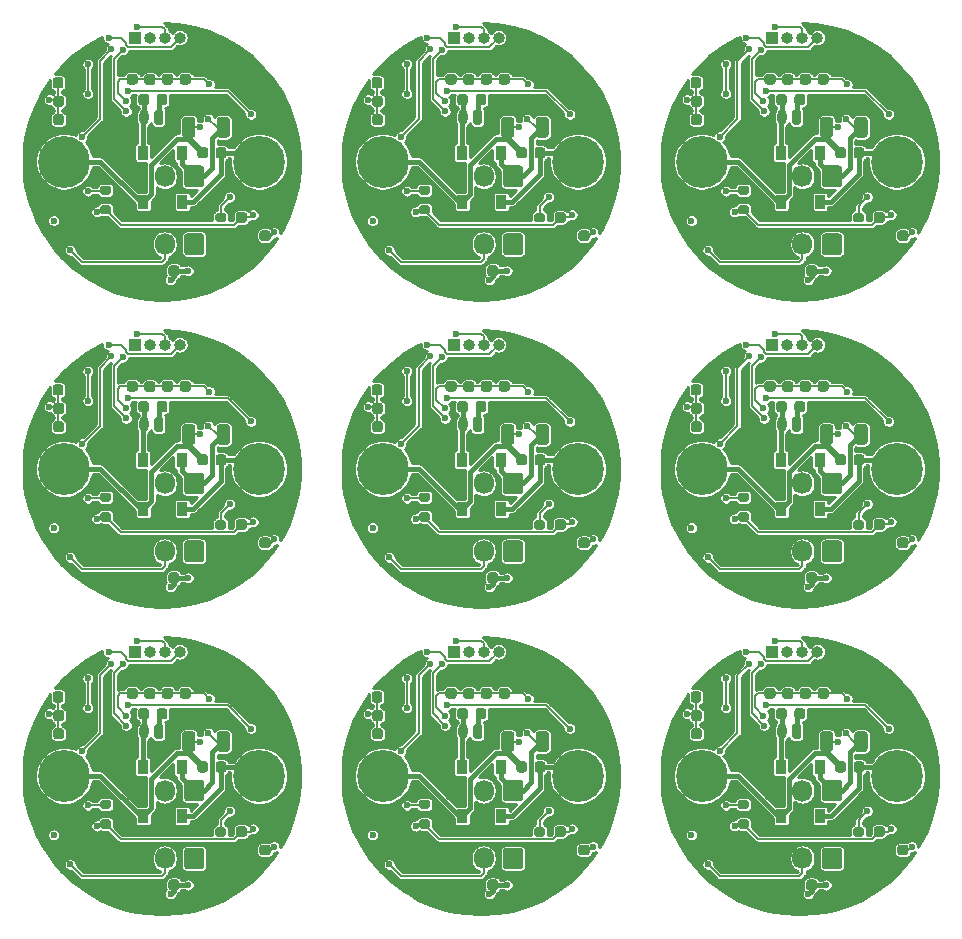
<source format=gbl>
%MOIN*%
%OFA0B0*%
%FSLAX46Y46*%
%IPPOS*%
%LPD*%
%ADD10O,0.03937007874015748X0.03937007874015748*%
%ADD11R,0.03937007874015748X0.03937007874015748*%
%ADD12O,0.031496062992125991X0.051181102362204731*%
%ADD13C,0.17322834645669294*%
%ADD14O,0.066929133858267723X0.072834645669291348*%
%ADD15R,0.035433070866141732X0.047244094488188976*%
%ADD16C,0.023622047244094488*%
%ADD17C,0.0078740157480314977*%
%ADD18C,0.005905511811023622*%
%ADD19C,0.015748031496062995*%
%ADD20C,0.023622047244094488*%
%ADD21C,0.01*%
%ADD22C,0.0039370078740157488*%
%ADD33O,0.03937007874015748X0.03937007874015748*%
%ADD34R,0.03937007874015748X0.03937007874015748*%
%ADD35O,0.031496062992125991X0.051181102362204731*%
%ADD36C,0.17322834645669294*%
%ADD37O,0.066929133858267723X0.072834645669291348*%
%ADD38R,0.035433070866141732X0.047244094488188976*%
%ADD39C,0.023622047244094488*%
%ADD40C,0.0078740157480314977*%
%ADD41C,0.005905511811023622*%
%ADD42C,0.015748031496062995*%
%ADD43C,0.023622047244094488*%
%ADD44C,0.01*%
%ADD45C,0.0039370078740157488*%
%ADD46O,0.03937007874015748X0.03937007874015748*%
%ADD47R,0.03937007874015748X0.03937007874015748*%
%ADD48O,0.031496062992125991X0.051181102362204731*%
%ADD49C,0.17322834645669294*%
%ADD50O,0.066929133858267723X0.072834645669291348*%
%ADD51R,0.035433070866141732X0.047244094488188976*%
%ADD52C,0.023622047244094488*%
%ADD53C,0.0078740157480314977*%
%ADD54C,0.005905511811023622*%
%ADD55C,0.015748031496062995*%
%ADD56C,0.023622047244094488*%
%ADD57C,0.01*%
%ADD58C,0.0039370078740157488*%
%ADD59O,0.03937007874015748X0.03937007874015748*%
%ADD60R,0.03937007874015748X0.03937007874015748*%
%ADD61O,0.031496062992125991X0.051181102362204731*%
%ADD62C,0.17322834645669294*%
%ADD63O,0.066929133858267723X0.072834645669291348*%
%ADD64R,0.035433070866141732X0.047244094488188976*%
%ADD65C,0.023622047244094488*%
%ADD66C,0.0078740157480314977*%
%ADD67C,0.005905511811023622*%
%ADD68C,0.015748031496062995*%
%ADD69C,0.023622047244094488*%
%ADD70C,0.01*%
%ADD71C,0.0039370078740157488*%
%ADD72O,0.03937007874015748X0.03937007874015748*%
%ADD73R,0.03937007874015748X0.03937007874015748*%
%ADD74O,0.031496062992125991X0.051181102362204731*%
%ADD75C,0.17322834645669294*%
%ADD76O,0.066929133858267723X0.072834645669291348*%
%ADD77R,0.035433070866141732X0.047244094488188976*%
%ADD78C,0.023622047244094488*%
%ADD79C,0.0078740157480314977*%
%ADD80C,0.005905511811023622*%
%ADD81C,0.015748031496062995*%
%ADD82C,0.023622047244094488*%
%ADD83C,0.01*%
%ADD84C,0.0039370078740157488*%
%ADD85O,0.03937007874015748X0.03937007874015748*%
%ADD86R,0.03937007874015748X0.03937007874015748*%
%ADD87O,0.031496062992125991X0.051181102362204731*%
%ADD88C,0.17322834645669294*%
%ADD89O,0.066929133858267723X0.072834645669291348*%
%ADD90R,0.035433070866141732X0.047244094488188976*%
%ADD91C,0.023622047244094488*%
%ADD92C,0.0078740157480314977*%
%ADD93C,0.005905511811023622*%
%ADD94C,0.015748031496062995*%
%ADD95C,0.023622047244094488*%
%ADD96C,0.01*%
%ADD97C,0.0039370078740157488*%
%ADD98O,0.03937007874015748X0.03937007874015748*%
%ADD99R,0.03937007874015748X0.03937007874015748*%
%ADD100O,0.031496062992125991X0.051181102362204731*%
%ADD101C,0.17322834645669294*%
%ADD102O,0.066929133858267723X0.072834645669291348*%
%ADD103R,0.035433070866141732X0.047244094488188976*%
%ADD104C,0.023622047244094488*%
%ADD105C,0.0078740157480314977*%
%ADD106C,0.005905511811023622*%
%ADD107C,0.015748031496062995*%
%ADD108C,0.023622047244094488*%
%ADD109C,0.01*%
%ADD110C,0.0039370078740157488*%
%ADD111O,0.03937007874015748X0.03937007874015748*%
%ADD112R,0.03937007874015748X0.03937007874015748*%
%ADD113O,0.031496062992125991X0.051181102362204731*%
%ADD114C,0.17322834645669294*%
%ADD115O,0.066929133858267723X0.072834645669291348*%
%ADD116R,0.035433070866141732X0.047244094488188976*%
%ADD117C,0.023622047244094488*%
%ADD118C,0.0078740157480314977*%
%ADD119C,0.005905511811023622*%
%ADD120C,0.015748031496062995*%
%ADD121C,0.023622047244094488*%
%ADD122C,0.01*%
%ADD123C,0.0039370078740157488*%
%ADD124O,0.03937007874015748X0.03937007874015748*%
%ADD125R,0.03937007874015748X0.03937007874015748*%
%ADD126O,0.031496062992125991X0.051181102362204731*%
%ADD127C,0.17322834645669294*%
%ADD128O,0.066929133858267723X0.072834645669291348*%
%ADD129R,0.035433070866141732X0.047244094488188976*%
%ADD130C,0.023622047244094488*%
%ADD131C,0.0078740157480314977*%
%ADD132C,0.005905511811023622*%
%ADD133C,0.015748031496062995*%
%ADD134C,0.023622047244094488*%
%ADD135C,0.01*%
%ADD136C,0.0039370078740157488*%
G01*
D10*
X0000472440Y0001456692D02*
X0001072440Y0001358267D03*
X0001022440Y0001358267D03*
X0000972440Y0001358267D03*
X0000922440Y0001358267D03*
D11*
X0000872440Y0001358267D03*
G36*
G01*
X0000968503Y0001110236D02*
X0000968503Y0001074803D01*
G75*
G02*
X0000960629Y0001066929I-0000007874D01*
G01*
X0000944881Y0001066929D01*
G75*
G02*
X0000937007Y0001074803J0000007874D01*
G01*
X0000937007Y0001110236D01*
G75*
G02*
X0000944881Y0001118110I0000007874D01*
G01*
X0000960629Y0001118110D01*
G75*
G02*
X0000968503Y0001110236J-0000007874D01*
G01*
G37*
D12*
X0000903543Y0001092519D03*
G36*
G01*
X0001189960Y0001083661D02*
X0001189960Y0001034448D01*
G75*
G02*
X0001180118Y0001024606I-0000009842D01*
G01*
X0001155511Y0001024606D01*
G75*
G02*
X0001145669Y0001034448J0000009842D01*
G01*
X0001145669Y0001083661D01*
G75*
G02*
X0001155511Y0001093503I0000009842D01*
G01*
X0001180118Y0001093503D01*
G75*
G02*
X0001189960Y0001083661J-0000009842D01*
G01*
G37*
G36*
G01*
X0001074803Y0001083661D02*
X0001074803Y0001034448D01*
G75*
G02*
X0001064960Y0001024606I-0000009842D01*
G01*
X0001040354Y0001024606D01*
G75*
G02*
X0001030511Y0001034448J0000009842D01*
G01*
X0001030511Y0001083661D01*
G75*
G02*
X0001040354Y0001093503I0000009842D01*
G01*
X0001064960Y0001093503D01*
G75*
G02*
X0001074803Y0001083661J-0000009842D01*
G01*
G37*
G36*
G01*
X0001051181Y0001262795D02*
X0001031496Y0001262795D01*
G75*
G02*
X0001022637Y0001271653J0000008858D01*
G01*
X0001022637Y0001289370D01*
G75*
G02*
X0001031496Y0001298228I0000008858D01*
G01*
X0001051181Y0001298228D01*
G75*
G02*
X0001060039Y0001289370J-0000008858D01*
G01*
X0001060039Y0001271653D01*
G75*
G02*
X0001051181Y0001262795I-0000008858D01*
G01*
G37*
G36*
G01*
X0001051181Y0001201771D02*
X0001031496Y0001201771D01*
G75*
G02*
X0001022637Y0001210629J0000008858D01*
G01*
X0001022637Y0001228346D01*
G75*
G02*
X0001031496Y0001237204I0000008858D01*
G01*
X0001051181Y0001237204D01*
G75*
G02*
X0001060039Y0001228346J-0000008858D01*
G01*
X0001060039Y0001210629D01*
G75*
G02*
X0001051181Y0001201771I-0000008858D01*
G01*
G37*
G36*
G01*
X0000991732Y0001262795D02*
X0000972047Y0001262795D01*
G75*
G02*
X0000963188Y0001271653J0000008858D01*
G01*
X0000963188Y0001289370D01*
G75*
G02*
X0000972047Y0001298228I0000008858D01*
G01*
X0000991732Y0001298228D01*
G75*
G02*
X0001000590Y0001289370J-0000008858D01*
G01*
X0001000590Y0001271653D01*
G75*
G02*
X0000991732Y0001262795I-0000008858D01*
G01*
G37*
G36*
G01*
X0000991732Y0001201771D02*
X0000972047Y0001201771D01*
G75*
G02*
X0000963188Y0001210629J0000008858D01*
G01*
X0000963188Y0001228346D01*
G75*
G02*
X0000972047Y0001237204I0000008858D01*
G01*
X0000991732Y0001237204D01*
G75*
G02*
X0001000590Y0001228346J-0000008858D01*
G01*
X0001000590Y0001210629D01*
G75*
G02*
X0000991732Y0001201771I-0000008858D01*
G01*
G37*
G36*
G01*
X0000933070Y0001200787D02*
X0000913385Y0001200787D01*
G75*
G02*
X0000904527Y0001209645J0000008858D01*
G01*
X0000904527Y0001227362D01*
G75*
G02*
X0000913385Y0001236220I0000008858D01*
G01*
X0000933070Y0001236220D01*
G75*
G02*
X0000941929Y0001227362J-0000008858D01*
G01*
X0000941929Y0001209645D01*
G75*
G02*
X0000933070Y0001200787I-0000008858D01*
G01*
G37*
G36*
G01*
X0000933070Y0001261810D02*
X0000913385Y0001261810D01*
G75*
G02*
X0000904527Y0001270669J0000008858D01*
G01*
X0000904527Y0001288385D01*
G75*
G02*
X0000913385Y0001297244I0000008858D01*
G01*
X0000933070Y0001297244D01*
G75*
G02*
X0000941929Y0001288385J-0000008858D01*
G01*
X0000941929Y0001270669D01*
G75*
G02*
X0000933070Y0001261810I-0000008858D01*
G01*
G37*
G36*
G01*
X0000874015Y0001201771D02*
X0000854330Y0001201771D01*
G75*
G02*
X0000845472Y0001210629J0000008858D01*
G01*
X0000845472Y0001228346D01*
G75*
G02*
X0000854330Y0001237204I0000008858D01*
G01*
X0000874015Y0001237204D01*
G75*
G02*
X0000882874Y0001228346J-0000008858D01*
G01*
X0000882874Y0001210629D01*
G75*
G02*
X0000874015Y0001201771I-0000008858D01*
G01*
G37*
G36*
G01*
X0000874015Y0001262795D02*
X0000854330Y0001262795D01*
G75*
G02*
X0000845472Y0001271653J0000008858D01*
G01*
X0000845472Y0001289370D01*
G75*
G02*
X0000854330Y0001298228I0000008858D01*
G01*
X0000874015Y0001298228D01*
G75*
G02*
X0000882874Y0001289370J-0000008858D01*
G01*
X0000882874Y0001271653D01*
G75*
G02*
X0000874015Y0001262795I-0000008858D01*
G01*
G37*
D13*
X0001287401Y0000944881D03*
X0000637795Y0000944881D03*
G36*
G01*
X0001142716Y0000964566D02*
X0001142716Y0000984251D01*
G75*
G02*
X0001151574Y0000993110I0000008858D01*
G01*
X0001169291Y0000993110D01*
G75*
G02*
X0001178149Y0000984251J-0000008858D01*
G01*
X0001178149Y0000964566D01*
G75*
G02*
X0001169291Y0000955708I-0000008858D01*
G01*
X0001151574Y0000955708D01*
G75*
G02*
X0001142716Y0000964566J0000008858D01*
G01*
G37*
G36*
G01*
X0001081692Y0000964566D02*
X0001081692Y0000984251D01*
G75*
G02*
X0001090551Y0000993110I0000008858D01*
G01*
X0001108267Y0000993110D01*
G75*
G02*
X0001117125Y0000984251J-0000008858D01*
G01*
X0001117125Y0000964566D01*
G75*
G02*
X0001108267Y0000955708I-0000008858D01*
G01*
X0001090551Y0000955708D01*
G75*
G02*
X0001081692Y0000964566J0000008858D01*
G01*
G37*
G36*
G01*
X0000601181Y0001075196D02*
X0000601181Y0001094881D01*
G75*
G02*
X0000610039Y0001103740I0000008858D01*
G01*
X0000627755Y0001103740D01*
G75*
G02*
X0000636614Y0001094881J-0000008858D01*
G01*
X0000636614Y0001075196D01*
G75*
G02*
X0000627755Y0001066338I-0000008858D01*
G01*
X0000610039Y0001066338D01*
G75*
G02*
X0000601181Y0001075196J0000008858D01*
G01*
G37*
G36*
G01*
X0000662204Y0001075196D02*
X0000662204Y0001094881D01*
G75*
G02*
X0000671062Y0001103740I0000008858D01*
G01*
X0000688779Y0001103740D01*
G75*
G02*
X0000697637Y0001094881J-0000008858D01*
G01*
X0000697637Y0001075196D01*
G75*
G02*
X0000688779Y0001066338I-0000008858D01*
G01*
X0000671062Y0001066338D01*
G75*
G02*
X0000662204Y0001075196J0000008858D01*
G01*
G37*
G36*
G01*
X0000662401Y0001135826D02*
X0000662401Y0001155511D01*
G75*
G02*
X0000671259Y0001164370I0000008858D01*
G01*
X0000688976Y0001164370D01*
G75*
G02*
X0000697834Y0001155511J-0000008858D01*
G01*
X0000697834Y0001135826D01*
G75*
G02*
X0000688976Y0001126968I-0000008858D01*
G01*
X0000671259Y0001126968D01*
G75*
G02*
X0000662401Y0001135826J0000008858D01*
G01*
G37*
G36*
G01*
X0000601377Y0001135826D02*
X0000601377Y0001155511D01*
G75*
G02*
X0000610236Y0001164370I0000008858D01*
G01*
X0000627952Y0001164370D01*
G75*
G02*
X0000636811Y0001155511J-0000008858D01*
G01*
X0000636811Y0001135826D01*
G75*
G02*
X0000627952Y0001126968I-0000008858D01*
G01*
X0000610236Y0001126968D01*
G75*
G02*
X0000601377Y0001135826J0000008858D01*
G01*
G37*
G36*
G01*
X0000981299Y0001161417D02*
X0000981299Y0001141732D01*
G75*
G02*
X0000972440Y0001132874I-0000008858D01*
G01*
X0000954724Y0001132874D01*
G75*
G02*
X0000945866Y0001141732J0000008858D01*
G01*
X0000945866Y0001161417D01*
G75*
G02*
X0000954724Y0001170275I0000008858D01*
G01*
X0000972440Y0001170275D01*
G75*
G02*
X0000981299Y0001161417J-0000008858D01*
G01*
G37*
G36*
G01*
X0000920275Y0001161417D02*
X0000920275Y0001141732D01*
G75*
G02*
X0000911417Y0001132874I-0000008858D01*
G01*
X0000893700Y0001132874D01*
G75*
G02*
X0000884842Y0001141732J0000008858D01*
G01*
X0000884842Y0001161417D01*
G75*
G02*
X0000893700Y0001170275I0000008858D01*
G01*
X0000911417Y0001170275D01*
G75*
G02*
X0000920275Y0001161417J-0000008858D01*
G01*
G37*
G36*
G01*
X0000599409Y0001197834D02*
X0000599409Y0001217519D01*
G75*
G02*
X0000608267Y0001226377I0000008858D01*
G01*
X0000625984Y0001226377D01*
G75*
G02*
X0000634842Y0001217519J-0000008858D01*
G01*
X0000634842Y0001197834D01*
G75*
G02*
X0000625984Y0001188976I-0000008858D01*
G01*
X0000608267Y0001188976D01*
G75*
G02*
X0000599409Y0001197834J0000008858D01*
G01*
G37*
G36*
G01*
X0000660433Y0001197834D02*
X0000660433Y0001217519D01*
G75*
G02*
X0000669291Y0001226377I0000008858D01*
G01*
X0000687007Y0001226377D01*
G75*
G02*
X0000695866Y0001217519J-0000008858D01*
G01*
X0000695866Y0001197834D01*
G75*
G02*
X0000687007Y0001188976I-0000008858D01*
G01*
X0000669291Y0001188976D01*
G75*
G02*
X0000660433Y0001197834J0000008858D01*
G01*
G37*
G36*
G01*
X0001020669Y0000590551D02*
X0001020669Y0000570866D01*
G75*
G02*
X0001011811Y0000562007I-0000008858D01*
G01*
X0000994094Y0000562007D01*
G75*
G02*
X0000985236Y0000570866J0000008858D01*
G01*
X0000985236Y0000590551D01*
G75*
G02*
X0000994094Y0000599409I0000008858D01*
G01*
X0001011811Y0000599409D01*
G75*
G02*
X0001020669Y0000590551J-0000008858D01*
G01*
G37*
G36*
G01*
X0000959645Y0000590551D02*
X0000959645Y0000570866D01*
G75*
G02*
X0000950787Y0000562007I-0000008858D01*
G01*
X0000933070Y0000562007D01*
G75*
G02*
X0000924212Y0000570866J0000008858D01*
G01*
X0000924212Y0000590551D01*
G75*
G02*
X0000933070Y0000599409I0000008858D01*
G01*
X0000950787Y0000599409D01*
G75*
G02*
X0000959645Y0000590551J-0000008858D01*
G01*
G37*
G36*
G01*
X0001316929Y0000741141D02*
X0001297244Y0000741141D01*
G75*
G02*
X0001288385Y0000750000J0000008858D01*
G01*
X0001288385Y0000767716D01*
G75*
G02*
X0001297244Y0000776574I0000008858D01*
G01*
X0001316929Y0000776574D01*
G75*
G02*
X0001325787Y0000767716J-0000008858D01*
G01*
X0001325787Y0000750000D01*
G75*
G02*
X0001316929Y0000741141I-0000008858D01*
G01*
G37*
G36*
G01*
X0001316929Y0000680118D02*
X0001297244Y0000680118D01*
G75*
G02*
X0001288385Y0000688976J0000008858D01*
G01*
X0001288385Y0000706692D01*
G75*
G02*
X0001297244Y0000715551I0000008858D01*
G01*
X0001316929Y0000715551D01*
G75*
G02*
X0001325787Y0000706692J-0000008858D01*
G01*
X0001325787Y0000688976D01*
G75*
G02*
X0001316929Y0000680118I-0000008858D01*
G01*
G37*
G36*
G01*
X0001218503Y0000715551D02*
X0001238188Y0000715551D01*
G75*
G02*
X0001247047Y0000706692J-0000008858D01*
G01*
X0001247047Y0000688976D01*
G75*
G02*
X0001238188Y0000680118I-0000008858D01*
G01*
X0001218503Y0000680118D01*
G75*
G02*
X0001209645Y0000688976J0000008858D01*
G01*
X0001209645Y0000706692D01*
G75*
G02*
X0001218503Y0000715551I0000008858D01*
G01*
G37*
G36*
G01*
X0001218503Y0000776574D02*
X0001238188Y0000776574D01*
G75*
G02*
X0001247047Y0000767716J-0000008858D01*
G01*
X0001247047Y0000750000D01*
G75*
G02*
X0001238188Y0000741141I-0000008858D01*
G01*
X0001218503Y0000741141D01*
G75*
G02*
X0001209645Y0000750000J0000008858D01*
G01*
X0001209645Y0000767716D01*
G75*
G02*
X0001218503Y0000776574I0000008858D01*
G01*
G37*
G36*
G01*
X0001104330Y0000922244D02*
X0001104330Y0000869094D01*
G75*
G02*
X0001094488Y0000859251I-0000009842D01*
G01*
X0001047244Y0000859251D01*
G75*
G02*
X0001037401Y0000869094J0000009842D01*
G01*
X0001037401Y0000922244D01*
G75*
G02*
X0001047244Y0000932086I0000009842D01*
G01*
X0001094488Y0000932086D01*
G75*
G02*
X0001104330Y0000922244J-0000009842D01*
G01*
G37*
D14*
X0000972440Y0000895669D03*
X0000874015Y0000895669D03*
X0000874015Y0000669291D03*
X0000972440Y0000669291D03*
G36*
G01*
X0001104330Y0000695866D02*
X0001104330Y0000642716D01*
G75*
G02*
X0001094488Y0000632874I-0000009842D01*
G01*
X0001047244Y0000632874D01*
G75*
G02*
X0001037401Y0000642716J0000009842D01*
G01*
X0001037401Y0000695866D01*
G75*
G02*
X0001047244Y0000705708I0000009842D01*
G01*
X0001094488Y0000705708D01*
G75*
G02*
X0001104330Y0000695866J-0000009842D01*
G01*
G37*
G36*
G01*
X0001148622Y0000708661D02*
X0001170275Y0000708661D01*
G75*
G02*
X0001178149Y0000700787J-0000007874D01*
G01*
X0001178149Y0000685039D01*
G75*
G02*
X0001170275Y0000677165I-0000007874D01*
G01*
X0001148622Y0000677165D01*
G75*
G02*
X0001140748Y0000685039J0000007874D01*
G01*
X0001140748Y0000700787D01*
G75*
G02*
X0001148622Y0000708661I0000007874D01*
G01*
G37*
G36*
G01*
X0001148622Y0000773622D02*
X0001170275Y0000773622D01*
G75*
G02*
X0001178149Y0000765748J-0000007874D01*
G01*
X0001178149Y0000750000D01*
G75*
G02*
X0001170275Y0000742125I-0000007874D01*
G01*
X0001148622Y0000742125D01*
G75*
G02*
X0001140748Y0000750000J0000007874D01*
G01*
X0001140748Y0000765748D01*
G75*
G02*
X0001148622Y0000773622I0000007874D01*
G01*
G37*
D15*
X0001031496Y0000811023D03*
X0000901574Y0000811023D03*
X0001029527Y0000974409D03*
X0000899606Y0000974409D03*
G36*
G01*
X0000764763Y0000865157D02*
X0000786417Y0000865157D01*
G75*
G02*
X0000794291Y0000857283J-0000007874D01*
G01*
X0000794291Y0000841535D01*
G75*
G02*
X0000786417Y0000833661I-0000007874D01*
G01*
X0000764763Y0000833661D01*
G75*
G02*
X0000756889Y0000841535J0000007874D01*
G01*
X0000756889Y0000857283D01*
G75*
G02*
X0000764763Y0000865157I0000007874D01*
G01*
G37*
G36*
G01*
X0000764763Y0000800196D02*
X0000786417Y0000800196D01*
G75*
G02*
X0000794291Y0000792322J-0000007874D01*
G01*
X0000794291Y0000776574D01*
G75*
G02*
X0000786417Y0000768700I-0000007874D01*
G01*
X0000764763Y0000768700D01*
G75*
G02*
X0000756889Y0000776574J0000007874D01*
G01*
X0000756889Y0000792322D01*
G75*
G02*
X0000764763Y0000800196I0000007874D01*
G01*
G37*
D16*
X0000602362Y0000748031D03*
X0000588582Y0001151574D03*
X0001267716Y0000767715D03*
X0000746062Y0000777559D03*
X0001121456Y0001202165D03*
X0000842519Y0001145669D03*
X0001346456Y0001102362D03*
X0001267716Y0001151574D03*
X0000667322Y0001190944D03*
X0001375984Y0000816929D03*
X0000834645Y0001250000D03*
X0001149606Y0001279527D03*
X0001188976Y0000826771D03*
X0000844488Y0001112204D03*
X0000833344Y0001317247D03*
X0000795275Y0001318897D03*
X0000696646Y0001028153D03*
X0000880689Y0001393798D03*
X0000716535Y0001171259D03*
X0000716535Y0001269685D03*
X0000785433Y0001358267D03*
X0000657480Y0000649606D03*
X0001259842Y0001102362D03*
X0000849938Y0001179996D03*
X0000716535Y0000846456D03*
X0001051181Y0000580708D03*
X0000992125Y0000551181D03*
X0001336614Y0000709055D03*
X0001118110Y0001086614D03*
X0001090551Y0001059055D03*
D17*
X0000617125Y0001086811D02*
X0000618897Y0001085039D01*
X0000609251Y0001130905D02*
X0000608267Y0001131889D01*
X0000617125Y0001207677D02*
X0000617125Y0001121062D01*
X0000617125Y0001121062D02*
X0000617125Y0001086811D01*
X0001041338Y0001219488D02*
X0000864173Y0001219488D01*
X0000613188Y0001151574D02*
X0000619094Y0001145669D01*
X0000588582Y0001151574D02*
X0000613188Y0001151574D01*
X0001258859Y0000758858D02*
X0001267716Y0000767715D01*
X0001228346Y0000758858D02*
X0001258859Y0000758858D01*
D18*
X0000752952Y0000784448D02*
X0000746062Y0000777559D01*
X0000775590Y0000784448D02*
X0000752952Y0000784448D01*
X0001104133Y0001219488D02*
X0001121456Y0001202165D01*
X0001041338Y0001219488D02*
X0001104133Y0001219488D01*
D17*
X0001204133Y0000734645D02*
X0001228346Y0000758858D01*
X0000775590Y0000784448D02*
X0000825394Y0000734645D01*
X0000825394Y0000734645D02*
X0000959054Y0000734645D01*
X0001025197Y0000734645D02*
X0001204133Y0000734645D01*
X0000959054Y0000734645D02*
X0001025197Y0000734645D01*
X0000823818Y0001219488D02*
X0000815354Y0001211023D01*
X0000864173Y0001219488D02*
X0000823818Y0001219488D01*
X0000815354Y0001172834D02*
X0000842519Y0001145669D01*
X0000815354Y0001211023D02*
X0000815354Y0001172834D01*
X0000678149Y0001086811D02*
X0000679921Y0001085039D01*
X0000678149Y0001207677D02*
X0000678149Y0001086811D01*
X0000864173Y0001280511D02*
X0001041338Y0001280511D01*
X0000678149Y0001201771D02*
X0000667322Y0001190944D01*
X0000678149Y0001207677D02*
X0000678149Y0001201771D01*
D18*
X0001042322Y0001279527D02*
X0001041338Y0001280511D01*
X0001149606Y0001279527D02*
X0001042322Y0001279527D01*
X0001041338Y0001327165D02*
X0001072440Y0001358267D01*
X0001041338Y0001280511D02*
X0001041338Y0001327165D01*
D17*
X0001169291Y0000807086D02*
X0001188976Y0000826771D01*
X0001159448Y0000797244D02*
X0001169291Y0000807086D01*
X0001159448Y0000757874D02*
X0001159448Y0000797244D01*
X0000844488Y0001112204D02*
X0000803936Y0001152756D01*
X0000803936Y0001152756D02*
X0000803936Y0001287839D01*
X0000803936Y0001287839D02*
X0000833344Y0001317247D01*
X0000755905Y0001279527D02*
X0000795275Y0001318897D01*
X0000755905Y0001181102D02*
X0000755905Y0001279527D01*
X0000755905Y0001087412D02*
X0000755905Y0001181102D01*
X0000696646Y0001028153D02*
X0000755905Y0001087412D01*
X0000964469Y0001393798D02*
X0000880689Y0001393798D01*
X0000972440Y0001385826D02*
X0000964469Y0001393798D01*
X0000972440Y0001358267D02*
X0000972440Y0001385826D01*
X0000716535Y0001269685D02*
X0000716535Y0001171259D01*
X0001022440Y0001357086D02*
X0001022440Y0001358267D01*
X0000851102Y0001326771D02*
X0000992125Y0001326771D01*
X0000845275Y0001340078D02*
X0000845275Y0001332598D01*
X0000992125Y0001326771D02*
X0001022440Y0001357086D01*
X0000827086Y0001358267D02*
X0000845275Y0001340078D01*
X0000845275Y0001332598D02*
X0000851102Y0001326771D01*
X0000785433Y0001358267D02*
X0000827086Y0001358267D01*
X0000972440Y0000620078D02*
X0000972440Y0000669291D01*
X0000962598Y0000610236D02*
X0000972440Y0000620078D01*
X0000696850Y0000610236D02*
X0000962598Y0000610236D01*
X0000657480Y0000649606D02*
X0000696850Y0000610236D01*
D18*
X0001182208Y0001179996D02*
X0000849938Y0001179996D01*
X0001259842Y0001102362D02*
X0001182208Y0001179996D01*
X0000772637Y0000846456D02*
X0000775590Y0000849409D01*
X0000716535Y0000846456D02*
X0000772637Y0000846456D01*
D19*
X0001160433Y0000904972D02*
X0001160433Y0000974409D01*
X0001066483Y0000811023D02*
X0001160433Y0000904972D01*
X0001031496Y0000811023D02*
X0001066483Y0000811023D01*
X0001257874Y0000974409D02*
X0001287401Y0000944881D01*
X0001160433Y0000974409D02*
X0001257874Y0000974409D01*
X0001051181Y0000580708D02*
X0001002952Y0000580708D01*
X0001002952Y0000562007D02*
X0000992125Y0000551181D01*
X0001002952Y0000580708D02*
X0001002952Y0000562007D01*
D17*
X0001325393Y0000697834D02*
X0001336614Y0000709055D01*
X0001307086Y0000697834D02*
X0001325393Y0000697834D01*
D19*
X0000952755Y0001140748D02*
X0000963582Y0001151574D01*
X0000952755Y0001092519D02*
X0000952755Y0001140748D01*
X0001029527Y0000937007D02*
X0001070866Y0000895669D01*
X0001029527Y0000974409D02*
X0001029527Y0000937007D01*
D18*
X0001145669Y0001059055D02*
X0001167814Y0001059055D01*
X0001118110Y0001086614D02*
X0001145669Y0001059055D01*
D19*
X0001104330Y0000895669D02*
X0001131298Y0000922637D01*
X0001131298Y0001022538D02*
X0001167814Y0001059055D01*
X0001131298Y0000922637D02*
X0001131298Y0001022538D01*
X0001070866Y0000895669D02*
X0001104330Y0000895669D01*
X0000903543Y0001150590D02*
X0000902559Y0001151574D01*
X0000903543Y0001092519D02*
X0000903543Y0001150590D01*
X0000899606Y0001088582D02*
X0000903543Y0001092519D01*
X0000899606Y0000974409D02*
X0000899606Y0001088582D01*
D20*
X0001052657Y0001021161D02*
X0001099409Y0000974409D01*
X0001052657Y0001059055D02*
X0001052657Y0001021161D01*
D19*
X0000892235Y0000811023D02*
X0000901574Y0000811023D01*
X0000758377Y0000944881D02*
X0000892235Y0000811023D01*
X0000637795Y0000944881D02*
X0000758377Y0000944881D01*
X0001014389Y0001021161D02*
X0001052657Y0001021161D01*
X0000927558Y0000934330D02*
X0001014389Y0001021161D01*
X0000927558Y0000837007D02*
X0000927558Y0000934330D01*
X0000901574Y0000811023D02*
X0000927558Y0000837007D01*
D18*
X0001052657Y0001059055D02*
X0001090551Y0001059055D01*
D21*
X0001016197Y0001403451D02*
X0001069071Y0001394127D01*
X0001120506Y0001378729D01*
X0001169804Y0001357463D01*
X0001216301Y0001330619D01*
X0001259367Y0001298557D01*
X0001298420Y0001261713D01*
X0001332931Y0001220584D01*
X0001362434Y0001175727D01*
X0001386530Y0001127748D01*
X0001404893Y0001077296D01*
X0001417275Y0001025053D01*
X0001423508Y0000971726D01*
X0001423508Y0000918036D01*
X0001417275Y0000864710D01*
X0001404893Y0000812467D01*
X0001386530Y0000762015D01*
X0001362434Y0000714036D01*
X0001358425Y0000707940D01*
X0001358425Y0000711203D01*
X0001357587Y0000715417D01*
X0001355942Y0000719386D01*
X0001353555Y0000722958D01*
X0001350517Y0000725996D01*
X0001346945Y0000728383D01*
X0001342976Y0000730027D01*
X0001338762Y0000730866D01*
X0001334465Y0000730866D01*
X0001330252Y0000730027D01*
X0001326282Y0000728383D01*
X0001322710Y0000725996D01*
X0001321639Y0000724926D01*
X0001320617Y0000725236D01*
X0001316929Y0000725599D01*
X0001297244Y0000725599D01*
X0001293555Y0000725236D01*
X0001290008Y0000724160D01*
X0001286740Y0000722413D01*
X0001283875Y0000720061D01*
X0001281523Y0000717196D01*
X0001279776Y0000713928D01*
X0001278700Y0000710381D01*
X0001278337Y0000706692D01*
X0001278337Y0000688976D01*
X0001278700Y0000685287D01*
X0001279776Y0000681741D01*
X0001281523Y0000678472D01*
X0001283875Y0000675607D01*
X0001286740Y0000673256D01*
X0001290008Y0000671508D01*
X0001293555Y0000670433D01*
X0001297244Y0000670069D01*
X0001316929Y0000670069D01*
X0001320617Y0000670433D01*
X0001324164Y0000671508D01*
X0001327433Y0000673256D01*
X0001330298Y0000675607D01*
X0001332649Y0000678472D01*
X0001334396Y0000681741D01*
X0001335472Y0000685287D01*
X0001335665Y0000687244D01*
X0001338762Y0000687244D01*
X0001342976Y0000688082D01*
X0001346258Y0000689441D01*
X0001332931Y0000669179D01*
X0001298420Y0000628050D01*
X0001259367Y0000591206D01*
X0001216301Y0000559144D01*
X0001169804Y0000532299D01*
X0001120506Y0000511034D01*
X0001069071Y0000495635D01*
X0001016197Y0000486312D01*
X0000962598Y0000483190D01*
X0000908999Y0000486312D01*
X0000856125Y0000495635D01*
X0000804690Y0000511034D01*
X0000755391Y0000532299D01*
X0000718967Y0000553329D01*
X0000970314Y0000553329D01*
X0000970314Y0000549032D01*
X0000971153Y0000544819D01*
X0000972797Y0000540849D01*
X0000975184Y0000537277D01*
X0000978222Y0000534239D01*
X0000981794Y0000531852D01*
X0000985763Y0000530208D01*
X0000989977Y0000529370D01*
X0000994274Y0000529370D01*
X0000998488Y0000530208D01*
X0001002457Y0000531852D01*
X0001006029Y0000534239D01*
X0001009067Y0000537277D01*
X0001011454Y0000540849D01*
X0001013098Y0000544819D01*
X0001013609Y0000547387D01*
X0001014970Y0000548748D01*
X0001015652Y0000549307D01*
X0001017886Y0000552029D01*
X0001018535Y0000553243D01*
X0001019046Y0000553398D01*
X0001022314Y0000555145D01*
X0001025180Y0000557497D01*
X0001027531Y0000560362D01*
X0001028852Y0000562834D01*
X0001038672Y0000562834D01*
X0001040849Y0000561379D01*
X0001044819Y0000559735D01*
X0001049032Y0000558897D01*
X0001053329Y0000558897D01*
X0001057543Y0000559735D01*
X0001061512Y0000561379D01*
X0001065084Y0000563766D01*
X0001068122Y0000566804D01*
X0001070509Y0000570377D01*
X0001072153Y0000574346D01*
X0001072992Y0000578560D01*
X0001072992Y0000582856D01*
X0001072153Y0000587070D01*
X0001070509Y0000591040D01*
X0001068122Y0000594612D01*
X0001065084Y0000597650D01*
X0001061512Y0000600037D01*
X0001057543Y0000601681D01*
X0001053329Y0000602519D01*
X0001049032Y0000602519D01*
X0001044819Y0000601681D01*
X0001040849Y0000600037D01*
X0001038672Y0000598582D01*
X0001028852Y0000598582D01*
X0001027531Y0000601055D01*
X0001025180Y0000603920D01*
X0001022314Y0000606271D01*
X0001019046Y0000608018D01*
X0001015499Y0000609094D01*
X0001011811Y0000609457D01*
X0000994094Y0000609457D01*
X0000990405Y0000609094D01*
X0000986859Y0000608018D01*
X0000983590Y0000606271D01*
X0000980725Y0000603920D01*
X0000978374Y0000601055D01*
X0000976627Y0000597786D01*
X0000975551Y0000594239D01*
X0000975187Y0000590551D01*
X0000975187Y0000570866D01*
X0000975551Y0000567177D01*
X0000975952Y0000565853D01*
X0000975184Y0000565084D01*
X0000972797Y0000561512D01*
X0000971153Y0000557543D01*
X0000970314Y0000553329D01*
X0000718967Y0000553329D01*
X0000708895Y0000559144D01*
X0000665829Y0000591206D01*
X0000626776Y0000628050D01*
X0000606886Y0000651754D01*
X0000635669Y0000651754D01*
X0000635669Y0000647458D01*
X0000636507Y0000643244D01*
X0000638151Y0000639274D01*
X0000640538Y0000635702D01*
X0000643576Y0000632664D01*
X0000647148Y0000630277D01*
X0000651118Y0000628633D01*
X0000655332Y0000627795D01*
X0000659581Y0000627795D01*
X0000686511Y0000600864D01*
X0000686947Y0000600333D01*
X0000687479Y0000599897D01*
X0000687479Y0000599897D01*
X0000688175Y0000599326D01*
X0000689069Y0000598591D01*
X0000691491Y0000597297D01*
X0000694118Y0000596500D01*
X0000696166Y0000596299D01*
X0000696166Y0000596299D01*
X0000696850Y0000596231D01*
X0000697534Y0000596299D01*
X0000961914Y0000596299D01*
X0000962598Y0000596231D01*
X0000963282Y0000596299D01*
X0000963282Y0000596299D01*
X0000965330Y0000596500D01*
X0000967957Y0000597297D01*
X0000970378Y0000598591D01*
X0000972501Y0000600333D01*
X0000972937Y0000600865D01*
X0000981812Y0000609740D01*
X0000982343Y0000610176D01*
X0000982779Y0000610707D01*
X0000982779Y0000610707D01*
X0000984085Y0000612298D01*
X0000984085Y0000612298D01*
X0000985379Y0000614719D01*
X0000986176Y0000617346D01*
X0000986377Y0000619394D01*
X0000986377Y0000619394D01*
X0000986445Y0000620078D01*
X0000986377Y0000620762D01*
X0000986377Y0000625146D01*
X0000989154Y0000625988D01*
X0000996705Y0000630024D01*
X0001003323Y0000635455D01*
X0001008755Y0000642074D01*
X0001012791Y0000649624D01*
X0001015276Y0000657818D01*
X0001015905Y0000664203D01*
X0001015905Y0000674378D01*
X0001015276Y0000680764D01*
X0001012791Y0000688957D01*
X0001009098Y0000695866D01*
X0001027353Y0000695866D01*
X0001027353Y0000642716D01*
X0001027735Y0000638835D01*
X0001028867Y0000635104D01*
X0001030705Y0000631665D01*
X0001033179Y0000628651D01*
X0001036193Y0000626177D01*
X0001039632Y0000624339D01*
X0001043363Y0000623207D01*
X0001047244Y0000622825D01*
X0001094488Y0000622825D01*
X0001098368Y0000623207D01*
X0001102100Y0000624339D01*
X0001105538Y0000626177D01*
X0001108553Y0000628651D01*
X0001111026Y0000631665D01*
X0001112864Y0000635104D01*
X0001113996Y0000638835D01*
X0001114379Y0000642716D01*
X0001114379Y0000695866D01*
X0001113996Y0000699746D01*
X0001112864Y0000703478D01*
X0001111026Y0000706916D01*
X0001108553Y0000709931D01*
X0001105538Y0000712404D01*
X0001102100Y0000714242D01*
X0001098368Y0000715374D01*
X0001094488Y0000715757D01*
X0001047244Y0000715757D01*
X0001043363Y0000715374D01*
X0001039632Y0000714242D01*
X0001036193Y0000712404D01*
X0001033179Y0000709931D01*
X0001030705Y0000706916D01*
X0001028867Y0000703478D01*
X0001027735Y0000699746D01*
X0001027353Y0000695866D01*
X0001009098Y0000695866D01*
X0001008755Y0000696508D01*
X0001003323Y0000703126D01*
X0000996705Y0000708558D01*
X0000989154Y0000712594D01*
X0000980961Y0000715079D01*
X0000972440Y0000715918D01*
X0000963920Y0000715079D01*
X0000955727Y0000712594D01*
X0000948176Y0000708558D01*
X0000941558Y0000703126D01*
X0000936126Y0000696508D01*
X0000932090Y0000688957D01*
X0000929605Y0000680764D01*
X0000928976Y0000674379D01*
X0000928976Y0000664203D01*
X0000929605Y0000657818D01*
X0000932090Y0000649625D01*
X0000936126Y0000642074D01*
X0000941558Y0000635455D01*
X0000948176Y0000630024D01*
X0000955727Y0000625988D01*
X0000957962Y0000625310D01*
X0000956825Y0000624173D01*
X0000702623Y0000624173D01*
X0000679291Y0000647505D01*
X0000679291Y0000651754D01*
X0000678453Y0000655968D01*
X0000676809Y0000659937D01*
X0000674422Y0000663510D01*
X0000671384Y0000666548D01*
X0000667811Y0000668935D01*
X0000663842Y0000670579D01*
X0000659628Y0000671417D01*
X0000655332Y0000671417D01*
X0000651118Y0000670579D01*
X0000647148Y0000668935D01*
X0000643576Y0000666548D01*
X0000640538Y0000663510D01*
X0000638151Y0000659937D01*
X0000636507Y0000655968D01*
X0000635669Y0000651754D01*
X0000606886Y0000651754D01*
X0000592265Y0000669179D01*
X0000562762Y0000714036D01*
X0000544610Y0000750179D01*
X0000580551Y0000750179D01*
X0000580551Y0000745883D01*
X0000581389Y0000741669D01*
X0000583033Y0000737700D01*
X0000585420Y0000734127D01*
X0000588458Y0000731089D01*
X0000592030Y0000728702D01*
X0000596000Y0000727058D01*
X0000600214Y0000726220D01*
X0000604510Y0000726220D01*
X0000608724Y0000727058D01*
X0000612693Y0000728702D01*
X0000616265Y0000731089D01*
X0000619303Y0000734127D01*
X0000621690Y0000737700D01*
X0000623335Y0000741669D01*
X0000624173Y0000745883D01*
X0000624173Y0000750179D01*
X0000623335Y0000754393D01*
X0000621690Y0000758362D01*
X0000619303Y0000761935D01*
X0000616265Y0000764973D01*
X0000612693Y0000767360D01*
X0000608724Y0000769004D01*
X0000604510Y0000769842D01*
X0000600214Y0000769842D01*
X0000596000Y0000769004D01*
X0000592030Y0000767360D01*
X0000588458Y0000764973D01*
X0000585420Y0000761935D01*
X0000583033Y0000758362D01*
X0000581389Y0000754393D01*
X0000580551Y0000750179D01*
X0000544610Y0000750179D01*
X0000538666Y0000762015D01*
X0000532227Y0000779707D01*
X0000724251Y0000779707D01*
X0000724251Y0000775410D01*
X0000725090Y0000771197D01*
X0000726734Y0000767227D01*
X0000729121Y0000763655D01*
X0000732159Y0000760617D01*
X0000735731Y0000758230D01*
X0000739700Y0000756586D01*
X0000743914Y0000755748D01*
X0000748211Y0000755748D01*
X0000752425Y0000756586D01*
X0000756394Y0000758230D01*
X0000758704Y0000759774D01*
X0000761267Y0000758996D01*
X0000764763Y0000758652D01*
X0000781677Y0000758652D01*
X0000815055Y0000725274D01*
X0000815491Y0000724742D01*
X0000816022Y0000724306D01*
X0000816022Y0000724306D01*
X0000816201Y0000724160D01*
X0000817613Y0000723001D01*
X0000820034Y0000721706D01*
X0000821865Y0000721151D01*
X0000822661Y0000720909D01*
X0000822930Y0000720883D01*
X0000824709Y0000720708D01*
X0000824710Y0000720708D01*
X0000825394Y0000720640D01*
X0000826078Y0000720708D01*
X0001203449Y0000720708D01*
X0001204133Y0000720640D01*
X0001204817Y0000720708D01*
X0001204817Y0000720708D01*
X0001206865Y0000720909D01*
X0001209492Y0000721706D01*
X0001211913Y0000723001D01*
X0001214036Y0000724742D01*
X0001214472Y0000725274D01*
X0001220291Y0000731093D01*
X0001238188Y0000731093D01*
X0001241877Y0000731456D01*
X0001245424Y0000732532D01*
X0001248692Y0000734279D01*
X0001251557Y0000736631D01*
X0001253909Y0000739496D01*
X0001255656Y0000742764D01*
X0001256310Y0000744921D01*
X0001258175Y0000744921D01*
X0001258859Y0000744853D01*
X0001259543Y0000744921D01*
X0001259543Y0000744921D01*
X0001261591Y0000745122D01*
X0001264218Y0000745919D01*
X0001264563Y0000746104D01*
X0001265568Y0000745904D01*
X0001269864Y0000745904D01*
X0001274078Y0000746742D01*
X0001278047Y0000748386D01*
X0001281620Y0000750773D01*
X0001284658Y0000753811D01*
X0001287045Y0000757383D01*
X0001288689Y0000761353D01*
X0001289527Y0000765567D01*
X0001289527Y0000769863D01*
X0001288689Y0000774077D01*
X0001287045Y0000778046D01*
X0001284658Y0000781619D01*
X0001281620Y0000784657D01*
X0001278047Y0000787044D01*
X0001274078Y0000788688D01*
X0001269864Y0000789526D01*
X0001265568Y0000789526D01*
X0001261354Y0000788688D01*
X0001257385Y0000787044D01*
X0001253812Y0000784657D01*
X0001250834Y0000781679D01*
X0001248692Y0000783436D01*
X0001245424Y0000785183D01*
X0001241877Y0000786259D01*
X0001238188Y0000786623D01*
X0001218503Y0000786623D01*
X0001214815Y0000786259D01*
X0001211268Y0000785183D01*
X0001208000Y0000783436D01*
X0001205134Y0000781085D01*
X0001202783Y0000778220D01*
X0001201036Y0000774951D01*
X0001199960Y0000771405D01*
X0001199597Y0000767716D01*
X0001199597Y0000750000D01*
X0001199613Y0000749835D01*
X0001198360Y0000748582D01*
X0001188058Y0000748582D01*
X0001188197Y0000750000D01*
X0001188197Y0000765748D01*
X0001187853Y0000769244D01*
X0001186833Y0000772606D01*
X0001185177Y0000775705D01*
X0001182948Y0000778421D01*
X0001180232Y0000780649D01*
X0001177134Y0000782306D01*
X0001173772Y0000783326D01*
X0001173385Y0000783364D01*
X0001173385Y0000791471D01*
X0001179630Y0000797715D01*
X0001179630Y0000797715D01*
X0001186875Y0000804960D01*
X0001191124Y0000804960D01*
X0001195338Y0000805798D01*
X0001199307Y0000807442D01*
X0001202880Y0000809829D01*
X0001205918Y0000812867D01*
X0001208305Y0000816440D01*
X0001209949Y0000820409D01*
X0001210787Y0000824623D01*
X0001210787Y0000828919D01*
X0001209949Y0000833133D01*
X0001208305Y0000837103D01*
X0001205918Y0000840675D01*
X0001202880Y0000843713D01*
X0001199307Y0000846100D01*
X0001195338Y0000847744D01*
X0001191124Y0000848582D01*
X0001186828Y0000848582D01*
X0001182614Y0000847744D01*
X0001178644Y0000846100D01*
X0001175072Y0000843713D01*
X0001172034Y0000840675D01*
X0001169647Y0000837103D01*
X0001168003Y0000833133D01*
X0001167165Y0000828919D01*
X0001167165Y0000824670D01*
X0001159920Y0000817425D01*
X0001159920Y0000817425D01*
X0001150077Y0000807582D01*
X0001149546Y0000807146D01*
X0001147804Y0000805024D01*
X0001147337Y0000804150D01*
X0001146510Y0000802603D01*
X0001145713Y0000799976D01*
X0001145444Y0000797244D01*
X0001145511Y0000796559D01*
X0001145511Y0000783364D01*
X0001145125Y0000783326D01*
X0001141763Y0000782306D01*
X0001138664Y0000780649D01*
X0001135949Y0000778421D01*
X0001133720Y0000775705D01*
X0001132063Y0000772606D01*
X0001131044Y0000769244D01*
X0001130699Y0000765748D01*
X0001130699Y0000750000D01*
X0001130839Y0000748582D01*
X0000831167Y0000748582D01*
X0000804235Y0000775514D01*
X0000804339Y0000776574D01*
X0000804339Y0000792322D01*
X0000803995Y0000795819D01*
X0000802975Y0000799181D01*
X0000801319Y0000802279D01*
X0000799090Y0000804995D01*
X0000796374Y0000807224D01*
X0000793275Y0000808880D01*
X0000789913Y0000809900D01*
X0000786417Y0000810245D01*
X0000764763Y0000810245D01*
X0000761267Y0000809900D01*
X0000757905Y0000808880D01*
X0000754806Y0000807224D01*
X0000752090Y0000804995D01*
X0000749861Y0000802279D01*
X0000748297Y0000799352D01*
X0000748211Y0000799370D01*
X0000743914Y0000799370D01*
X0000739700Y0000798531D01*
X0000735731Y0000796887D01*
X0000732159Y0000794500D01*
X0000729121Y0000791462D01*
X0000726734Y0000787890D01*
X0000725090Y0000783921D01*
X0000724251Y0000779707D01*
X0000532227Y0000779707D01*
X0000520303Y0000812467D01*
X0000507921Y0000864710D01*
X0000505000Y0000889706D01*
X0000505000Y0001000057D01*
X0000507921Y0001025053D01*
X0000520303Y0001077296D01*
X0000538666Y0001127748D01*
X0000562762Y0001175727D01*
X0000589361Y0001216168D01*
X0000589361Y0001197834D01*
X0000589724Y0001194146D01*
X0000590800Y0001190599D01*
X0000592547Y0001187330D01*
X0000594898Y0001184465D01*
X0000597763Y0001182114D01*
X0000601032Y0001180367D01*
X0000603188Y0001179713D01*
X0000603188Y0001173036D01*
X0000603000Y0001172979D01*
X0000599732Y0001171232D01*
X0000599144Y0001170749D01*
X0000598914Y0001170903D01*
X0000594944Y0001172547D01*
X0000590730Y0001173385D01*
X0000586434Y0001173385D01*
X0000582220Y0001172547D01*
X0000578251Y0001170903D01*
X0000574678Y0001168516D01*
X0000571640Y0001165478D01*
X0000569253Y0001161906D01*
X0000567609Y0001157936D01*
X0000566771Y0001153722D01*
X0000566771Y0001149426D01*
X0000567609Y0001145212D01*
X0000569253Y0001141243D01*
X0000571640Y0001137671D01*
X0000574678Y0001134633D01*
X0000578251Y0001132246D01*
X0000582220Y0001130601D01*
X0000586434Y0001129763D01*
X0000590730Y0001129763D01*
X0000592317Y0001130079D01*
X0000592768Y0001128591D01*
X0000594515Y0001125322D01*
X0000596867Y0001122457D01*
X0000599732Y0001120106D01*
X0000603000Y0001118359D01*
X0000603188Y0001118302D01*
X0000603188Y0001112466D01*
X0000602804Y0001112349D01*
X0000599535Y0001110602D01*
X0000596670Y0001108250D01*
X0000594319Y0001105385D01*
X0000592571Y0001102117D01*
X0000591496Y0001098570D01*
X0000591132Y0001094881D01*
X0000591132Y0001075196D01*
X0000591496Y0001071508D01*
X0000592571Y0001067961D01*
X0000594319Y0001064692D01*
X0000596670Y0001061827D01*
X0000599535Y0001059476D01*
X0000602804Y0001057729D01*
X0000606350Y0001056653D01*
X0000610039Y0001056290D01*
X0000627755Y0001056290D01*
X0000631444Y0001056653D01*
X0000634991Y0001057729D01*
X0000638259Y0001059476D01*
X0000641124Y0001061827D01*
X0000643476Y0001064692D01*
X0000645223Y0001067961D01*
X0000646299Y0001071508D01*
X0000646662Y0001075196D01*
X0000646662Y0001094881D01*
X0000646299Y0001098570D01*
X0000645223Y0001102117D01*
X0000643476Y0001105385D01*
X0000641124Y0001108250D01*
X0000638259Y0001110602D01*
X0000634991Y0001112349D01*
X0000631444Y0001113425D01*
X0000631062Y0001113462D01*
X0000631062Y0001117226D01*
X0000631641Y0001117283D01*
X0000635187Y0001118359D01*
X0000638456Y0001120106D01*
X0000641321Y0001122457D01*
X0000643672Y0001125322D01*
X0000645420Y0001128591D01*
X0000646496Y0001132138D01*
X0000646859Y0001135826D01*
X0000646859Y0001155511D01*
X0000646496Y0001159200D01*
X0000645420Y0001162747D01*
X0000643672Y0001166015D01*
X0000641321Y0001168880D01*
X0000638456Y0001171232D01*
X0000635187Y0001172979D01*
X0000631641Y0001174055D01*
X0000631062Y0001174112D01*
X0000631062Y0001179713D01*
X0000633219Y0001180367D01*
X0000636488Y0001182114D01*
X0000639353Y0001184465D01*
X0000641704Y0001187330D01*
X0000643451Y0001190599D01*
X0000644527Y0001194146D01*
X0000644890Y0001197834D01*
X0000644890Y0001217519D01*
X0000644527Y0001221208D01*
X0000643451Y0001224754D01*
X0000641704Y0001228023D01*
X0000639353Y0001230888D01*
X0000636488Y0001233239D01*
X0000633219Y0001234987D01*
X0000629672Y0001236063D01*
X0000625984Y0001236426D01*
X0000608267Y0001236426D01*
X0000605314Y0001236135D01*
X0000626776Y0001261713D01*
X0000637502Y0001271833D01*
X0000694724Y0001271833D01*
X0000694724Y0001267536D01*
X0000695562Y0001263322D01*
X0000697206Y0001259353D01*
X0000699593Y0001255781D01*
X0000702598Y0001252776D01*
X0000702598Y0001188168D01*
X0000699593Y0001185163D01*
X0000697206Y0001181591D01*
X0000695562Y0001177621D01*
X0000694724Y0001173408D01*
X0000694724Y0001169111D01*
X0000695562Y0001164897D01*
X0000697206Y0001160928D01*
X0000699593Y0001157356D01*
X0000702631Y0001154318D01*
X0000706204Y0001151931D01*
X0000710173Y0001150286D01*
X0000714387Y0001149448D01*
X0000718683Y0001149448D01*
X0000722897Y0001150286D01*
X0000726866Y0001151931D01*
X0000730439Y0001154318D01*
X0000733477Y0001157356D01*
X0000735864Y0001160928D01*
X0000737508Y0001164897D01*
X0000738346Y0001169111D01*
X0000738346Y0001173408D01*
X0000737508Y0001177621D01*
X0000735864Y0001181591D01*
X0000733477Y0001185163D01*
X0000730472Y0001188168D01*
X0000730472Y0001252776D01*
X0000733477Y0001255781D01*
X0000735864Y0001259353D01*
X0000737508Y0001263322D01*
X0000738346Y0001267536D01*
X0000738346Y0001271833D01*
X0000737508Y0001276047D01*
X0000735864Y0001280016D01*
X0000733477Y0001283588D01*
X0000730439Y0001286626D01*
X0000726866Y0001289013D01*
X0000722897Y0001290657D01*
X0000718683Y0001291496D01*
X0000714387Y0001291496D01*
X0000710173Y0001290657D01*
X0000706204Y0001289013D01*
X0000702631Y0001286626D01*
X0000699593Y0001283588D01*
X0000697206Y0001280016D01*
X0000695562Y0001276047D01*
X0000694724Y0001271833D01*
X0000637502Y0001271833D01*
X0000665829Y0001298557D01*
X0000708895Y0001330619D01*
X0000755391Y0001357463D01*
X0000763752Y0001361070D01*
X0000763622Y0001360415D01*
X0000763622Y0001356119D01*
X0000764460Y0001351905D01*
X0000766104Y0001347936D01*
X0000768491Y0001344363D01*
X0000771529Y0001341325D01*
X0000775101Y0001338939D01*
X0000779071Y0001337294D01*
X0000782522Y0001336608D01*
X0000781371Y0001335839D01*
X0000778333Y0001332801D01*
X0000775946Y0001329229D01*
X0000774302Y0001325259D01*
X0000773464Y0001321045D01*
X0000773464Y0001316796D01*
X0000746534Y0001289866D01*
X0000746002Y0001289430D01*
X0000744261Y0001287307D01*
X0000743085Y0001285107D01*
X0000742967Y0001284886D01*
X0000742170Y0001282259D01*
X0000741901Y0001279527D01*
X0000741968Y0001278843D01*
X0000741968Y0001180418D01*
X0000741968Y0001180417D01*
X0000741968Y0001093185D01*
X0000698747Y0001049964D01*
X0000694498Y0001049964D01*
X0000690284Y0001049126D01*
X0000686314Y0001047482D01*
X0000682742Y0001045095D01*
X0000679704Y0001042057D01*
X0000677317Y0001038484D01*
X0000675673Y0001034515D01*
X0000675535Y0001033823D01*
X0000665976Y0001037783D01*
X0000647310Y0001041496D01*
X0000628279Y0001041496D01*
X0000609613Y0001037783D01*
X0000592031Y0001030500D01*
X0000576207Y0001019927D01*
X0000562750Y0001006469D01*
X0000552176Y0000990645D01*
X0000544893Y0000973063D01*
X0000541181Y0000954397D01*
X0000541181Y0000935366D01*
X0000544893Y0000916700D01*
X0000552176Y0000899117D01*
X0000562750Y0000883293D01*
X0000576207Y0000869836D01*
X0000592031Y0000859263D01*
X0000609613Y0000851980D01*
X0000628279Y0000848267D01*
X0000647310Y0000848267D01*
X0000649005Y0000848604D01*
X0000694724Y0000848604D01*
X0000694724Y0000844308D01*
X0000695562Y0000840094D01*
X0000697206Y0000836125D01*
X0000699593Y0000832552D01*
X0000702631Y0000829514D01*
X0000706204Y0000827127D01*
X0000710173Y0000825483D01*
X0000714387Y0000824645D01*
X0000718683Y0000824645D01*
X0000722897Y0000825483D01*
X0000726866Y0000827127D01*
X0000730439Y0000829514D01*
X0000733477Y0000832552D01*
X0000734112Y0000833503D01*
X0000748832Y0000833503D01*
X0000749861Y0000831578D01*
X0000752090Y0000828862D01*
X0000754806Y0000826633D01*
X0000757905Y0000824977D01*
X0000761267Y0000823957D01*
X0000764763Y0000823613D01*
X0000786417Y0000823613D01*
X0000789913Y0000823957D01*
X0000793275Y0000824977D01*
X0000796374Y0000826633D01*
X0000799090Y0000828862D01*
X0000801319Y0000831578D01*
X0000802975Y0000834676D01*
X0000803995Y0000838038D01*
X0000804339Y0000841535D01*
X0000804339Y0000857283D01*
X0000803995Y0000860779D01*
X0000802975Y0000864142D01*
X0000801319Y0000867240D01*
X0000799090Y0000869956D01*
X0000796374Y0000872185D01*
X0000793275Y0000873841D01*
X0000789913Y0000874861D01*
X0000786417Y0000875205D01*
X0000764763Y0000875205D01*
X0000761267Y0000874861D01*
X0000757905Y0000873841D01*
X0000754806Y0000872185D01*
X0000752090Y0000869956D01*
X0000749861Y0000867240D01*
X0000748205Y0000864142D01*
X0000747185Y0000860779D01*
X0000747050Y0000859409D01*
X0000734112Y0000859409D01*
X0000733477Y0000860360D01*
X0000730439Y0000863398D01*
X0000726866Y0000865785D01*
X0000722897Y0000867429D01*
X0000718683Y0000868267D01*
X0000714387Y0000868267D01*
X0000710173Y0000867429D01*
X0000706204Y0000865785D01*
X0000702631Y0000863398D01*
X0000699593Y0000860360D01*
X0000697206Y0000856788D01*
X0000695562Y0000852818D01*
X0000694724Y0000848604D01*
X0000649005Y0000848604D01*
X0000665976Y0000851980D01*
X0000683559Y0000859263D01*
X0000699383Y0000869836D01*
X0000712840Y0000883293D01*
X0000723413Y0000899117D01*
X0000730696Y0000916700D01*
X0000732746Y0000927007D01*
X0000750973Y0000927007D01*
X0000873809Y0000804171D01*
X0000873809Y0000787401D01*
X0000874002Y0000785441D01*
X0000874574Y0000783556D01*
X0000875503Y0000781819D01*
X0000876753Y0000780296D01*
X0000878275Y0000779046D01*
X0000880012Y0000778118D01*
X0000881897Y0000777546D01*
X0000883858Y0000777353D01*
X0000919291Y0000777353D01*
X0000921251Y0000777546D01*
X0000923136Y0000778118D01*
X0000924873Y0000779046D01*
X0000926396Y0000780296D01*
X0000927646Y0000781819D01*
X0000928574Y0000783556D01*
X0000929146Y0000785441D01*
X0000929339Y0000787401D01*
X0000929339Y0000813510D01*
X0000939576Y0000823748D01*
X0000940258Y0000824307D01*
X0000942492Y0000827029D01*
X0000944151Y0000830134D01*
X0000945061Y0000833133D01*
X0000945174Y0000833503D01*
X0000945289Y0000834676D01*
X0000945432Y0000836129D01*
X0000945432Y0000836130D01*
X0000945519Y0000837007D01*
X0000945432Y0000837884D01*
X0000945432Y0000858654D01*
X0000948176Y0000856402D01*
X0000955727Y0000852366D01*
X0000963920Y0000849880D01*
X0000972440Y0000849041D01*
X0000980961Y0000849880D01*
X0000989154Y0000852366D01*
X0000996705Y0000856402D01*
X0001003323Y0000861833D01*
X0001008755Y0000868452D01*
X0001012791Y0000876002D01*
X0001015276Y0000884195D01*
X0001015905Y0000890581D01*
X0001015905Y0000900756D01*
X0001015276Y0000907142D01*
X0001012791Y0000915335D01*
X0001008755Y0000922886D01*
X0001003323Y0000929504D01*
X0000996705Y0000934936D01*
X0000989154Y0000938972D01*
X0000980961Y0000941457D01*
X0000972440Y0000942296D01*
X0000963920Y0000941457D01*
X0000958240Y0000939734D01*
X0001001762Y0000983256D01*
X0001001762Y0000950787D01*
X0001001955Y0000948827D01*
X0001002527Y0000946942D01*
X0001003456Y0000945204D01*
X0001004705Y0000943682D01*
X0001006228Y0000942432D01*
X0001007965Y0000941503D01*
X0001009850Y0000940932D01*
X0001011653Y0000940754D01*
X0001011653Y0000937885D01*
X0001011567Y0000937007D01*
X0001011912Y0000933503D01*
X0001012934Y0000930134D01*
X0001013270Y0000929504D01*
X0001014594Y0000927029D01*
X0001016827Y0000924307D01*
X0001017509Y0000923748D01*
X0001027353Y0000913904D01*
X0001027353Y0000869094D01*
X0001027735Y0000865213D01*
X0001028867Y0000861482D01*
X0001030705Y0000858043D01*
X0001033179Y0000855029D01*
X0001036193Y0000852555D01*
X0001039632Y0000850717D01*
X0001043363Y0000849585D01*
X0001047244Y0000849203D01*
X0001079386Y0000849203D01*
X0001059260Y0000829078D01*
X0001059260Y0000834645D01*
X0001059067Y0000836606D01*
X0001058496Y0000838491D01*
X0001057567Y0000840228D01*
X0001056317Y0000841750D01*
X0001054795Y0000843000D01*
X0001053057Y0000843929D01*
X0001051172Y0000844500D01*
X0001049212Y0000844694D01*
X0001013779Y0000844694D01*
X0001011819Y0000844500D01*
X0001009934Y0000843929D01*
X0001008196Y0000843000D01*
X0001006674Y0000841750D01*
X0001005424Y0000840228D01*
X0001004496Y0000838491D01*
X0001003924Y0000836606D01*
X0001003731Y0000834645D01*
X0001003731Y0000787401D01*
X0001003924Y0000785441D01*
X0001004496Y0000783556D01*
X0001005424Y0000781819D01*
X0001006674Y0000780296D01*
X0001008196Y0000779046D01*
X0001009934Y0000778118D01*
X0001011819Y0000777546D01*
X0001013779Y0000777353D01*
X0001049212Y0000777353D01*
X0001051172Y0000777546D01*
X0001053057Y0000778118D01*
X0001054795Y0000779046D01*
X0001056317Y0000780296D01*
X0001057567Y0000781819D01*
X0001058496Y0000783556D01*
X0001059067Y0000785441D01*
X0001059260Y0000787401D01*
X0001059260Y0000793149D01*
X0001065606Y0000793149D01*
X0001066483Y0000793063D01*
X0001067361Y0000793149D01*
X0001067361Y0000793149D01*
X0001069987Y0000793408D01*
X0001073357Y0000794430D01*
X0001076462Y0000796090D01*
X0001079183Y0000798323D01*
X0001079743Y0000799005D01*
X0001172451Y0000891713D01*
X0001173133Y0000892272D01*
X0001175366Y0000894994D01*
X0001177026Y0000898099D01*
X0001177352Y0000899173D01*
X0001178048Y0000901468D01*
X0001178154Y0000902542D01*
X0001178307Y0000904095D01*
X0001178307Y0000904095D01*
X0001178393Y0000904972D01*
X0001178307Y0000905850D01*
X0001178307Y0000948051D01*
X0001179795Y0000948846D01*
X0001182660Y0000951197D01*
X0001185011Y0000954062D01*
X0001186333Y0000956535D01*
X0001191212Y0000956535D01*
X0001190787Y0000954397D01*
X0001190787Y0000935366D01*
X0001194500Y0000916700D01*
X0001201783Y0000899117D01*
X0001212356Y0000883293D01*
X0001225813Y0000869836D01*
X0001241637Y0000859263D01*
X0001259220Y0000851980D01*
X0001277885Y0000848267D01*
X0001296917Y0000848267D01*
X0001315582Y0000851980D01*
X0001333165Y0000859263D01*
X0001348989Y0000869836D01*
X0001362446Y0000883293D01*
X0001373019Y0000899117D01*
X0001380302Y0000916700D01*
X0001384015Y0000935366D01*
X0001384015Y0000954397D01*
X0001380302Y0000973063D01*
X0001373019Y0000990645D01*
X0001362446Y0001006469D01*
X0001348989Y0001019927D01*
X0001333165Y0001030500D01*
X0001315582Y0001037783D01*
X0001296917Y0001041496D01*
X0001277885Y0001041496D01*
X0001259220Y0001037783D01*
X0001241637Y0001030500D01*
X0001225813Y0001019927D01*
X0001212356Y0001006469D01*
X0001202877Y0000992283D01*
X0001186333Y0000992283D01*
X0001185011Y0000994755D01*
X0001182660Y0000997620D01*
X0001179795Y0000999972D01*
X0001176526Y0001001719D01*
X0001172979Y0001002795D01*
X0001169291Y0001003158D01*
X0001151574Y0001003158D01*
X0001149172Y0001002921D01*
X0001149172Y0001015135D01*
X0001149595Y0001015557D01*
X0001151631Y0001014940D01*
X0001155511Y0001014557D01*
X0001180118Y0001014557D01*
X0001183998Y0001014940D01*
X0001187730Y0001016072D01*
X0001191168Y0001017910D01*
X0001194183Y0001020383D01*
X0001196656Y0001023398D01*
X0001198494Y0001026836D01*
X0001199626Y0001030568D01*
X0001200008Y0001034448D01*
X0001200008Y0001083661D01*
X0001199626Y0001087541D01*
X0001198494Y0001091273D01*
X0001196656Y0001094712D01*
X0001194183Y0001097726D01*
X0001191168Y0001100200D01*
X0001187730Y0001102038D01*
X0001183998Y0001103170D01*
X0001180118Y0001103552D01*
X0001155511Y0001103552D01*
X0001151631Y0001103170D01*
X0001147899Y0001102038D01*
X0001144461Y0001100200D01*
X0001141446Y0001097726D01*
X0001138973Y0001094712D01*
X0001138629Y0001094070D01*
X0001137438Y0001096945D01*
X0001135051Y0001100517D01*
X0001132013Y0001103555D01*
X0001128441Y0001105942D01*
X0001124472Y0001107587D01*
X0001120258Y0001108425D01*
X0001115962Y0001108425D01*
X0001111748Y0001107587D01*
X0001107778Y0001105942D01*
X0001104206Y0001103555D01*
X0001101168Y0001100517D01*
X0001098781Y0001096945D01*
X0001097137Y0001092976D01*
X0001096299Y0001088762D01*
X0001096299Y0001084465D01*
X0001097137Y0001080252D01*
X0001097295Y0001079869D01*
X0001096913Y0001080027D01*
X0001092699Y0001080866D01*
X0001088402Y0001080866D01*
X0001084851Y0001080159D01*
X0001084851Y0001083661D01*
X0001084469Y0001087541D01*
X0001083337Y0001091273D01*
X0001081499Y0001094712D01*
X0001079025Y0001097726D01*
X0001076011Y0001100200D01*
X0001072572Y0001102038D01*
X0001068841Y0001103170D01*
X0001064960Y0001103552D01*
X0001040354Y0001103552D01*
X0001036473Y0001103170D01*
X0001032742Y0001102038D01*
X0001029303Y0001100200D01*
X0001026289Y0001097726D01*
X0001023815Y0001094712D01*
X0001021977Y0001091273D01*
X0001020845Y0001087541D01*
X0001020463Y0001083661D01*
X0001020463Y0001039035D01*
X0001015267Y0001039035D01*
X0001014389Y0001039121D01*
X0001013512Y0001039035D01*
X0001013511Y0001039035D01*
X0001011251Y0001038812D01*
X0001010885Y0001038776D01*
X0001007610Y0001037783D01*
X0001007516Y0001037754D01*
X0001004411Y0001036095D01*
X0001001689Y0001033861D01*
X0001001130Y0001033179D01*
X0000927371Y0000959420D01*
X0000927371Y0000998031D01*
X0000927178Y0000999991D01*
X0000926606Y0001001876D01*
X0000925677Y0001003614D01*
X0000924428Y0001005136D01*
X0000922905Y0001006386D01*
X0000921168Y0001007314D01*
X0000919283Y0001007886D01*
X0000917480Y0001008064D01*
X0000917480Y0001060931D01*
X0000917917Y0001061164D01*
X0000921837Y0001064382D01*
X0000925055Y0001068303D01*
X0000927203Y0001072322D01*
X0000927303Y0001071306D01*
X0000928323Y0001067944D01*
X0000929980Y0001064846D01*
X0000932208Y0001062130D01*
X0000934924Y0001059901D01*
X0000938023Y0001058245D01*
X0000941385Y0001057225D01*
X0000944881Y0001056880D01*
X0000960629Y0001056880D01*
X0000964126Y0001057225D01*
X0000967488Y0001058245D01*
X0000970587Y0001059901D01*
X0000973302Y0001062130D01*
X0000975531Y0001064846D01*
X0000977188Y0001067944D01*
X0000978207Y0001071306D01*
X0000978552Y0001074803D01*
X0000978552Y0001110236D01*
X0000978207Y0001113732D01*
X0000977188Y0001117094D01*
X0000975531Y0001120193D01*
X0000973302Y0001122909D01*
X0000973301Y0001122910D01*
X0000976129Y0001123188D01*
X0000979676Y0001124264D01*
X0000982944Y0001126011D01*
X0000985809Y0001128363D01*
X0000988161Y0001131228D01*
X0000989908Y0001134497D01*
X0000990984Y0001138043D01*
X0000991347Y0001141732D01*
X0000991347Y0001161417D01*
X0000990984Y0001165105D01*
X0000990396Y0001167043D01*
X0001176843Y0001167043D01*
X0001238254Y0001105632D01*
X0001238031Y0001104510D01*
X0001238031Y0001100214D01*
X0001238869Y0001096000D01*
X0001240513Y0001092030D01*
X0001242900Y0001088458D01*
X0001245938Y0001085420D01*
X0001249511Y0001083033D01*
X0001253480Y0001081389D01*
X0001257694Y0001080551D01*
X0001261990Y0001080551D01*
X0001266204Y0001081389D01*
X0001270173Y0001083033D01*
X0001273746Y0001085420D01*
X0001276784Y0001088458D01*
X0001279171Y0001092030D01*
X0001280815Y0001096000D01*
X0001281653Y0001100214D01*
X0001281653Y0001104510D01*
X0001280815Y0001108724D01*
X0001279171Y0001112693D01*
X0001276784Y0001116265D01*
X0001273746Y0001119303D01*
X0001270173Y0001121690D01*
X0001266204Y0001123335D01*
X0001261990Y0001124173D01*
X0001257694Y0001124173D01*
X0001256572Y0001123950D01*
X0001191817Y0001188705D01*
X0001191411Y0001189199D01*
X0001189439Y0001190818D01*
X0001187189Y0001192020D01*
X0001184747Y0001192761D01*
X0001182844Y0001192949D01*
X0001182843Y0001192949D01*
X0001182208Y0001193011D01*
X0001181572Y0001192949D01*
X0001141247Y0001192949D01*
X0001142429Y0001195803D01*
X0001143267Y0001200017D01*
X0001143267Y0001204313D01*
X0001142429Y0001208527D01*
X0001140785Y0001212496D01*
X0001138398Y0001216069D01*
X0001135360Y0001219107D01*
X0001131788Y0001221494D01*
X0001127818Y0001223138D01*
X0001123604Y0001223976D01*
X0001119308Y0001223976D01*
X0001118186Y0001223753D01*
X0001113742Y0001228197D01*
X0001113337Y0001228691D01*
X0001111364Y0001230310D01*
X0001109114Y0001231512D01*
X0001106673Y0001232253D01*
X0001104769Y0001232440D01*
X0001104769Y0001232440D01*
X0001104133Y0001232503D01*
X0001103498Y0001232440D01*
X0001069601Y0001232440D01*
X0001068648Y0001235581D01*
X0001066901Y0001238850D01*
X0001064550Y0001241715D01*
X0001061685Y0001244066D01*
X0001058416Y0001245813D01*
X0001054869Y0001246889D01*
X0001051181Y0001247253D01*
X0001031496Y0001247253D01*
X0001027807Y0001246889D01*
X0001024260Y0001245813D01*
X0001020992Y0001244066D01*
X0001018127Y0001241715D01*
X0001015775Y0001238850D01*
X0001014028Y0001235581D01*
X0001013374Y0001233425D01*
X0001009853Y0001233425D01*
X0001009199Y0001235581D01*
X0001007452Y0001238850D01*
X0001005101Y0001241715D01*
X0001002236Y0001244066D01*
X0000998967Y0001245813D01*
X0000995420Y0001246889D01*
X0000991732Y0001247253D01*
X0000972047Y0001247253D01*
X0000968358Y0001246889D01*
X0000964812Y0001245813D01*
X0000961543Y0001244066D01*
X0000958678Y0001241715D01*
X0000956326Y0001238850D01*
X0000954579Y0001235581D01*
X0000953925Y0001233425D01*
X0000950893Y0001233425D01*
X0000950538Y0001234597D01*
X0000948791Y0001237866D01*
X0000946439Y0001240731D01*
X0000943574Y0001243082D01*
X0000940306Y0001244829D01*
X0000936759Y0001245905D01*
X0000933070Y0001246268D01*
X0000913385Y0001246268D01*
X0000909697Y0001245905D01*
X0000906150Y0001244829D01*
X0000902881Y0001243082D01*
X0000900016Y0001240731D01*
X0000897665Y0001237866D01*
X0000895918Y0001234597D01*
X0000895562Y0001233425D01*
X0000892137Y0001233425D01*
X0000891483Y0001235581D01*
X0000889735Y0001238850D01*
X0000887384Y0001241715D01*
X0000884519Y0001244066D01*
X0000881250Y0001245813D01*
X0000877704Y0001246889D01*
X0000874015Y0001247253D01*
X0000854330Y0001247253D01*
X0000850642Y0001246889D01*
X0000847095Y0001245813D01*
X0000843826Y0001244066D01*
X0000840961Y0001241715D01*
X0000838610Y0001238850D01*
X0000836863Y0001235581D01*
X0000836209Y0001233425D01*
X0000824502Y0001233425D01*
X0000823818Y0001233492D01*
X0000823134Y0001233425D01*
X0000823134Y0001233425D01*
X0000821355Y0001233250D01*
X0000821086Y0001233223D01*
X0000820289Y0001232981D01*
X0000818459Y0001232426D01*
X0000817873Y0001232113D01*
X0000817873Y0001282066D01*
X0000831242Y0001295436D01*
X0000835492Y0001295436D01*
X0000839706Y0001296274D01*
X0000843675Y0001297918D01*
X0000847247Y0001300305D01*
X0000850285Y0001303343D01*
X0000852672Y0001306915D01*
X0000854316Y0001310885D01*
X0000854704Y0001312834D01*
X0000991441Y0001312834D01*
X0000992125Y0001312767D01*
X0000992810Y0001312834D01*
X0000992810Y0001312834D01*
X0000994858Y0001313036D01*
X0000997485Y0001313833D01*
X0000999906Y0001315127D01*
X0001002028Y0001316869D01*
X0001002465Y0001317400D01*
X0001014620Y0001329556D01*
X0001019517Y0001328582D01*
X0001025364Y0001328582D01*
X0001031099Y0001329723D01*
X0001036502Y0001331961D01*
X0001041364Y0001335209D01*
X0001045498Y0001339344D01*
X0001048747Y0001344206D01*
X0001050985Y0001349608D01*
X0001052125Y0001355344D01*
X0001052125Y0001361191D01*
X0001050985Y0001366926D01*
X0001048747Y0001372328D01*
X0001045498Y0001377190D01*
X0001041364Y0001381325D01*
X0001036502Y0001384574D01*
X0001031099Y0001386811D01*
X0001025364Y0001387952D01*
X0001019517Y0001387952D01*
X0001013782Y0001386811D01*
X0001008379Y0001384574D01*
X0001003517Y0001381325D01*
X0000999383Y0001377190D01*
X0000997440Y0001374284D01*
X0000995498Y0001377190D01*
X0000991364Y0001381325D01*
X0000986502Y0001384574D01*
X0000986377Y0001384625D01*
X0000986377Y0001385142D01*
X0000986445Y0001385826D01*
X0000986377Y0001386510D01*
X0000986377Y0001386511D01*
X0000986176Y0001388558D01*
X0000985379Y0001391186D01*
X0000984085Y0001393607D01*
X0000982343Y0001395729D01*
X0000981811Y0001396165D01*
X0000974808Y0001403168D01*
X0000974372Y0001403700D01*
X0000972250Y0001405442D01*
X0000971056Y0001406080D01*
X0001016197Y0001403451D01*
D22*
G36*
X0001016197Y0001403451D02*
G01*
X0001069071Y0001394127D01*
X0001120506Y0001378729D01*
X0001169804Y0001357463D01*
X0001216301Y0001330619D01*
X0001259367Y0001298557D01*
X0001298420Y0001261713D01*
X0001332931Y0001220584D01*
X0001362434Y0001175727D01*
X0001386530Y0001127748D01*
X0001404893Y0001077296D01*
X0001417275Y0001025053D01*
X0001423508Y0000971726D01*
X0001423508Y0000918036D01*
X0001417275Y0000864710D01*
X0001404893Y0000812467D01*
X0001386530Y0000762015D01*
X0001362434Y0000714036D01*
X0001358425Y0000707940D01*
X0001358425Y0000711203D01*
X0001357587Y0000715417D01*
X0001355942Y0000719386D01*
X0001353555Y0000722958D01*
X0001350517Y0000725996D01*
X0001346945Y0000728383D01*
X0001342976Y0000730027D01*
X0001338762Y0000730866D01*
X0001334465Y0000730866D01*
X0001330252Y0000730027D01*
X0001326282Y0000728383D01*
X0001322710Y0000725996D01*
X0001321639Y0000724926D01*
X0001320617Y0000725236D01*
X0001316929Y0000725599D01*
X0001297244Y0000725599D01*
X0001293555Y0000725236D01*
X0001290008Y0000724160D01*
X0001286740Y0000722413D01*
X0001283875Y0000720061D01*
X0001281523Y0000717196D01*
X0001279776Y0000713928D01*
X0001278700Y0000710381D01*
X0001278337Y0000706692D01*
X0001278337Y0000688976D01*
X0001278700Y0000685287D01*
X0001279776Y0000681741D01*
X0001281523Y0000678472D01*
X0001283875Y0000675607D01*
X0001286740Y0000673256D01*
X0001290008Y0000671508D01*
X0001293555Y0000670433D01*
X0001297244Y0000670069D01*
X0001316929Y0000670069D01*
X0001320617Y0000670433D01*
X0001324164Y0000671508D01*
X0001327433Y0000673256D01*
X0001330298Y0000675607D01*
X0001332649Y0000678472D01*
X0001334396Y0000681741D01*
X0001335472Y0000685287D01*
X0001335665Y0000687244D01*
X0001338762Y0000687244D01*
X0001342976Y0000688082D01*
X0001346258Y0000689441D01*
X0001332931Y0000669179D01*
X0001298420Y0000628050D01*
X0001259367Y0000591206D01*
X0001216301Y0000559144D01*
X0001169804Y0000532299D01*
X0001120506Y0000511034D01*
X0001069071Y0000495635D01*
X0001016197Y0000486312D01*
X0000962598Y0000483190D01*
X0000908999Y0000486312D01*
X0000856125Y0000495635D01*
X0000804690Y0000511034D01*
X0000755391Y0000532299D01*
X0000718967Y0000553329D01*
X0000970314Y0000553329D01*
X0000970314Y0000549032D01*
X0000971153Y0000544819D01*
X0000972797Y0000540849D01*
X0000975184Y0000537277D01*
X0000978222Y0000534239D01*
X0000981794Y0000531852D01*
X0000985763Y0000530208D01*
X0000989977Y0000529370D01*
X0000994274Y0000529370D01*
X0000998488Y0000530208D01*
X0001002457Y0000531852D01*
X0001006029Y0000534239D01*
X0001009067Y0000537277D01*
X0001011454Y0000540849D01*
X0001013098Y0000544819D01*
X0001013609Y0000547387D01*
X0001014970Y0000548748D01*
X0001015652Y0000549307D01*
X0001017886Y0000552029D01*
X0001018535Y0000553243D01*
X0001019046Y0000553398D01*
X0001022314Y0000555145D01*
X0001025180Y0000557497D01*
X0001027531Y0000560362D01*
X0001028852Y0000562834D01*
X0001038672Y0000562834D01*
X0001040849Y0000561379D01*
X0001044819Y0000559735D01*
X0001049032Y0000558897D01*
X0001053329Y0000558897D01*
X0001057543Y0000559735D01*
X0001061512Y0000561379D01*
X0001065084Y0000563766D01*
X0001068122Y0000566804D01*
X0001070509Y0000570377D01*
X0001072153Y0000574346D01*
X0001072992Y0000578560D01*
X0001072992Y0000582856D01*
X0001072153Y0000587070D01*
X0001070509Y0000591040D01*
X0001068122Y0000594612D01*
X0001065084Y0000597650D01*
X0001061512Y0000600037D01*
X0001057543Y0000601681D01*
X0001053329Y0000602519D01*
X0001049032Y0000602519D01*
X0001044819Y0000601681D01*
X0001040849Y0000600037D01*
X0001038672Y0000598582D01*
X0001028852Y0000598582D01*
X0001027531Y0000601055D01*
X0001025180Y0000603920D01*
X0001022314Y0000606271D01*
X0001019046Y0000608018D01*
X0001015499Y0000609094D01*
X0001011811Y0000609457D01*
X0000994094Y0000609457D01*
X0000990405Y0000609094D01*
X0000986859Y0000608018D01*
X0000983590Y0000606271D01*
X0000980725Y0000603920D01*
X0000978374Y0000601055D01*
X0000976627Y0000597786D01*
X0000975551Y0000594239D01*
X0000975187Y0000590551D01*
X0000975187Y0000570866D01*
X0000975551Y0000567177D01*
X0000975952Y0000565853D01*
X0000975184Y0000565084D01*
X0000972797Y0000561512D01*
X0000971153Y0000557543D01*
X0000970314Y0000553329D01*
X0000718967Y0000553329D01*
X0000708895Y0000559144D01*
X0000665829Y0000591206D01*
X0000626776Y0000628050D01*
X0000606886Y0000651754D01*
X0000635669Y0000651754D01*
X0000635669Y0000647458D01*
X0000636507Y0000643244D01*
X0000638151Y0000639274D01*
X0000640538Y0000635702D01*
X0000643576Y0000632664D01*
X0000647148Y0000630277D01*
X0000651118Y0000628633D01*
X0000655332Y0000627795D01*
X0000659581Y0000627795D01*
X0000686511Y0000600864D01*
X0000686947Y0000600333D01*
X0000687479Y0000599897D01*
X0000687479Y0000599897D01*
X0000688175Y0000599326D01*
X0000689069Y0000598591D01*
X0000691491Y0000597297D01*
X0000694118Y0000596500D01*
X0000696166Y0000596299D01*
X0000696166Y0000596299D01*
X0000696850Y0000596231D01*
X0000697534Y0000596299D01*
X0000961914Y0000596299D01*
X0000962598Y0000596231D01*
X0000963282Y0000596299D01*
X0000963282Y0000596299D01*
X0000965330Y0000596500D01*
X0000967957Y0000597297D01*
X0000970378Y0000598591D01*
X0000972501Y0000600333D01*
X0000972937Y0000600865D01*
X0000981812Y0000609740D01*
X0000982343Y0000610176D01*
X0000982779Y0000610707D01*
X0000982779Y0000610707D01*
X0000984085Y0000612298D01*
X0000984085Y0000612298D01*
X0000985379Y0000614719D01*
X0000986176Y0000617346D01*
X0000986377Y0000619394D01*
X0000986377Y0000619394D01*
X0000986445Y0000620078D01*
X0000986377Y0000620762D01*
X0000986377Y0000625146D01*
X0000989154Y0000625988D01*
X0000996705Y0000630024D01*
X0001003323Y0000635455D01*
X0001008755Y0000642074D01*
X0001012791Y0000649624D01*
X0001015276Y0000657818D01*
X0001015905Y0000664203D01*
X0001015905Y0000674378D01*
X0001015276Y0000680764D01*
X0001012791Y0000688957D01*
X0001009098Y0000695866D01*
X0001027353Y0000695866D01*
X0001027353Y0000642716D01*
X0001027735Y0000638835D01*
X0001028867Y0000635104D01*
X0001030705Y0000631665D01*
X0001033179Y0000628651D01*
X0001036193Y0000626177D01*
X0001039632Y0000624339D01*
X0001043363Y0000623207D01*
X0001047244Y0000622825D01*
X0001094488Y0000622825D01*
X0001098368Y0000623207D01*
X0001102100Y0000624339D01*
X0001105538Y0000626177D01*
X0001108553Y0000628651D01*
X0001111026Y0000631665D01*
X0001112864Y0000635104D01*
X0001113996Y0000638835D01*
X0001114379Y0000642716D01*
X0001114379Y0000695866D01*
X0001113996Y0000699746D01*
X0001112864Y0000703478D01*
X0001111026Y0000706916D01*
X0001108553Y0000709931D01*
X0001105538Y0000712404D01*
X0001102100Y0000714242D01*
X0001098368Y0000715374D01*
X0001094488Y0000715757D01*
X0001047244Y0000715757D01*
X0001043363Y0000715374D01*
X0001039632Y0000714242D01*
X0001036193Y0000712404D01*
X0001033179Y0000709931D01*
X0001030705Y0000706916D01*
X0001028867Y0000703478D01*
X0001027735Y0000699746D01*
X0001027353Y0000695866D01*
X0001009098Y0000695866D01*
X0001008755Y0000696508D01*
X0001003323Y0000703126D01*
X0000996705Y0000708558D01*
X0000989154Y0000712594D01*
X0000980961Y0000715079D01*
X0000972440Y0000715918D01*
X0000963920Y0000715079D01*
X0000955727Y0000712594D01*
X0000948176Y0000708558D01*
X0000941558Y0000703126D01*
X0000936126Y0000696508D01*
X0000932090Y0000688957D01*
X0000929605Y0000680764D01*
X0000928976Y0000674379D01*
X0000928976Y0000664203D01*
X0000929605Y0000657818D01*
X0000932090Y0000649625D01*
X0000936126Y0000642074D01*
X0000941558Y0000635455D01*
X0000948176Y0000630024D01*
X0000955727Y0000625988D01*
X0000957962Y0000625310D01*
X0000956825Y0000624173D01*
X0000702623Y0000624173D01*
X0000679291Y0000647505D01*
X0000679291Y0000651754D01*
X0000678453Y0000655968D01*
X0000676809Y0000659937D01*
X0000674422Y0000663510D01*
X0000671384Y0000666548D01*
X0000667811Y0000668935D01*
X0000663842Y0000670579D01*
X0000659628Y0000671417D01*
X0000655332Y0000671417D01*
X0000651118Y0000670579D01*
X0000647148Y0000668935D01*
X0000643576Y0000666548D01*
X0000640538Y0000663510D01*
X0000638151Y0000659937D01*
X0000636507Y0000655968D01*
X0000635669Y0000651754D01*
X0000606886Y0000651754D01*
X0000592265Y0000669179D01*
X0000562762Y0000714036D01*
X0000544610Y0000750179D01*
X0000580551Y0000750179D01*
X0000580551Y0000745883D01*
X0000581389Y0000741669D01*
X0000583033Y0000737700D01*
X0000585420Y0000734127D01*
X0000588458Y0000731089D01*
X0000592030Y0000728702D01*
X0000596000Y0000727058D01*
X0000600214Y0000726220D01*
X0000604510Y0000726220D01*
X0000608724Y0000727058D01*
X0000612693Y0000728702D01*
X0000616265Y0000731089D01*
X0000619303Y0000734127D01*
X0000621690Y0000737700D01*
X0000623335Y0000741669D01*
X0000624173Y0000745883D01*
X0000624173Y0000750179D01*
X0000623335Y0000754393D01*
X0000621690Y0000758362D01*
X0000619303Y0000761935D01*
X0000616265Y0000764973D01*
X0000612693Y0000767360D01*
X0000608724Y0000769004D01*
X0000604510Y0000769842D01*
X0000600214Y0000769842D01*
X0000596000Y0000769004D01*
X0000592030Y0000767360D01*
X0000588458Y0000764973D01*
X0000585420Y0000761935D01*
X0000583033Y0000758362D01*
X0000581389Y0000754393D01*
X0000580551Y0000750179D01*
X0000544610Y0000750179D01*
X0000538666Y0000762015D01*
X0000532227Y0000779707D01*
X0000724251Y0000779707D01*
X0000724251Y0000775410D01*
X0000725090Y0000771197D01*
X0000726734Y0000767227D01*
X0000729121Y0000763655D01*
X0000732159Y0000760617D01*
X0000735731Y0000758230D01*
X0000739700Y0000756586D01*
X0000743914Y0000755748D01*
X0000748211Y0000755748D01*
X0000752425Y0000756586D01*
X0000756394Y0000758230D01*
X0000758704Y0000759774D01*
X0000761267Y0000758996D01*
X0000764763Y0000758652D01*
X0000781677Y0000758652D01*
X0000815055Y0000725274D01*
X0000815491Y0000724742D01*
X0000816022Y0000724306D01*
X0000816022Y0000724306D01*
X0000816201Y0000724160D01*
X0000817613Y0000723001D01*
X0000820034Y0000721706D01*
X0000821865Y0000721151D01*
X0000822661Y0000720909D01*
X0000822930Y0000720883D01*
X0000824709Y0000720708D01*
X0000824710Y0000720708D01*
X0000825394Y0000720640D01*
X0000826078Y0000720708D01*
X0001203449Y0000720708D01*
X0001204133Y0000720640D01*
X0001204817Y0000720708D01*
X0001204817Y0000720708D01*
X0001206865Y0000720909D01*
X0001209492Y0000721706D01*
X0001211913Y0000723001D01*
X0001214036Y0000724742D01*
X0001214472Y0000725274D01*
X0001220291Y0000731093D01*
X0001238188Y0000731093D01*
X0001241877Y0000731456D01*
X0001245424Y0000732532D01*
X0001248692Y0000734279D01*
X0001251557Y0000736631D01*
X0001253909Y0000739496D01*
X0001255656Y0000742764D01*
X0001256310Y0000744921D01*
X0001258175Y0000744921D01*
X0001258859Y0000744853D01*
X0001259543Y0000744921D01*
X0001259543Y0000744921D01*
X0001261591Y0000745122D01*
X0001264218Y0000745919D01*
X0001264563Y0000746104D01*
X0001265568Y0000745904D01*
X0001269864Y0000745904D01*
X0001274078Y0000746742D01*
X0001278047Y0000748386D01*
X0001281620Y0000750773D01*
X0001284658Y0000753811D01*
X0001287045Y0000757383D01*
X0001288689Y0000761353D01*
X0001289527Y0000765567D01*
X0001289527Y0000769863D01*
X0001288689Y0000774077D01*
X0001287045Y0000778046D01*
X0001284658Y0000781619D01*
X0001281620Y0000784657D01*
X0001278047Y0000787044D01*
X0001274078Y0000788688D01*
X0001269864Y0000789526D01*
X0001265568Y0000789526D01*
X0001261354Y0000788688D01*
X0001257385Y0000787044D01*
X0001253812Y0000784657D01*
X0001250834Y0000781679D01*
X0001248692Y0000783436D01*
X0001245424Y0000785183D01*
X0001241877Y0000786259D01*
X0001238188Y0000786623D01*
X0001218503Y0000786623D01*
X0001214815Y0000786259D01*
X0001211268Y0000785183D01*
X0001208000Y0000783436D01*
X0001205134Y0000781085D01*
X0001202783Y0000778220D01*
X0001201036Y0000774951D01*
X0001199960Y0000771405D01*
X0001199597Y0000767716D01*
X0001199597Y0000750000D01*
X0001199613Y0000749835D01*
X0001198360Y0000748582D01*
X0001188058Y0000748582D01*
X0001188197Y0000750000D01*
X0001188197Y0000765748D01*
X0001187853Y0000769244D01*
X0001186833Y0000772606D01*
X0001185177Y0000775705D01*
X0001182948Y0000778421D01*
X0001180232Y0000780649D01*
X0001177134Y0000782306D01*
X0001173772Y0000783326D01*
X0001173385Y0000783364D01*
X0001173385Y0000791471D01*
X0001179630Y0000797715D01*
X0001179630Y0000797715D01*
X0001186875Y0000804960D01*
X0001191124Y0000804960D01*
X0001195338Y0000805798D01*
X0001199307Y0000807442D01*
X0001202880Y0000809829D01*
X0001205918Y0000812867D01*
X0001208305Y0000816440D01*
X0001209949Y0000820409D01*
X0001210787Y0000824623D01*
X0001210787Y0000828919D01*
X0001209949Y0000833133D01*
X0001208305Y0000837103D01*
X0001205918Y0000840675D01*
X0001202880Y0000843713D01*
X0001199307Y0000846100D01*
X0001195338Y0000847744D01*
X0001191124Y0000848582D01*
X0001186828Y0000848582D01*
X0001182614Y0000847744D01*
X0001178644Y0000846100D01*
X0001175072Y0000843713D01*
X0001172034Y0000840675D01*
X0001169647Y0000837103D01*
X0001168003Y0000833133D01*
X0001167165Y0000828919D01*
X0001167165Y0000824670D01*
X0001159920Y0000817425D01*
X0001159920Y0000817425D01*
X0001150077Y0000807582D01*
X0001149546Y0000807146D01*
X0001147804Y0000805024D01*
X0001147337Y0000804150D01*
X0001146510Y0000802603D01*
X0001145713Y0000799976D01*
X0001145444Y0000797244D01*
X0001145511Y0000796559D01*
X0001145511Y0000783364D01*
X0001145125Y0000783326D01*
X0001141763Y0000782306D01*
X0001138664Y0000780649D01*
X0001135949Y0000778421D01*
X0001133720Y0000775705D01*
X0001132063Y0000772606D01*
X0001131044Y0000769244D01*
X0001130699Y0000765748D01*
X0001130699Y0000750000D01*
X0001130839Y0000748582D01*
X0000831167Y0000748582D01*
X0000804235Y0000775514D01*
X0000804339Y0000776574D01*
X0000804339Y0000792322D01*
X0000803995Y0000795819D01*
X0000802975Y0000799181D01*
X0000801319Y0000802279D01*
X0000799090Y0000804995D01*
X0000796374Y0000807224D01*
X0000793275Y0000808880D01*
X0000789913Y0000809900D01*
X0000786417Y0000810245D01*
X0000764763Y0000810245D01*
X0000761267Y0000809900D01*
X0000757905Y0000808880D01*
X0000754806Y0000807224D01*
X0000752090Y0000804995D01*
X0000749861Y0000802279D01*
X0000748297Y0000799352D01*
X0000748211Y0000799370D01*
X0000743914Y0000799370D01*
X0000739700Y0000798531D01*
X0000735731Y0000796887D01*
X0000732159Y0000794500D01*
X0000729121Y0000791462D01*
X0000726734Y0000787890D01*
X0000725090Y0000783921D01*
X0000724251Y0000779707D01*
X0000532227Y0000779707D01*
X0000520303Y0000812467D01*
X0000507921Y0000864710D01*
X0000505000Y0000889706D01*
X0000505000Y0001000057D01*
X0000507921Y0001025053D01*
X0000520303Y0001077296D01*
X0000538666Y0001127748D01*
X0000562762Y0001175727D01*
X0000589361Y0001216168D01*
X0000589361Y0001197834D01*
X0000589724Y0001194146D01*
X0000590800Y0001190599D01*
X0000592547Y0001187330D01*
X0000594898Y0001184465D01*
X0000597763Y0001182114D01*
X0000601032Y0001180367D01*
X0000603188Y0001179713D01*
X0000603188Y0001173036D01*
X0000603000Y0001172979D01*
X0000599732Y0001171232D01*
X0000599144Y0001170749D01*
X0000598914Y0001170903D01*
X0000594944Y0001172547D01*
X0000590730Y0001173385D01*
X0000586434Y0001173385D01*
X0000582220Y0001172547D01*
X0000578251Y0001170903D01*
X0000574678Y0001168516D01*
X0000571640Y0001165478D01*
X0000569253Y0001161906D01*
X0000567609Y0001157936D01*
X0000566771Y0001153722D01*
X0000566771Y0001149426D01*
X0000567609Y0001145212D01*
X0000569253Y0001141243D01*
X0000571640Y0001137671D01*
X0000574678Y0001134633D01*
X0000578251Y0001132246D01*
X0000582220Y0001130601D01*
X0000586434Y0001129763D01*
X0000590730Y0001129763D01*
X0000592317Y0001130079D01*
X0000592768Y0001128591D01*
X0000594515Y0001125322D01*
X0000596867Y0001122457D01*
X0000599732Y0001120106D01*
X0000603000Y0001118359D01*
X0000603188Y0001118302D01*
X0000603188Y0001112466D01*
X0000602804Y0001112349D01*
X0000599535Y0001110602D01*
X0000596670Y0001108250D01*
X0000594319Y0001105385D01*
X0000592571Y0001102117D01*
X0000591496Y0001098570D01*
X0000591132Y0001094881D01*
X0000591132Y0001075196D01*
X0000591496Y0001071508D01*
X0000592571Y0001067961D01*
X0000594319Y0001064692D01*
X0000596670Y0001061827D01*
X0000599535Y0001059476D01*
X0000602804Y0001057729D01*
X0000606350Y0001056653D01*
X0000610039Y0001056290D01*
X0000627755Y0001056290D01*
X0000631444Y0001056653D01*
X0000634991Y0001057729D01*
X0000638259Y0001059476D01*
X0000641124Y0001061827D01*
X0000643476Y0001064692D01*
X0000645223Y0001067961D01*
X0000646299Y0001071508D01*
X0000646662Y0001075196D01*
X0000646662Y0001094881D01*
X0000646299Y0001098570D01*
X0000645223Y0001102117D01*
X0000643476Y0001105385D01*
X0000641124Y0001108250D01*
X0000638259Y0001110602D01*
X0000634991Y0001112349D01*
X0000631444Y0001113425D01*
X0000631062Y0001113462D01*
X0000631062Y0001117226D01*
X0000631641Y0001117283D01*
X0000635187Y0001118359D01*
X0000638456Y0001120106D01*
X0000641321Y0001122457D01*
X0000643672Y0001125322D01*
X0000645420Y0001128591D01*
X0000646496Y0001132138D01*
X0000646859Y0001135826D01*
X0000646859Y0001155511D01*
X0000646496Y0001159200D01*
X0000645420Y0001162747D01*
X0000643672Y0001166015D01*
X0000641321Y0001168880D01*
X0000638456Y0001171232D01*
X0000635187Y0001172979D01*
X0000631641Y0001174055D01*
X0000631062Y0001174112D01*
X0000631062Y0001179713D01*
X0000633219Y0001180367D01*
X0000636488Y0001182114D01*
X0000639353Y0001184465D01*
X0000641704Y0001187330D01*
X0000643451Y0001190599D01*
X0000644527Y0001194146D01*
X0000644890Y0001197834D01*
X0000644890Y0001217519D01*
X0000644527Y0001221208D01*
X0000643451Y0001224754D01*
X0000641704Y0001228023D01*
X0000639353Y0001230888D01*
X0000636488Y0001233239D01*
X0000633219Y0001234987D01*
X0000629672Y0001236063D01*
X0000625984Y0001236426D01*
X0000608267Y0001236426D01*
X0000605314Y0001236135D01*
X0000626776Y0001261713D01*
X0000637502Y0001271833D01*
X0000694724Y0001271833D01*
X0000694724Y0001267536D01*
X0000695562Y0001263322D01*
X0000697206Y0001259353D01*
X0000699593Y0001255781D01*
X0000702598Y0001252776D01*
X0000702598Y0001188168D01*
X0000699593Y0001185163D01*
X0000697206Y0001181591D01*
X0000695562Y0001177621D01*
X0000694724Y0001173408D01*
X0000694724Y0001169111D01*
X0000695562Y0001164897D01*
X0000697206Y0001160928D01*
X0000699593Y0001157356D01*
X0000702631Y0001154318D01*
X0000706204Y0001151931D01*
X0000710173Y0001150286D01*
X0000714387Y0001149448D01*
X0000718683Y0001149448D01*
X0000722897Y0001150286D01*
X0000726866Y0001151931D01*
X0000730439Y0001154318D01*
X0000733477Y0001157356D01*
X0000735864Y0001160928D01*
X0000737508Y0001164897D01*
X0000738346Y0001169111D01*
X0000738346Y0001173408D01*
X0000737508Y0001177621D01*
X0000735864Y0001181591D01*
X0000733477Y0001185163D01*
X0000730472Y0001188168D01*
X0000730472Y0001252776D01*
X0000733477Y0001255781D01*
X0000735864Y0001259353D01*
X0000737508Y0001263322D01*
X0000738346Y0001267536D01*
X0000738346Y0001271833D01*
X0000737508Y0001276047D01*
X0000735864Y0001280016D01*
X0000733477Y0001283588D01*
X0000730439Y0001286626D01*
X0000726866Y0001289013D01*
X0000722897Y0001290657D01*
X0000718683Y0001291496D01*
X0000714387Y0001291496D01*
X0000710173Y0001290657D01*
X0000706204Y0001289013D01*
X0000702631Y0001286626D01*
X0000699593Y0001283588D01*
X0000697206Y0001280016D01*
X0000695562Y0001276047D01*
X0000694724Y0001271833D01*
X0000637502Y0001271833D01*
X0000665829Y0001298557D01*
X0000708895Y0001330619D01*
X0000755391Y0001357463D01*
X0000763752Y0001361070D01*
X0000763622Y0001360415D01*
X0000763622Y0001356119D01*
X0000764460Y0001351905D01*
X0000766104Y0001347936D01*
X0000768491Y0001344363D01*
X0000771529Y0001341325D01*
X0000775101Y0001338939D01*
X0000779071Y0001337294D01*
X0000782522Y0001336608D01*
X0000781371Y0001335839D01*
X0000778333Y0001332801D01*
X0000775946Y0001329229D01*
X0000774302Y0001325259D01*
X0000773464Y0001321045D01*
X0000773464Y0001316796D01*
X0000746534Y0001289866D01*
X0000746002Y0001289430D01*
X0000744261Y0001287307D01*
X0000743085Y0001285107D01*
X0000742967Y0001284886D01*
X0000742170Y0001282259D01*
X0000741901Y0001279527D01*
X0000741968Y0001278843D01*
X0000741968Y0001180418D01*
X0000741968Y0001180417D01*
X0000741968Y0001093185D01*
X0000698747Y0001049964D01*
X0000694498Y0001049964D01*
X0000690284Y0001049126D01*
X0000686314Y0001047482D01*
X0000682742Y0001045095D01*
X0000679704Y0001042057D01*
X0000677317Y0001038484D01*
X0000675673Y0001034515D01*
X0000675535Y0001033823D01*
X0000665976Y0001037783D01*
X0000647310Y0001041496D01*
X0000628279Y0001041496D01*
X0000609613Y0001037783D01*
X0000592031Y0001030500D01*
X0000576207Y0001019927D01*
X0000562750Y0001006469D01*
X0000552176Y0000990645D01*
X0000544893Y0000973063D01*
X0000541181Y0000954397D01*
X0000541181Y0000935366D01*
X0000544893Y0000916700D01*
X0000552176Y0000899117D01*
X0000562750Y0000883293D01*
X0000576207Y0000869836D01*
X0000592031Y0000859263D01*
X0000609613Y0000851980D01*
X0000628279Y0000848267D01*
X0000647310Y0000848267D01*
X0000649005Y0000848604D01*
X0000694724Y0000848604D01*
X0000694724Y0000844308D01*
X0000695562Y0000840094D01*
X0000697206Y0000836125D01*
X0000699593Y0000832552D01*
X0000702631Y0000829514D01*
X0000706204Y0000827127D01*
X0000710173Y0000825483D01*
X0000714387Y0000824645D01*
X0000718683Y0000824645D01*
X0000722897Y0000825483D01*
X0000726866Y0000827127D01*
X0000730439Y0000829514D01*
X0000733477Y0000832552D01*
X0000734112Y0000833503D01*
X0000748832Y0000833503D01*
X0000749861Y0000831578D01*
X0000752090Y0000828862D01*
X0000754806Y0000826633D01*
X0000757905Y0000824977D01*
X0000761267Y0000823957D01*
X0000764763Y0000823613D01*
X0000786417Y0000823613D01*
X0000789913Y0000823957D01*
X0000793275Y0000824977D01*
X0000796374Y0000826633D01*
X0000799090Y0000828862D01*
X0000801319Y0000831578D01*
X0000802975Y0000834676D01*
X0000803995Y0000838038D01*
X0000804339Y0000841535D01*
X0000804339Y0000857283D01*
X0000803995Y0000860779D01*
X0000802975Y0000864142D01*
X0000801319Y0000867240D01*
X0000799090Y0000869956D01*
X0000796374Y0000872185D01*
X0000793275Y0000873841D01*
X0000789913Y0000874861D01*
X0000786417Y0000875205D01*
X0000764763Y0000875205D01*
X0000761267Y0000874861D01*
X0000757905Y0000873841D01*
X0000754806Y0000872185D01*
X0000752090Y0000869956D01*
X0000749861Y0000867240D01*
X0000748205Y0000864142D01*
X0000747185Y0000860779D01*
X0000747050Y0000859409D01*
X0000734112Y0000859409D01*
X0000733477Y0000860360D01*
X0000730439Y0000863398D01*
X0000726866Y0000865785D01*
X0000722897Y0000867429D01*
X0000718683Y0000868267D01*
X0000714387Y0000868267D01*
X0000710173Y0000867429D01*
X0000706204Y0000865785D01*
X0000702631Y0000863398D01*
X0000699593Y0000860360D01*
X0000697206Y0000856788D01*
X0000695562Y0000852818D01*
X0000694724Y0000848604D01*
X0000649005Y0000848604D01*
X0000665976Y0000851980D01*
X0000683559Y0000859263D01*
X0000699383Y0000869836D01*
X0000712840Y0000883293D01*
X0000723413Y0000899117D01*
X0000730696Y0000916700D01*
X0000732746Y0000927007D01*
X0000750973Y0000927007D01*
X0000873809Y0000804171D01*
X0000873809Y0000787401D01*
X0000874002Y0000785441D01*
X0000874574Y0000783556D01*
X0000875503Y0000781819D01*
X0000876753Y0000780296D01*
X0000878275Y0000779046D01*
X0000880012Y0000778118D01*
X0000881897Y0000777546D01*
X0000883858Y0000777353D01*
X0000919291Y0000777353D01*
X0000921251Y0000777546D01*
X0000923136Y0000778118D01*
X0000924873Y0000779046D01*
X0000926396Y0000780296D01*
X0000927646Y0000781819D01*
X0000928574Y0000783556D01*
X0000929146Y0000785441D01*
X0000929339Y0000787401D01*
X0000929339Y0000813510D01*
X0000939576Y0000823748D01*
X0000940258Y0000824307D01*
X0000942492Y0000827029D01*
X0000944151Y0000830134D01*
X0000945061Y0000833133D01*
X0000945174Y0000833503D01*
X0000945289Y0000834676D01*
X0000945432Y0000836129D01*
X0000945432Y0000836130D01*
X0000945519Y0000837007D01*
X0000945432Y0000837884D01*
X0000945432Y0000858654D01*
X0000948176Y0000856402D01*
X0000955727Y0000852366D01*
X0000963920Y0000849880D01*
X0000972440Y0000849041D01*
X0000980961Y0000849880D01*
X0000989154Y0000852366D01*
X0000996705Y0000856402D01*
X0001003323Y0000861833D01*
X0001008755Y0000868452D01*
X0001012791Y0000876002D01*
X0001015276Y0000884195D01*
X0001015905Y0000890581D01*
X0001015905Y0000900756D01*
X0001015276Y0000907142D01*
X0001012791Y0000915335D01*
X0001008755Y0000922886D01*
X0001003323Y0000929504D01*
X0000996705Y0000934936D01*
X0000989154Y0000938972D01*
X0000980961Y0000941457D01*
X0000972440Y0000942296D01*
X0000963920Y0000941457D01*
X0000958240Y0000939734D01*
X0001001762Y0000983256D01*
X0001001762Y0000950787D01*
X0001001955Y0000948827D01*
X0001002527Y0000946942D01*
X0001003456Y0000945204D01*
X0001004705Y0000943682D01*
X0001006228Y0000942432D01*
X0001007965Y0000941503D01*
X0001009850Y0000940932D01*
X0001011653Y0000940754D01*
X0001011653Y0000937885D01*
X0001011567Y0000937007D01*
X0001011912Y0000933503D01*
X0001012934Y0000930134D01*
X0001013270Y0000929504D01*
X0001014594Y0000927029D01*
X0001016827Y0000924307D01*
X0001017509Y0000923748D01*
X0001027353Y0000913904D01*
X0001027353Y0000869094D01*
X0001027735Y0000865213D01*
X0001028867Y0000861482D01*
X0001030705Y0000858043D01*
X0001033179Y0000855029D01*
X0001036193Y0000852555D01*
X0001039632Y0000850717D01*
X0001043363Y0000849585D01*
X0001047244Y0000849203D01*
X0001079386Y0000849203D01*
X0001059260Y0000829078D01*
X0001059260Y0000834645D01*
X0001059067Y0000836606D01*
X0001058496Y0000838491D01*
X0001057567Y0000840228D01*
X0001056317Y0000841750D01*
X0001054795Y0000843000D01*
X0001053057Y0000843929D01*
X0001051172Y0000844500D01*
X0001049212Y0000844694D01*
X0001013779Y0000844694D01*
X0001011819Y0000844500D01*
X0001009934Y0000843929D01*
X0001008196Y0000843000D01*
X0001006674Y0000841750D01*
X0001005424Y0000840228D01*
X0001004496Y0000838491D01*
X0001003924Y0000836606D01*
X0001003731Y0000834645D01*
X0001003731Y0000787401D01*
X0001003924Y0000785441D01*
X0001004496Y0000783556D01*
X0001005424Y0000781819D01*
X0001006674Y0000780296D01*
X0001008196Y0000779046D01*
X0001009934Y0000778118D01*
X0001011819Y0000777546D01*
X0001013779Y0000777353D01*
X0001049212Y0000777353D01*
X0001051172Y0000777546D01*
X0001053057Y0000778118D01*
X0001054795Y0000779046D01*
X0001056317Y0000780296D01*
X0001057567Y0000781819D01*
X0001058496Y0000783556D01*
X0001059067Y0000785441D01*
X0001059260Y0000787401D01*
X0001059260Y0000793149D01*
X0001065606Y0000793149D01*
X0001066483Y0000793063D01*
X0001067361Y0000793149D01*
X0001067361Y0000793149D01*
X0001069987Y0000793408D01*
X0001073357Y0000794430D01*
X0001076462Y0000796090D01*
X0001079183Y0000798323D01*
X0001079743Y0000799005D01*
X0001172451Y0000891713D01*
X0001173133Y0000892272D01*
X0001175366Y0000894994D01*
X0001177026Y0000898099D01*
X0001177352Y0000899173D01*
X0001178048Y0000901468D01*
X0001178154Y0000902542D01*
X0001178307Y0000904095D01*
X0001178307Y0000904095D01*
X0001178393Y0000904972D01*
X0001178307Y0000905850D01*
X0001178307Y0000948051D01*
X0001179795Y0000948846D01*
X0001182660Y0000951197D01*
X0001185011Y0000954062D01*
X0001186333Y0000956535D01*
X0001191212Y0000956535D01*
X0001190787Y0000954397D01*
X0001190787Y0000935366D01*
X0001194500Y0000916700D01*
X0001201783Y0000899117D01*
X0001212356Y0000883293D01*
X0001225813Y0000869836D01*
X0001241637Y0000859263D01*
X0001259220Y0000851980D01*
X0001277885Y0000848267D01*
X0001296917Y0000848267D01*
X0001315582Y0000851980D01*
X0001333165Y0000859263D01*
X0001348989Y0000869836D01*
X0001362446Y0000883293D01*
X0001373019Y0000899117D01*
X0001380302Y0000916700D01*
X0001384015Y0000935366D01*
X0001384015Y0000954397D01*
X0001380302Y0000973063D01*
X0001373019Y0000990645D01*
X0001362446Y0001006469D01*
X0001348989Y0001019927D01*
X0001333165Y0001030500D01*
X0001315582Y0001037783D01*
X0001296917Y0001041496D01*
X0001277885Y0001041496D01*
X0001259220Y0001037783D01*
X0001241637Y0001030500D01*
X0001225813Y0001019927D01*
X0001212356Y0001006469D01*
X0001202877Y0000992283D01*
X0001186333Y0000992283D01*
X0001185011Y0000994755D01*
X0001182660Y0000997620D01*
X0001179795Y0000999972D01*
X0001176526Y0001001719D01*
X0001172979Y0001002795D01*
X0001169291Y0001003158D01*
X0001151574Y0001003158D01*
X0001149172Y0001002921D01*
X0001149172Y0001015135D01*
X0001149595Y0001015557D01*
X0001151631Y0001014940D01*
X0001155511Y0001014557D01*
X0001180118Y0001014557D01*
X0001183998Y0001014940D01*
X0001187730Y0001016072D01*
X0001191168Y0001017910D01*
X0001194183Y0001020383D01*
X0001196656Y0001023398D01*
X0001198494Y0001026836D01*
X0001199626Y0001030568D01*
X0001200008Y0001034448D01*
X0001200008Y0001083661D01*
X0001199626Y0001087541D01*
X0001198494Y0001091273D01*
X0001196656Y0001094712D01*
X0001194183Y0001097726D01*
X0001191168Y0001100200D01*
X0001187730Y0001102038D01*
X0001183998Y0001103170D01*
X0001180118Y0001103552D01*
X0001155511Y0001103552D01*
X0001151631Y0001103170D01*
X0001147899Y0001102038D01*
X0001144461Y0001100200D01*
X0001141446Y0001097726D01*
X0001138973Y0001094712D01*
X0001138629Y0001094070D01*
X0001137438Y0001096945D01*
X0001135051Y0001100517D01*
X0001132013Y0001103555D01*
X0001128441Y0001105942D01*
X0001124472Y0001107587D01*
X0001120258Y0001108425D01*
X0001115962Y0001108425D01*
X0001111748Y0001107587D01*
X0001107778Y0001105942D01*
X0001104206Y0001103555D01*
X0001101168Y0001100517D01*
X0001098781Y0001096945D01*
X0001097137Y0001092976D01*
X0001096299Y0001088762D01*
X0001096299Y0001084465D01*
X0001097137Y0001080252D01*
X0001097295Y0001079869D01*
X0001096913Y0001080027D01*
X0001092699Y0001080866D01*
X0001088402Y0001080866D01*
X0001084851Y0001080159D01*
X0001084851Y0001083661D01*
X0001084469Y0001087541D01*
X0001083337Y0001091273D01*
X0001081499Y0001094712D01*
X0001079025Y0001097726D01*
X0001076011Y0001100200D01*
X0001072572Y0001102038D01*
X0001068841Y0001103170D01*
X0001064960Y0001103552D01*
X0001040354Y0001103552D01*
X0001036473Y0001103170D01*
X0001032742Y0001102038D01*
X0001029303Y0001100200D01*
X0001026289Y0001097726D01*
X0001023815Y0001094712D01*
X0001021977Y0001091273D01*
X0001020845Y0001087541D01*
X0001020463Y0001083661D01*
X0001020463Y0001039035D01*
X0001015267Y0001039035D01*
X0001014389Y0001039121D01*
X0001013512Y0001039035D01*
X0001013511Y0001039035D01*
X0001011251Y0001038812D01*
X0001010885Y0001038776D01*
X0001007610Y0001037783D01*
X0001007516Y0001037754D01*
X0001004411Y0001036095D01*
X0001001689Y0001033861D01*
X0001001130Y0001033179D01*
X0000927371Y0000959420D01*
X0000927371Y0000998031D01*
X0000927178Y0000999991D01*
X0000926606Y0001001876D01*
X0000925677Y0001003614D01*
X0000924428Y0001005136D01*
X0000922905Y0001006386D01*
X0000921168Y0001007314D01*
X0000919283Y0001007886D01*
X0000917480Y0001008064D01*
X0000917480Y0001060931D01*
X0000917917Y0001061164D01*
X0000921837Y0001064382D01*
X0000925055Y0001068303D01*
X0000927203Y0001072322D01*
X0000927303Y0001071306D01*
X0000928323Y0001067944D01*
X0000929980Y0001064846D01*
X0000932208Y0001062130D01*
X0000934924Y0001059901D01*
X0000938023Y0001058245D01*
X0000941385Y0001057225D01*
X0000944881Y0001056880D01*
X0000960629Y0001056880D01*
X0000964126Y0001057225D01*
X0000967488Y0001058245D01*
X0000970587Y0001059901D01*
X0000973302Y0001062130D01*
X0000975531Y0001064846D01*
X0000977188Y0001067944D01*
X0000978207Y0001071306D01*
X0000978552Y0001074803D01*
X0000978552Y0001110236D01*
X0000978207Y0001113732D01*
X0000977188Y0001117094D01*
X0000975531Y0001120193D01*
X0000973302Y0001122909D01*
X0000973301Y0001122910D01*
X0000976129Y0001123188D01*
X0000979676Y0001124264D01*
X0000982944Y0001126011D01*
X0000985809Y0001128363D01*
X0000988161Y0001131228D01*
X0000989908Y0001134497D01*
X0000990984Y0001138043D01*
X0000991347Y0001141732D01*
X0000991347Y0001161417D01*
X0000990984Y0001165105D01*
X0000990396Y0001167043D01*
X0001176843Y0001167043D01*
X0001238254Y0001105632D01*
X0001238031Y0001104510D01*
X0001238031Y0001100214D01*
X0001238869Y0001096000D01*
X0001240513Y0001092030D01*
X0001242900Y0001088458D01*
X0001245938Y0001085420D01*
X0001249511Y0001083033D01*
X0001253480Y0001081389D01*
X0001257694Y0001080551D01*
X0001261990Y0001080551D01*
X0001266204Y0001081389D01*
X0001270173Y0001083033D01*
X0001273746Y0001085420D01*
X0001276784Y0001088458D01*
X0001279171Y0001092030D01*
X0001280815Y0001096000D01*
X0001281653Y0001100214D01*
X0001281653Y0001104510D01*
X0001280815Y0001108724D01*
X0001279171Y0001112693D01*
X0001276784Y0001116265D01*
X0001273746Y0001119303D01*
X0001270173Y0001121690D01*
X0001266204Y0001123335D01*
X0001261990Y0001124173D01*
X0001257694Y0001124173D01*
X0001256572Y0001123950D01*
X0001191817Y0001188705D01*
X0001191411Y0001189199D01*
X0001189439Y0001190818D01*
X0001187189Y0001192020D01*
X0001184747Y0001192761D01*
X0001182844Y0001192949D01*
X0001182843Y0001192949D01*
X0001182208Y0001193011D01*
X0001181572Y0001192949D01*
X0001141247Y0001192949D01*
X0001142429Y0001195803D01*
X0001143267Y0001200017D01*
X0001143267Y0001204313D01*
X0001142429Y0001208527D01*
X0001140785Y0001212496D01*
X0001138398Y0001216069D01*
X0001135360Y0001219107D01*
X0001131788Y0001221494D01*
X0001127818Y0001223138D01*
X0001123604Y0001223976D01*
X0001119308Y0001223976D01*
X0001118186Y0001223753D01*
X0001113742Y0001228197D01*
X0001113337Y0001228691D01*
X0001111364Y0001230310D01*
X0001109114Y0001231512D01*
X0001106673Y0001232253D01*
X0001104769Y0001232440D01*
X0001104769Y0001232440D01*
X0001104133Y0001232503D01*
X0001103498Y0001232440D01*
X0001069601Y0001232440D01*
X0001068648Y0001235581D01*
X0001066901Y0001238850D01*
X0001064550Y0001241715D01*
X0001061685Y0001244066D01*
X0001058416Y0001245813D01*
X0001054869Y0001246889D01*
X0001051181Y0001247253D01*
X0001031496Y0001247253D01*
X0001027807Y0001246889D01*
X0001024260Y0001245813D01*
X0001020992Y0001244066D01*
X0001018127Y0001241715D01*
X0001015775Y0001238850D01*
X0001014028Y0001235581D01*
X0001013374Y0001233425D01*
X0001009853Y0001233425D01*
X0001009199Y0001235581D01*
X0001007452Y0001238850D01*
X0001005101Y0001241715D01*
X0001002236Y0001244066D01*
X0000998967Y0001245813D01*
X0000995420Y0001246889D01*
X0000991732Y0001247253D01*
X0000972047Y0001247253D01*
X0000968358Y0001246889D01*
X0000964812Y0001245813D01*
X0000961543Y0001244066D01*
X0000958678Y0001241715D01*
X0000956326Y0001238850D01*
X0000954579Y0001235581D01*
X0000953925Y0001233425D01*
X0000950893Y0001233425D01*
X0000950538Y0001234597D01*
X0000948791Y0001237866D01*
X0000946439Y0001240731D01*
X0000943574Y0001243082D01*
X0000940306Y0001244829D01*
X0000936759Y0001245905D01*
X0000933070Y0001246268D01*
X0000913385Y0001246268D01*
X0000909697Y0001245905D01*
X0000906150Y0001244829D01*
X0000902881Y0001243082D01*
X0000900016Y0001240731D01*
X0000897665Y0001237866D01*
X0000895918Y0001234597D01*
X0000895562Y0001233425D01*
X0000892137Y0001233425D01*
X0000891483Y0001235581D01*
X0000889735Y0001238850D01*
X0000887384Y0001241715D01*
X0000884519Y0001244066D01*
X0000881250Y0001245813D01*
X0000877704Y0001246889D01*
X0000874015Y0001247253D01*
X0000854330Y0001247253D01*
X0000850642Y0001246889D01*
X0000847095Y0001245813D01*
X0000843826Y0001244066D01*
X0000840961Y0001241715D01*
X0000838610Y0001238850D01*
X0000836863Y0001235581D01*
X0000836209Y0001233425D01*
X0000824502Y0001233425D01*
X0000823818Y0001233492D01*
X0000823134Y0001233425D01*
X0000823134Y0001233425D01*
X0000821355Y0001233250D01*
X0000821086Y0001233223D01*
X0000820289Y0001232981D01*
X0000818459Y0001232426D01*
X0000817873Y0001232113D01*
X0000817873Y0001282066D01*
X0000831242Y0001295436D01*
X0000835492Y0001295436D01*
X0000839706Y0001296274D01*
X0000843675Y0001297918D01*
X0000847247Y0001300305D01*
X0000850285Y0001303343D01*
X0000852672Y0001306915D01*
X0000854316Y0001310885D01*
X0000854704Y0001312834D01*
X0000991441Y0001312834D01*
X0000992125Y0001312767D01*
X0000992810Y0001312834D01*
X0000992810Y0001312834D01*
X0000994858Y0001313036D01*
X0000997485Y0001313833D01*
X0000999906Y0001315127D01*
X0001002028Y0001316869D01*
X0001002465Y0001317400D01*
X0001014620Y0001329556D01*
X0001019517Y0001328582D01*
X0001025364Y0001328582D01*
X0001031099Y0001329723D01*
X0001036502Y0001331961D01*
X0001041364Y0001335209D01*
X0001045498Y0001339344D01*
X0001048747Y0001344206D01*
X0001050985Y0001349608D01*
X0001052125Y0001355344D01*
X0001052125Y0001361191D01*
X0001050985Y0001366926D01*
X0001048747Y0001372328D01*
X0001045498Y0001377190D01*
X0001041364Y0001381325D01*
X0001036502Y0001384574D01*
X0001031099Y0001386811D01*
X0001025364Y0001387952D01*
X0001019517Y0001387952D01*
X0001013782Y0001386811D01*
X0001008379Y0001384574D01*
X0001003517Y0001381325D01*
X0000999383Y0001377190D01*
X0000997440Y0001374284D01*
X0000995498Y0001377190D01*
X0000991364Y0001381325D01*
X0000986502Y0001384574D01*
X0000986377Y0001384625D01*
X0000986377Y0001385142D01*
X0000986445Y0001385826D01*
X0000986377Y0001386510D01*
X0000986377Y0001386511D01*
X0000986176Y0001388558D01*
X0000985379Y0001391186D01*
X0000984085Y0001393607D01*
X0000982343Y0001395729D01*
X0000981811Y0001396165D01*
X0000974808Y0001403168D01*
X0000974372Y0001403700D01*
X0000972250Y0001405442D01*
X0000971056Y0001406080D01*
X0001016197Y0001403451D01*
G37*
D21*
X0000792292Y0001295620D02*
X0000792194Y0001295436D01*
X0000790998Y0001293199D01*
X0000790201Y0001290571D01*
X0000789932Y0001287839D01*
X0000789999Y0001287155D01*
X0000789999Y0001153440D01*
X0000789932Y0001152756D01*
X0000789999Y0001152072D01*
X0000789999Y0001152072D01*
X0000790201Y0001150024D01*
X0000790998Y0001147397D01*
X0000792292Y0001144975D01*
X0000794034Y0001142853D01*
X0000794565Y0001142417D01*
X0000822677Y0001114305D01*
X0000822677Y0001110056D01*
X0000823515Y0001105842D01*
X0000825159Y0001101873D01*
X0000827546Y0001098300D01*
X0000830584Y0001095262D01*
X0000834156Y0001092876D01*
X0000838126Y0001091231D01*
X0000842340Y0001090393D01*
X0000846636Y0001090393D01*
X0000850850Y0001091231D01*
X0000854819Y0001092876D01*
X0000858391Y0001095262D01*
X0000861429Y0001098300D01*
X0000863816Y0001101873D01*
X0000865461Y0001105842D01*
X0000866299Y0001110056D01*
X0000866299Y0001114352D01*
X0000865461Y0001118566D01*
X0000863816Y0001122536D01*
X0000861429Y0001126108D01*
X0000858391Y0001129146D01*
X0000857462Y0001129767D01*
X0000859461Y0001131765D01*
X0000861848Y0001135337D01*
X0000863492Y0001139307D01*
X0000864330Y0001143521D01*
X0000864330Y0001147817D01*
X0000863492Y0001152031D01*
X0000861848Y0001156000D01*
X0000859461Y0001159573D01*
X0000858924Y0001160110D01*
X0000860269Y0001160667D01*
X0000863842Y0001163054D01*
X0000866880Y0001166092D01*
X0000867515Y0001167043D01*
X0000875745Y0001167043D01*
X0000875157Y0001165105D01*
X0000874794Y0001161417D01*
X0000874794Y0001141732D01*
X0000875157Y0001138043D01*
X0000876233Y0001134497D01*
X0000877980Y0001131228D01*
X0000880331Y0001128363D01*
X0000883196Y0001126011D01*
X0000885669Y0001124690D01*
X0000885669Y0001121002D01*
X0000885248Y0001120656D01*
X0000882031Y0001116736D01*
X0000879640Y0001112263D01*
X0000878167Y0001107409D01*
X0000877795Y0001103626D01*
X0000877795Y0001081412D01*
X0000878167Y0001077629D01*
X0000879640Y0001072776D01*
X0000881732Y0001068862D01*
X0000881732Y0001008064D01*
X0000879929Y0001007886D01*
X0000878044Y0001007314D01*
X0000876307Y0001006386D01*
X0000874784Y0001005136D01*
X0000873534Y0001003614D01*
X0000872606Y0001001876D01*
X0000872034Y0000999991D01*
X0000871841Y0000998031D01*
X0000871841Y0000950787D01*
X0000872034Y0000948827D01*
X0000872606Y0000946942D01*
X0000873534Y0000945204D01*
X0000874784Y0000943682D01*
X0000876307Y0000942432D01*
X0000878044Y0000941503D01*
X0000879929Y0000940932D01*
X0000881889Y0000940739D01*
X0000910824Y0000940739D01*
X0000909943Y0000937834D01*
X0000909598Y0000934330D01*
X0000909684Y0000933452D01*
X0000909684Y0000844694D01*
X0000883858Y0000844694D01*
X0000883844Y0000844692D01*
X0000771636Y0000956899D01*
X0000771077Y0000957581D01*
X0000768355Y0000959815D01*
X0000765250Y0000961475D01*
X0000761881Y0000962497D01*
X0000759255Y0000962755D01*
X0000759254Y0000962755D01*
X0000758377Y0000962842D01*
X0000757499Y0000962755D01*
X0000732746Y0000962755D01*
X0000730696Y0000973063D01*
X0000723413Y0000990645D01*
X0000712840Y0001006469D01*
X0000709080Y0001010229D01*
X0000710550Y0001011211D01*
X0000713587Y0001014249D01*
X0000715974Y0001017822D01*
X0000717619Y0001021791D01*
X0000718457Y0001026005D01*
X0000718457Y0001030254D01*
X0000765276Y0001077073D01*
X0000765808Y0001077510D01*
X0000766244Y0001078041D01*
X0000766244Y0001078041D01*
X0000766706Y0001078604D01*
X0000767549Y0001079632D01*
X0000768843Y0001082053D01*
X0000769640Y0001084680D01*
X0000769842Y0001086728D01*
X0000769842Y0001086728D01*
X0000769909Y0001087412D01*
X0000769842Y0001088096D01*
X0000769842Y0001273754D01*
X0000793174Y0001297086D01*
X0000793495Y0001297086D01*
X0000792292Y0001295620D01*
D22*
G36*
X0000792292Y0001295620D02*
G01*
X0000792194Y0001295436D01*
X0000790998Y0001293199D01*
X0000790201Y0001290571D01*
X0000789932Y0001287839D01*
X0000789999Y0001287155D01*
X0000789999Y0001153440D01*
X0000789932Y0001152756D01*
X0000789999Y0001152072D01*
X0000789999Y0001152072D01*
X0000790201Y0001150024D01*
X0000790998Y0001147397D01*
X0000792292Y0001144975D01*
X0000794034Y0001142853D01*
X0000794565Y0001142417D01*
X0000822677Y0001114305D01*
X0000822677Y0001110056D01*
X0000823515Y0001105842D01*
X0000825159Y0001101873D01*
X0000827546Y0001098300D01*
X0000830584Y0001095262D01*
X0000834156Y0001092876D01*
X0000838126Y0001091231D01*
X0000842340Y0001090393D01*
X0000846636Y0001090393D01*
X0000850850Y0001091231D01*
X0000854819Y0001092876D01*
X0000858391Y0001095262D01*
X0000861429Y0001098300D01*
X0000863816Y0001101873D01*
X0000865461Y0001105842D01*
X0000866299Y0001110056D01*
X0000866299Y0001114352D01*
X0000865461Y0001118566D01*
X0000863816Y0001122536D01*
X0000861429Y0001126108D01*
X0000858391Y0001129146D01*
X0000857462Y0001129767D01*
X0000859461Y0001131765D01*
X0000861848Y0001135337D01*
X0000863492Y0001139307D01*
X0000864330Y0001143521D01*
X0000864330Y0001147817D01*
X0000863492Y0001152031D01*
X0000861848Y0001156000D01*
X0000859461Y0001159573D01*
X0000858924Y0001160110D01*
X0000860269Y0001160667D01*
X0000863842Y0001163054D01*
X0000866880Y0001166092D01*
X0000867515Y0001167043D01*
X0000875745Y0001167043D01*
X0000875157Y0001165105D01*
X0000874794Y0001161417D01*
X0000874794Y0001141732D01*
X0000875157Y0001138043D01*
X0000876233Y0001134497D01*
X0000877980Y0001131228D01*
X0000880331Y0001128363D01*
X0000883196Y0001126011D01*
X0000885669Y0001124690D01*
X0000885669Y0001121002D01*
X0000885248Y0001120656D01*
X0000882031Y0001116736D01*
X0000879640Y0001112263D01*
X0000878167Y0001107409D01*
X0000877795Y0001103626D01*
X0000877795Y0001081412D01*
X0000878167Y0001077629D01*
X0000879640Y0001072776D01*
X0000881732Y0001068862D01*
X0000881732Y0001008064D01*
X0000879929Y0001007886D01*
X0000878044Y0001007314D01*
X0000876307Y0001006386D01*
X0000874784Y0001005136D01*
X0000873534Y0001003614D01*
X0000872606Y0001001876D01*
X0000872034Y0000999991D01*
X0000871841Y0000998031D01*
X0000871841Y0000950787D01*
X0000872034Y0000948827D01*
X0000872606Y0000946942D01*
X0000873534Y0000945204D01*
X0000874784Y0000943682D01*
X0000876307Y0000942432D01*
X0000878044Y0000941503D01*
X0000879929Y0000940932D01*
X0000881889Y0000940739D01*
X0000910824Y0000940739D01*
X0000909943Y0000937834D01*
X0000909598Y0000934330D01*
X0000909684Y0000933452D01*
X0000909684Y0000844694D01*
X0000883858Y0000844694D01*
X0000883844Y0000844692D01*
X0000771636Y0000956899D01*
X0000771077Y0000957581D01*
X0000768355Y0000959815D01*
X0000765250Y0000961475D01*
X0000761881Y0000962497D01*
X0000759255Y0000962755D01*
X0000759254Y0000962755D01*
X0000758377Y0000962842D01*
X0000757499Y0000962755D01*
X0000732746Y0000962755D01*
X0000730696Y0000973063D01*
X0000723413Y0000990645D01*
X0000712840Y0001006469D01*
X0000709080Y0001010229D01*
X0000710550Y0001011211D01*
X0000713587Y0001014249D01*
X0000715974Y0001017822D01*
X0000717619Y0001021791D01*
X0000718457Y0001026005D01*
X0000718457Y0001030254D01*
X0000765276Y0001077073D01*
X0000765808Y0001077510D01*
X0000766244Y0001078041D01*
X0000766244Y0001078041D01*
X0000766706Y0001078604D01*
X0000767549Y0001079632D01*
X0000768843Y0001082053D01*
X0000769640Y0001084680D01*
X0000769842Y0001086728D01*
X0000769842Y0001086728D01*
X0000769909Y0001087412D01*
X0000769842Y0001088096D01*
X0000769842Y0001273754D01*
X0000793174Y0001297086D01*
X0000793495Y0001297086D01*
X0000792292Y0001295620D01*
G37*
G04 next file*
G04 Gerber Fmt 4.6, Leading zero omitted, Abs format (unit mm)*
G04 Created by KiCad (PCBNEW (5.1.8)-1) date 2020-11-23 23:28:54*
G01*
G04 APERTURE LIST*
G04 APERTURE END LIST*
D33*
X0001535433Y0001456692D02*
X0002135433Y0001358267D03*
X0002085433Y0001358267D03*
X0002035433Y0001358267D03*
X0001985433Y0001358267D03*
D34*
X0001935433Y0001358267D03*
G36*
G01*
X0002031496Y0001110236D02*
X0002031496Y0001074803D01*
G75*
G02*
X0002023622Y0001066929I-0000007874D01*
G01*
X0002007874Y0001066929D01*
G75*
G02*
X0002000000Y0001074803J0000007874D01*
G01*
X0002000000Y0001110236D01*
G75*
G02*
X0002007874Y0001118110I0000007874D01*
G01*
X0002023622Y0001118110D01*
G75*
G02*
X0002031496Y0001110236J-0000007874D01*
G01*
G37*
D35*
X0001966535Y0001092519D03*
G36*
G01*
X0002252952Y0001083661D02*
X0002252952Y0001034448D01*
G75*
G02*
X0002243110Y0001024606I-0000009842D01*
G01*
X0002218503Y0001024606D01*
G75*
G02*
X0002208661Y0001034448J0000009842D01*
G01*
X0002208661Y0001083661D01*
G75*
G02*
X0002218503Y0001093503I0000009842D01*
G01*
X0002243110Y0001093503D01*
G75*
G02*
X0002252952Y0001083661J-0000009842D01*
G01*
G37*
G36*
G01*
X0002137795Y0001083661D02*
X0002137795Y0001034448D01*
G75*
G02*
X0002127952Y0001024606I-0000009842D01*
G01*
X0002103346Y0001024606D01*
G75*
G02*
X0002093503Y0001034448J0000009842D01*
G01*
X0002093503Y0001083661D01*
G75*
G02*
X0002103346Y0001093503I0000009842D01*
G01*
X0002127952Y0001093503D01*
G75*
G02*
X0002137795Y0001083661J-0000009842D01*
G01*
G37*
G36*
G01*
X0002114173Y0001262795D02*
X0002094488Y0001262795D01*
G75*
G02*
X0002085629Y0001271653J0000008858D01*
G01*
X0002085629Y0001289370D01*
G75*
G02*
X0002094488Y0001298228I0000008858D01*
G01*
X0002114173Y0001298228D01*
G75*
G02*
X0002123031Y0001289370J-0000008858D01*
G01*
X0002123031Y0001271653D01*
G75*
G02*
X0002114173Y0001262795I-0000008858D01*
G01*
G37*
G36*
G01*
X0002114173Y0001201771D02*
X0002094488Y0001201771D01*
G75*
G02*
X0002085629Y0001210629J0000008858D01*
G01*
X0002085629Y0001228346D01*
G75*
G02*
X0002094488Y0001237204I0000008858D01*
G01*
X0002114173Y0001237204D01*
G75*
G02*
X0002123031Y0001228346J-0000008858D01*
G01*
X0002123031Y0001210629D01*
G75*
G02*
X0002114173Y0001201771I-0000008858D01*
G01*
G37*
G36*
G01*
X0002054724Y0001262795D02*
X0002035039Y0001262795D01*
G75*
G02*
X0002026181Y0001271653J0000008858D01*
G01*
X0002026181Y0001289370D01*
G75*
G02*
X0002035039Y0001298228I0000008858D01*
G01*
X0002054724Y0001298228D01*
G75*
G02*
X0002063582Y0001289370J-0000008858D01*
G01*
X0002063582Y0001271653D01*
G75*
G02*
X0002054724Y0001262795I-0000008858D01*
G01*
G37*
G36*
G01*
X0002054724Y0001201771D02*
X0002035039Y0001201771D01*
G75*
G02*
X0002026181Y0001210629J0000008858D01*
G01*
X0002026181Y0001228346D01*
G75*
G02*
X0002035039Y0001237204I0000008858D01*
G01*
X0002054724Y0001237204D01*
G75*
G02*
X0002063582Y0001228346J-0000008858D01*
G01*
X0002063582Y0001210629D01*
G75*
G02*
X0002054724Y0001201771I-0000008858D01*
G01*
G37*
G36*
G01*
X0001996062Y0001200787D02*
X0001976377Y0001200787D01*
G75*
G02*
X0001967519Y0001209645J0000008858D01*
G01*
X0001967519Y0001227362D01*
G75*
G02*
X0001976377Y0001236220I0000008858D01*
G01*
X0001996062Y0001236220D01*
G75*
G02*
X0002004921Y0001227362J-0000008858D01*
G01*
X0002004921Y0001209645D01*
G75*
G02*
X0001996062Y0001200787I-0000008858D01*
G01*
G37*
G36*
G01*
X0001996062Y0001261810D02*
X0001976377Y0001261810D01*
G75*
G02*
X0001967519Y0001270669J0000008858D01*
G01*
X0001967519Y0001288385D01*
G75*
G02*
X0001976377Y0001297244I0000008858D01*
G01*
X0001996062Y0001297244D01*
G75*
G02*
X0002004921Y0001288385J-0000008858D01*
G01*
X0002004921Y0001270669D01*
G75*
G02*
X0001996062Y0001261810I-0000008858D01*
G01*
G37*
G36*
G01*
X0001937007Y0001201771D02*
X0001917322Y0001201771D01*
G75*
G02*
X0001908464Y0001210629J0000008858D01*
G01*
X0001908464Y0001228346D01*
G75*
G02*
X0001917322Y0001237204I0000008858D01*
G01*
X0001937007Y0001237204D01*
G75*
G02*
X0001945866Y0001228346J-0000008858D01*
G01*
X0001945866Y0001210629D01*
G75*
G02*
X0001937007Y0001201771I-0000008858D01*
G01*
G37*
G36*
G01*
X0001937007Y0001262795D02*
X0001917322Y0001262795D01*
G75*
G02*
X0001908464Y0001271653J0000008858D01*
G01*
X0001908464Y0001289370D01*
G75*
G02*
X0001917322Y0001298228I0000008858D01*
G01*
X0001937007Y0001298228D01*
G75*
G02*
X0001945866Y0001289370J-0000008858D01*
G01*
X0001945866Y0001271653D01*
G75*
G02*
X0001937007Y0001262795I-0000008858D01*
G01*
G37*
D36*
X0002350393Y0000944881D03*
X0001700787Y0000944881D03*
G36*
G01*
X0002205708Y0000964566D02*
X0002205708Y0000984251D01*
G75*
G02*
X0002214566Y0000993110I0000008858D01*
G01*
X0002232283Y0000993110D01*
G75*
G02*
X0002241141Y0000984251J-0000008858D01*
G01*
X0002241141Y0000964566D01*
G75*
G02*
X0002232283Y0000955708I-0000008858D01*
G01*
X0002214566Y0000955708D01*
G75*
G02*
X0002205708Y0000964566J0000008858D01*
G01*
G37*
G36*
G01*
X0002144685Y0000964566D02*
X0002144685Y0000984251D01*
G75*
G02*
X0002153543Y0000993110I0000008858D01*
G01*
X0002171259Y0000993110D01*
G75*
G02*
X0002180118Y0000984251J-0000008858D01*
G01*
X0002180118Y0000964566D01*
G75*
G02*
X0002171259Y0000955708I-0000008858D01*
G01*
X0002153543Y0000955708D01*
G75*
G02*
X0002144685Y0000964566J0000008858D01*
G01*
G37*
G36*
G01*
X0001664173Y0001075196D02*
X0001664173Y0001094881D01*
G75*
G02*
X0001673031Y0001103740I0000008858D01*
G01*
X0001690748Y0001103740D01*
G75*
G02*
X0001699606Y0001094881J-0000008858D01*
G01*
X0001699606Y0001075196D01*
G75*
G02*
X0001690748Y0001066338I-0000008858D01*
G01*
X0001673031Y0001066338D01*
G75*
G02*
X0001664173Y0001075196J0000008858D01*
G01*
G37*
G36*
G01*
X0001725196Y0001075196D02*
X0001725196Y0001094881D01*
G75*
G02*
X0001734055Y0001103740I0000008858D01*
G01*
X0001751771Y0001103740D01*
G75*
G02*
X0001760629Y0001094881J-0000008858D01*
G01*
X0001760629Y0001075196D01*
G75*
G02*
X0001751771Y0001066338I-0000008858D01*
G01*
X0001734055Y0001066338D01*
G75*
G02*
X0001725196Y0001075196J0000008858D01*
G01*
G37*
G36*
G01*
X0001725393Y0001135826D02*
X0001725393Y0001155511D01*
G75*
G02*
X0001734251Y0001164370I0000008858D01*
G01*
X0001751968Y0001164370D01*
G75*
G02*
X0001760826Y0001155511J-0000008858D01*
G01*
X0001760826Y0001135826D01*
G75*
G02*
X0001751968Y0001126968I-0000008858D01*
G01*
X0001734251Y0001126968D01*
G75*
G02*
X0001725393Y0001135826J0000008858D01*
G01*
G37*
G36*
G01*
X0001664370Y0001135826D02*
X0001664370Y0001155511D01*
G75*
G02*
X0001673228Y0001164370I0000008858D01*
G01*
X0001690944Y0001164370D01*
G75*
G02*
X0001699803Y0001155511J-0000008858D01*
G01*
X0001699803Y0001135826D01*
G75*
G02*
X0001690944Y0001126968I-0000008858D01*
G01*
X0001673228Y0001126968D01*
G75*
G02*
X0001664370Y0001135826J0000008858D01*
G01*
G37*
G36*
G01*
X0002044291Y0001161417D02*
X0002044291Y0001141732D01*
G75*
G02*
X0002035433Y0001132874I-0000008858D01*
G01*
X0002017716Y0001132874D01*
G75*
G02*
X0002008858Y0001141732J0000008858D01*
G01*
X0002008858Y0001161417D01*
G75*
G02*
X0002017716Y0001170275I0000008858D01*
G01*
X0002035433Y0001170275D01*
G75*
G02*
X0002044291Y0001161417J-0000008858D01*
G01*
G37*
G36*
G01*
X0001983267Y0001161417D02*
X0001983267Y0001141732D01*
G75*
G02*
X0001974409Y0001132874I-0000008858D01*
G01*
X0001956692Y0001132874D01*
G75*
G02*
X0001947834Y0001141732J0000008858D01*
G01*
X0001947834Y0001161417D01*
G75*
G02*
X0001956692Y0001170275I0000008858D01*
G01*
X0001974409Y0001170275D01*
G75*
G02*
X0001983267Y0001161417J-0000008858D01*
G01*
G37*
G36*
G01*
X0001662401Y0001197834D02*
X0001662401Y0001217519D01*
G75*
G02*
X0001671259Y0001226377I0000008858D01*
G01*
X0001688976Y0001226377D01*
G75*
G02*
X0001697834Y0001217519J-0000008858D01*
G01*
X0001697834Y0001197834D01*
G75*
G02*
X0001688976Y0001188976I-0000008858D01*
G01*
X0001671259Y0001188976D01*
G75*
G02*
X0001662401Y0001197834J0000008858D01*
G01*
G37*
G36*
G01*
X0001723425Y0001197834D02*
X0001723425Y0001217519D01*
G75*
G02*
X0001732283Y0001226377I0000008858D01*
G01*
X0001750000Y0001226377D01*
G75*
G02*
X0001758858Y0001217519J-0000008858D01*
G01*
X0001758858Y0001197834D01*
G75*
G02*
X0001750000Y0001188976I-0000008858D01*
G01*
X0001732283Y0001188976D01*
G75*
G02*
X0001723425Y0001197834J0000008858D01*
G01*
G37*
G36*
G01*
X0002083661Y0000590551D02*
X0002083661Y0000570866D01*
G75*
G02*
X0002074803Y0000562007I-0000008858D01*
G01*
X0002057086Y0000562007D01*
G75*
G02*
X0002048228Y0000570866J0000008858D01*
G01*
X0002048228Y0000590551D01*
G75*
G02*
X0002057086Y0000599409I0000008858D01*
G01*
X0002074803Y0000599409D01*
G75*
G02*
X0002083661Y0000590551J-0000008858D01*
G01*
G37*
G36*
G01*
X0002022637Y0000590551D02*
X0002022637Y0000570866D01*
G75*
G02*
X0002013779Y0000562007I-0000008858D01*
G01*
X0001996062Y0000562007D01*
G75*
G02*
X0001987204Y0000570866J0000008858D01*
G01*
X0001987204Y0000590551D01*
G75*
G02*
X0001996062Y0000599409I0000008858D01*
G01*
X0002013779Y0000599409D01*
G75*
G02*
X0002022637Y0000590551J-0000008858D01*
G01*
G37*
G36*
G01*
X0002379921Y0000741141D02*
X0002360236Y0000741141D01*
G75*
G02*
X0002351377Y0000750000J0000008858D01*
G01*
X0002351377Y0000767716D01*
G75*
G02*
X0002360236Y0000776574I0000008858D01*
G01*
X0002379921Y0000776574D01*
G75*
G02*
X0002388779Y0000767716J-0000008858D01*
G01*
X0002388779Y0000750000D01*
G75*
G02*
X0002379921Y0000741141I-0000008858D01*
G01*
G37*
G36*
G01*
X0002379921Y0000680118D02*
X0002360236Y0000680118D01*
G75*
G02*
X0002351377Y0000688976J0000008858D01*
G01*
X0002351377Y0000706692D01*
G75*
G02*
X0002360236Y0000715551I0000008858D01*
G01*
X0002379921Y0000715551D01*
G75*
G02*
X0002388779Y0000706692J-0000008858D01*
G01*
X0002388779Y0000688976D01*
G75*
G02*
X0002379921Y0000680118I-0000008858D01*
G01*
G37*
G36*
G01*
X0002281496Y0000715551D02*
X0002301181Y0000715551D01*
G75*
G02*
X0002310039Y0000706692J-0000008858D01*
G01*
X0002310039Y0000688976D01*
G75*
G02*
X0002301181Y0000680118I-0000008858D01*
G01*
X0002281496Y0000680118D01*
G75*
G02*
X0002272637Y0000688976J0000008858D01*
G01*
X0002272637Y0000706692D01*
G75*
G02*
X0002281496Y0000715551I0000008858D01*
G01*
G37*
G36*
G01*
X0002281496Y0000776574D02*
X0002301181Y0000776574D01*
G75*
G02*
X0002310039Y0000767716J-0000008858D01*
G01*
X0002310039Y0000750000D01*
G75*
G02*
X0002301181Y0000741141I-0000008858D01*
G01*
X0002281496Y0000741141D01*
G75*
G02*
X0002272637Y0000750000J0000008858D01*
G01*
X0002272637Y0000767716D01*
G75*
G02*
X0002281496Y0000776574I0000008858D01*
G01*
G37*
G36*
G01*
X0002167322Y0000922244D02*
X0002167322Y0000869094D01*
G75*
G02*
X0002157480Y0000859251I-0000009842D01*
G01*
X0002110236Y0000859251D01*
G75*
G02*
X0002100393Y0000869094J0000009842D01*
G01*
X0002100393Y0000922244D01*
G75*
G02*
X0002110236Y0000932086I0000009842D01*
G01*
X0002157480Y0000932086D01*
G75*
G02*
X0002167322Y0000922244J-0000009842D01*
G01*
G37*
D37*
X0002035433Y0000895669D03*
X0001937007Y0000895669D03*
X0001937007Y0000669291D03*
X0002035433Y0000669291D03*
G36*
G01*
X0002167322Y0000695866D02*
X0002167322Y0000642716D01*
G75*
G02*
X0002157480Y0000632874I-0000009842D01*
G01*
X0002110236Y0000632874D01*
G75*
G02*
X0002100393Y0000642716J0000009842D01*
G01*
X0002100393Y0000695866D01*
G75*
G02*
X0002110236Y0000705708I0000009842D01*
G01*
X0002157480Y0000705708D01*
G75*
G02*
X0002167322Y0000695866J-0000009842D01*
G01*
G37*
G36*
G01*
X0002211614Y0000708661D02*
X0002233267Y0000708661D01*
G75*
G02*
X0002241141Y0000700787J-0000007874D01*
G01*
X0002241141Y0000685039D01*
G75*
G02*
X0002233267Y0000677165I-0000007874D01*
G01*
X0002211614Y0000677165D01*
G75*
G02*
X0002203740Y0000685039J0000007874D01*
G01*
X0002203740Y0000700787D01*
G75*
G02*
X0002211614Y0000708661I0000007874D01*
G01*
G37*
G36*
G01*
X0002211614Y0000773622D02*
X0002233267Y0000773622D01*
G75*
G02*
X0002241141Y0000765748J-0000007874D01*
G01*
X0002241141Y0000750000D01*
G75*
G02*
X0002233267Y0000742125I-0000007874D01*
G01*
X0002211614Y0000742125D01*
G75*
G02*
X0002203740Y0000750000J0000007874D01*
G01*
X0002203740Y0000765748D01*
G75*
G02*
X0002211614Y0000773622I0000007874D01*
G01*
G37*
D38*
X0002094488Y0000811023D03*
X0001964566Y0000811023D03*
X0002092519Y0000974409D03*
X0001962598Y0000974409D03*
G36*
G01*
X0001827755Y0000865157D02*
X0001849409Y0000865157D01*
G75*
G02*
X0001857283Y0000857283J-0000007874D01*
G01*
X0001857283Y0000841535D01*
G75*
G02*
X0001849409Y0000833661I-0000007874D01*
G01*
X0001827755Y0000833661D01*
G75*
G02*
X0001819881Y0000841535J0000007874D01*
G01*
X0001819881Y0000857283D01*
G75*
G02*
X0001827755Y0000865157I0000007874D01*
G01*
G37*
G36*
G01*
X0001827755Y0000800196D02*
X0001849409Y0000800196D01*
G75*
G02*
X0001857283Y0000792322J-0000007874D01*
G01*
X0001857283Y0000776574D01*
G75*
G02*
X0001849409Y0000768700I-0000007874D01*
G01*
X0001827755Y0000768700D01*
G75*
G02*
X0001819881Y0000776574J0000007874D01*
G01*
X0001819881Y0000792322D01*
G75*
G02*
X0001827755Y0000800196I0000007874D01*
G01*
G37*
D39*
X0001665354Y0000748031D03*
X0001651574Y0001151574D03*
X0002330708Y0000767715D03*
X0001809055Y0000777559D03*
X0002184448Y0001202165D03*
X0001905511Y0001145669D03*
X0002409448Y0001102362D03*
X0002330708Y0001151574D03*
X0001730314Y0001190944D03*
X0002438976Y0000816929D03*
X0001897637Y0001250000D03*
X0002212598Y0001279527D03*
X0002251968Y0000826771D03*
X0001907480Y0001112204D03*
X0001896336Y0001317247D03*
X0001858267Y0001318897D03*
X0001759638Y0001028153D03*
X0001943681Y0001393798D03*
X0001779527Y0001171259D03*
X0001779527Y0001269685D03*
X0001848425Y0001358267D03*
X0001720472Y0000649606D03*
X0002322834Y0001102362D03*
X0001912930Y0001179996D03*
X0001779527Y0000846456D03*
X0002114173Y0000580708D03*
X0002055118Y0000551181D03*
X0002399606Y0000709055D03*
X0002181102Y0001086614D03*
X0002153543Y0001059055D03*
D40*
X0001680118Y0001086811D02*
X0001681889Y0001085039D01*
X0001672244Y0001130905D02*
X0001671259Y0001131889D01*
X0001680118Y0001207677D02*
X0001680118Y0001121062D01*
X0001680118Y0001121062D02*
X0001680118Y0001086811D01*
X0002104330Y0001219488D02*
X0001927165Y0001219488D01*
X0001676181Y0001151574D02*
X0001682086Y0001145669D01*
X0001651574Y0001151574D02*
X0001676181Y0001151574D01*
X0002321851Y0000758858D02*
X0002330708Y0000767715D01*
X0002291338Y0000758858D02*
X0002321851Y0000758858D01*
D41*
X0001815944Y0000784448D02*
X0001809055Y0000777559D01*
X0001838582Y0000784448D02*
X0001815944Y0000784448D01*
X0002167125Y0001219488D02*
X0002184448Y0001202165D01*
X0002104330Y0001219488D02*
X0002167125Y0001219488D01*
D40*
X0002267125Y0000734645D02*
X0002291338Y0000758858D01*
X0001838582Y0000784448D02*
X0001888386Y0000734645D01*
X0001888386Y0000734645D02*
X0002022046Y0000734645D01*
X0002088189Y0000734645D02*
X0002267125Y0000734645D01*
X0002022046Y0000734645D02*
X0002088189Y0000734645D01*
X0001886811Y0001219488D02*
X0001878346Y0001211023D01*
X0001927165Y0001219488D02*
X0001886811Y0001219488D01*
X0001878346Y0001172834D02*
X0001905511Y0001145669D01*
X0001878346Y0001211023D02*
X0001878346Y0001172834D01*
X0001741141Y0001086811D02*
X0001742913Y0001085039D01*
X0001741141Y0001207677D02*
X0001741141Y0001086811D01*
X0001927165Y0001280511D02*
X0002104330Y0001280511D01*
X0001741141Y0001201771D02*
X0001730314Y0001190944D01*
X0001741141Y0001207677D02*
X0001741141Y0001201771D01*
D41*
X0002105314Y0001279527D02*
X0002104330Y0001280511D01*
X0002212598Y0001279527D02*
X0002105314Y0001279527D01*
X0002104330Y0001327165D02*
X0002135433Y0001358267D01*
X0002104330Y0001280511D02*
X0002104330Y0001327165D01*
D40*
X0002232283Y0000807086D02*
X0002251968Y0000826771D01*
X0002222440Y0000797244D02*
X0002232283Y0000807086D01*
X0002222440Y0000757874D02*
X0002222440Y0000797244D01*
X0001907480Y0001112204D02*
X0001866928Y0001152756D01*
X0001866928Y0001152756D02*
X0001866928Y0001287839D01*
X0001866928Y0001287839D02*
X0001896336Y0001317247D01*
X0001818897Y0001279527D02*
X0001858267Y0001318897D01*
X0001818897Y0001181102D02*
X0001818897Y0001279527D01*
X0001818897Y0001087412D02*
X0001818897Y0001181102D01*
X0001759638Y0001028153D02*
X0001818897Y0001087412D01*
X0002027461Y0001393798D02*
X0001943681Y0001393798D01*
X0002035433Y0001385826D02*
X0002027461Y0001393798D01*
X0002035433Y0001358267D02*
X0002035433Y0001385826D01*
X0001779527Y0001269685D02*
X0001779527Y0001171259D01*
X0002085433Y0001357086D02*
X0002085433Y0001358267D01*
X0001914094Y0001326771D02*
X0002055118Y0001326771D01*
X0001908267Y0001340078D02*
X0001908267Y0001332598D01*
X0002055118Y0001326771D02*
X0002085433Y0001357086D01*
X0001890078Y0001358267D02*
X0001908267Y0001340078D01*
X0001908267Y0001332598D02*
X0001914094Y0001326771D01*
X0001848425Y0001358267D02*
X0001890078Y0001358267D01*
X0002035433Y0000620078D02*
X0002035433Y0000669291D01*
X0002025590Y0000610236D02*
X0002035433Y0000620078D01*
X0001759842Y0000610236D02*
X0002025590Y0000610236D01*
X0001720472Y0000649606D02*
X0001759842Y0000610236D01*
D41*
X0002245200Y0001179996D02*
X0001912930Y0001179996D01*
X0002322834Y0001102362D02*
X0002245200Y0001179996D01*
X0001835629Y0000846456D02*
X0001838582Y0000849409D01*
X0001779527Y0000846456D02*
X0001835629Y0000846456D01*
D42*
X0002223425Y0000904972D02*
X0002223425Y0000974409D01*
X0002129476Y0000811023D02*
X0002223425Y0000904972D01*
X0002094488Y0000811023D02*
X0002129476Y0000811023D01*
X0002320866Y0000974409D02*
X0002350393Y0000944881D01*
X0002223425Y0000974409D02*
X0002320866Y0000974409D01*
X0002114173Y0000580708D02*
X0002065944Y0000580708D01*
X0002065944Y0000562007D02*
X0002055118Y0000551181D01*
X0002065944Y0000580708D02*
X0002065944Y0000562007D01*
D40*
X0002388385Y0000697834D02*
X0002399606Y0000709055D01*
X0002370078Y0000697834D02*
X0002388385Y0000697834D01*
D42*
X0002015748Y0001140748D02*
X0002026574Y0001151574D01*
X0002015748Y0001092519D02*
X0002015748Y0001140748D01*
X0002092519Y0000937007D02*
X0002133858Y0000895669D01*
X0002092519Y0000974409D02*
X0002092519Y0000937007D01*
D41*
X0002208661Y0001059055D02*
X0002230807Y0001059055D01*
X0002181102Y0001086614D02*
X0002208661Y0001059055D01*
D42*
X0002167322Y0000895669D02*
X0002194290Y0000922637D01*
X0002194290Y0001022538D02*
X0002230807Y0001059055D01*
X0002194290Y0000922637D02*
X0002194290Y0001022538D01*
X0002133858Y0000895669D02*
X0002167322Y0000895669D01*
X0001966535Y0001150590D02*
X0001965551Y0001151574D01*
X0001966535Y0001092519D02*
X0001966535Y0001150590D01*
X0001962598Y0001088582D02*
X0001966535Y0001092519D01*
X0001962598Y0000974409D02*
X0001962598Y0001088582D01*
D43*
X0002115649Y0001021161D02*
X0002162401Y0000974409D01*
X0002115649Y0001059055D02*
X0002115649Y0001021161D01*
D42*
X0001955227Y0000811023D02*
X0001964566Y0000811023D01*
X0001821369Y0000944881D02*
X0001955227Y0000811023D01*
X0001700787Y0000944881D02*
X0001821369Y0000944881D01*
X0002077381Y0001021161D02*
X0002115649Y0001021161D01*
X0001990550Y0000934330D02*
X0002077381Y0001021161D01*
X0001990550Y0000837007D02*
X0001990550Y0000934330D01*
X0001964566Y0000811023D02*
X0001990550Y0000837007D01*
D41*
X0002115649Y0001059055D02*
X0002153543Y0001059055D01*
D44*
X0002079189Y0001403451D02*
X0002132063Y0001394127D01*
X0002183498Y0001378729D01*
X0002232797Y0001357463D01*
X0002279293Y0001330619D01*
X0002322359Y0001298557D01*
X0002361412Y0001261713D01*
X0002395923Y0001220584D01*
X0002425426Y0001175727D01*
X0002449522Y0001127748D01*
X0002467885Y0001077296D01*
X0002480267Y0001025053D01*
X0002486500Y0000971726D01*
X0002486500Y0000918036D01*
X0002480267Y0000864710D01*
X0002467885Y0000812467D01*
X0002449522Y0000762015D01*
X0002425426Y0000714036D01*
X0002421417Y0000707940D01*
X0002421417Y0000711203D01*
X0002420579Y0000715417D01*
X0002418935Y0000719386D01*
X0002416548Y0000722958D01*
X0002413510Y0000725996D01*
X0002409937Y0000728383D01*
X0002405968Y0000730027D01*
X0002401754Y0000730866D01*
X0002397458Y0000730866D01*
X0002393244Y0000730027D01*
X0002389274Y0000728383D01*
X0002385702Y0000725996D01*
X0002384631Y0000724926D01*
X0002383609Y0000725236D01*
X0002379921Y0000725599D01*
X0002360236Y0000725599D01*
X0002356547Y0000725236D01*
X0002353000Y0000724160D01*
X0002349732Y0000722413D01*
X0002346867Y0000720061D01*
X0002344515Y0000717196D01*
X0002342768Y0000713928D01*
X0002341692Y0000710381D01*
X0002341329Y0000706692D01*
X0002341329Y0000688976D01*
X0002341692Y0000685287D01*
X0002342768Y0000681741D01*
X0002344515Y0000678472D01*
X0002346867Y0000675607D01*
X0002349732Y0000673256D01*
X0002353000Y0000671508D01*
X0002356547Y0000670433D01*
X0002360236Y0000670069D01*
X0002379921Y0000670069D01*
X0002383609Y0000670433D01*
X0002387156Y0000671508D01*
X0002390425Y0000673256D01*
X0002393290Y0000675607D01*
X0002395641Y0000678472D01*
X0002397388Y0000681741D01*
X0002398464Y0000685287D01*
X0002398657Y0000687244D01*
X0002401754Y0000687244D01*
X0002405968Y0000688082D01*
X0002409250Y0000689441D01*
X0002395923Y0000669179D01*
X0002361412Y0000628050D01*
X0002322359Y0000591206D01*
X0002279293Y0000559144D01*
X0002232797Y0000532299D01*
X0002183498Y0000511034D01*
X0002132063Y0000495635D01*
X0002079189Y0000486312D01*
X0002025590Y0000483190D01*
X0001971991Y0000486312D01*
X0001919117Y0000495635D01*
X0001867682Y0000511034D01*
X0001818384Y0000532299D01*
X0001781959Y0000553329D01*
X0002033307Y0000553329D01*
X0002033307Y0000549032D01*
X0002034145Y0000544819D01*
X0002035789Y0000540849D01*
X0002038176Y0000537277D01*
X0002041214Y0000534239D01*
X0002044786Y0000531852D01*
X0002048756Y0000530208D01*
X0002052969Y0000529370D01*
X0002057266Y0000529370D01*
X0002061480Y0000530208D01*
X0002065449Y0000531852D01*
X0002069021Y0000534239D01*
X0002072059Y0000537277D01*
X0002074446Y0000540849D01*
X0002076090Y0000544819D01*
X0002076601Y0000547387D01*
X0002077962Y0000548748D01*
X0002078644Y0000549307D01*
X0002080878Y0000552029D01*
X0002081527Y0000553243D01*
X0002082038Y0000553398D01*
X0002085307Y0000555145D01*
X0002088172Y0000557497D01*
X0002090523Y0000560362D01*
X0002091844Y0000562834D01*
X0002101664Y0000562834D01*
X0002103841Y0000561379D01*
X0002107811Y0000559735D01*
X0002112025Y0000558897D01*
X0002116321Y0000558897D01*
X0002120535Y0000559735D01*
X0002124504Y0000561379D01*
X0002128076Y0000563766D01*
X0002131114Y0000566804D01*
X0002133501Y0000570377D01*
X0002135146Y0000574346D01*
X0002135984Y0000578560D01*
X0002135984Y0000582856D01*
X0002135146Y0000587070D01*
X0002133501Y0000591040D01*
X0002131114Y0000594612D01*
X0002128076Y0000597650D01*
X0002124504Y0000600037D01*
X0002120535Y0000601681D01*
X0002116321Y0000602519D01*
X0002112025Y0000602519D01*
X0002107811Y0000601681D01*
X0002103841Y0000600037D01*
X0002101664Y0000598582D01*
X0002091844Y0000598582D01*
X0002090523Y0000601055D01*
X0002088172Y0000603920D01*
X0002085307Y0000606271D01*
X0002082038Y0000608018D01*
X0002078491Y0000609094D01*
X0002074803Y0000609457D01*
X0002057086Y0000609457D01*
X0002053398Y0000609094D01*
X0002049851Y0000608018D01*
X0002046582Y0000606271D01*
X0002043717Y0000603920D01*
X0002041366Y0000601055D01*
X0002039619Y0000597786D01*
X0002038543Y0000594239D01*
X0002038180Y0000590551D01*
X0002038180Y0000570866D01*
X0002038543Y0000567177D01*
X0002038944Y0000565853D01*
X0002038176Y0000565084D01*
X0002035789Y0000561512D01*
X0002034145Y0000557543D01*
X0002033307Y0000553329D01*
X0001781959Y0000553329D01*
X0001771887Y0000559144D01*
X0001728821Y0000591206D01*
X0001689768Y0000628050D01*
X0001669878Y0000651754D01*
X0001698661Y0000651754D01*
X0001698661Y0000647458D01*
X0001699499Y0000643244D01*
X0001701143Y0000639274D01*
X0001703530Y0000635702D01*
X0001706568Y0000632664D01*
X0001710141Y0000630277D01*
X0001714110Y0000628633D01*
X0001718324Y0000627795D01*
X0001722573Y0000627795D01*
X0001749503Y0000600864D01*
X0001749939Y0000600333D01*
X0001750471Y0000599897D01*
X0001750471Y0000599897D01*
X0001751167Y0000599326D01*
X0001752062Y0000598591D01*
X0001754483Y0000597297D01*
X0001757110Y0000596500D01*
X0001759158Y0000596299D01*
X0001759158Y0000596299D01*
X0001759842Y0000596231D01*
X0001760526Y0000596299D01*
X0002024906Y0000596299D01*
X0002025590Y0000596231D01*
X0002026274Y0000596299D01*
X0002026274Y0000596299D01*
X0002028322Y0000596500D01*
X0002030949Y0000597297D01*
X0002033370Y0000598591D01*
X0002035493Y0000600333D01*
X0002035929Y0000600865D01*
X0002044804Y0000609740D01*
X0002045335Y0000610176D01*
X0002045771Y0000610707D01*
X0002045771Y0000610707D01*
X0002047077Y0000612298D01*
X0002047077Y0000612298D01*
X0002048371Y0000614719D01*
X0002049168Y0000617346D01*
X0002049370Y0000619394D01*
X0002049370Y0000619394D01*
X0002049437Y0000620078D01*
X0002049370Y0000620762D01*
X0002049370Y0000625146D01*
X0002052146Y0000625988D01*
X0002059697Y0000630024D01*
X0002066315Y0000635455D01*
X0002071747Y0000642074D01*
X0002075783Y0000649624D01*
X0002078268Y0000657818D01*
X0002078897Y0000664203D01*
X0002078897Y0000674378D01*
X0002078268Y0000680764D01*
X0002075783Y0000688957D01*
X0002072090Y0000695866D01*
X0002090345Y0000695866D01*
X0002090345Y0000642716D01*
X0002090727Y0000638835D01*
X0002091859Y0000635104D01*
X0002093697Y0000631665D01*
X0002096171Y0000628651D01*
X0002099185Y0000626177D01*
X0002102624Y0000624339D01*
X0002106355Y0000623207D01*
X0002110236Y0000622825D01*
X0002157480Y0000622825D01*
X0002161360Y0000623207D01*
X0002165092Y0000624339D01*
X0002168531Y0000626177D01*
X0002171545Y0000628651D01*
X0002174018Y0000631665D01*
X0002175857Y0000635104D01*
X0002176988Y0000638835D01*
X0002177371Y0000642716D01*
X0002177371Y0000695866D01*
X0002176988Y0000699746D01*
X0002175857Y0000703478D01*
X0002174018Y0000706916D01*
X0002171545Y0000709931D01*
X0002168531Y0000712404D01*
X0002165092Y0000714242D01*
X0002161360Y0000715374D01*
X0002157480Y0000715757D01*
X0002110236Y0000715757D01*
X0002106355Y0000715374D01*
X0002102624Y0000714242D01*
X0002099185Y0000712404D01*
X0002096171Y0000709931D01*
X0002093697Y0000706916D01*
X0002091859Y0000703478D01*
X0002090727Y0000699746D01*
X0002090345Y0000695866D01*
X0002072090Y0000695866D01*
X0002071747Y0000696508D01*
X0002066315Y0000703126D01*
X0002059697Y0000708558D01*
X0002052146Y0000712594D01*
X0002043953Y0000715079D01*
X0002035433Y0000715918D01*
X0002026912Y0000715079D01*
X0002018719Y0000712594D01*
X0002011168Y0000708558D01*
X0002004550Y0000703126D01*
X0001999118Y0000696508D01*
X0001995082Y0000688957D01*
X0001992597Y0000680764D01*
X0001991968Y0000674379D01*
X0001991968Y0000664203D01*
X0001992597Y0000657818D01*
X0001995082Y0000649625D01*
X0001999118Y0000642074D01*
X0002004550Y0000635455D01*
X0002011168Y0000630024D01*
X0002018719Y0000625988D01*
X0002020954Y0000625310D01*
X0002019817Y0000624173D01*
X0001765615Y0000624173D01*
X0001742283Y0000647505D01*
X0001742283Y0000651754D01*
X0001741445Y0000655968D01*
X0001739801Y0000659937D01*
X0001737414Y0000663510D01*
X0001734376Y0000666548D01*
X0001730803Y0000668935D01*
X0001726834Y0000670579D01*
X0001722620Y0000671417D01*
X0001718324Y0000671417D01*
X0001714110Y0000670579D01*
X0001710141Y0000668935D01*
X0001706568Y0000666548D01*
X0001703530Y0000663510D01*
X0001701143Y0000659937D01*
X0001699499Y0000655968D01*
X0001698661Y0000651754D01*
X0001669878Y0000651754D01*
X0001655257Y0000669179D01*
X0001625754Y0000714036D01*
X0001607602Y0000750179D01*
X0001643543Y0000750179D01*
X0001643543Y0000745883D01*
X0001644381Y0000741669D01*
X0001646025Y0000737700D01*
X0001648412Y0000734127D01*
X0001651450Y0000731089D01*
X0001655022Y0000728702D01*
X0001658992Y0000727058D01*
X0001663206Y0000726220D01*
X0001667502Y0000726220D01*
X0001671716Y0000727058D01*
X0001675685Y0000728702D01*
X0001679258Y0000731089D01*
X0001682296Y0000734127D01*
X0001684683Y0000737700D01*
X0001686327Y0000741669D01*
X0001687165Y0000745883D01*
X0001687165Y0000750179D01*
X0001686327Y0000754393D01*
X0001684683Y0000758362D01*
X0001682296Y0000761935D01*
X0001679258Y0000764973D01*
X0001675685Y0000767360D01*
X0001671716Y0000769004D01*
X0001667502Y0000769842D01*
X0001663206Y0000769842D01*
X0001658992Y0000769004D01*
X0001655022Y0000767360D01*
X0001651450Y0000764973D01*
X0001648412Y0000761935D01*
X0001646025Y0000758362D01*
X0001644381Y0000754393D01*
X0001643543Y0000750179D01*
X0001607602Y0000750179D01*
X0001601658Y0000762015D01*
X0001595219Y0000779707D01*
X0001787244Y0000779707D01*
X0001787244Y0000775410D01*
X0001788082Y0000771197D01*
X0001789726Y0000767227D01*
X0001792113Y0000763655D01*
X0001795151Y0000760617D01*
X0001798723Y0000758230D01*
X0001802693Y0000756586D01*
X0001806906Y0000755748D01*
X0001811203Y0000755748D01*
X0001815417Y0000756586D01*
X0001819386Y0000758230D01*
X0001821696Y0000759774D01*
X0001824259Y0000758996D01*
X0001827755Y0000758652D01*
X0001844669Y0000758652D01*
X0001878047Y0000725274D01*
X0001878483Y0000724742D01*
X0001879015Y0000724306D01*
X0001879015Y0000724306D01*
X0001879193Y0000724160D01*
X0001880605Y0000723001D01*
X0001883026Y0000721706D01*
X0001884857Y0000721151D01*
X0001885654Y0000720909D01*
X0001885923Y0000720883D01*
X0001887701Y0000720708D01*
X0001887702Y0000720708D01*
X0001888386Y0000720640D01*
X0001889070Y0000720708D01*
X0002266441Y0000720708D01*
X0002267125Y0000720640D01*
X0002267809Y0000720708D01*
X0002267809Y0000720708D01*
X0002269857Y0000720909D01*
X0002272484Y0000721706D01*
X0002274906Y0000723001D01*
X0002277028Y0000724742D01*
X0002277464Y0000725274D01*
X0002283283Y0000731093D01*
X0002301181Y0000731093D01*
X0002304869Y0000731456D01*
X0002308416Y0000732532D01*
X0002311685Y0000734279D01*
X0002314550Y0000736631D01*
X0002316901Y0000739496D01*
X0002318648Y0000742764D01*
X0002319302Y0000744921D01*
X0002321167Y0000744921D01*
X0002321851Y0000744853D01*
X0002322535Y0000744921D01*
X0002322535Y0000744921D01*
X0002324583Y0000745122D01*
X0002327210Y0000745919D01*
X0002327555Y0000746104D01*
X0002328560Y0000745904D01*
X0002332856Y0000745904D01*
X0002337070Y0000746742D01*
X0002341040Y0000748386D01*
X0002344612Y0000750773D01*
X0002347650Y0000753811D01*
X0002350037Y0000757383D01*
X0002351681Y0000761353D01*
X0002352519Y0000765567D01*
X0002352519Y0000769863D01*
X0002351681Y0000774077D01*
X0002350037Y0000778046D01*
X0002347650Y0000781619D01*
X0002344612Y0000784657D01*
X0002341040Y0000787044D01*
X0002337070Y0000788688D01*
X0002332856Y0000789526D01*
X0002328560Y0000789526D01*
X0002324346Y0000788688D01*
X0002320377Y0000787044D01*
X0002316804Y0000784657D01*
X0002313826Y0000781679D01*
X0002311685Y0000783436D01*
X0002308416Y0000785183D01*
X0002304869Y0000786259D01*
X0002301181Y0000786623D01*
X0002281496Y0000786623D01*
X0002277807Y0000786259D01*
X0002274260Y0000785183D01*
X0002270992Y0000783436D01*
X0002268127Y0000781085D01*
X0002265775Y0000778220D01*
X0002264028Y0000774951D01*
X0002262952Y0000771405D01*
X0002262589Y0000767716D01*
X0002262589Y0000750000D01*
X0002262605Y0000749835D01*
X0002261352Y0000748582D01*
X0002251050Y0000748582D01*
X0002251190Y0000750000D01*
X0002251190Y0000765748D01*
X0002250845Y0000769244D01*
X0002249825Y0000772606D01*
X0002248169Y0000775705D01*
X0002245940Y0000778421D01*
X0002243224Y0000780649D01*
X0002240126Y0000782306D01*
X0002236764Y0000783326D01*
X0002236377Y0000783364D01*
X0002236377Y0000791471D01*
X0002242622Y0000797715D01*
X0002242622Y0000797715D01*
X0002249867Y0000804960D01*
X0002254116Y0000804960D01*
X0002258330Y0000805798D01*
X0002262299Y0000807442D01*
X0002265872Y0000809829D01*
X0002268910Y0000812867D01*
X0002271297Y0000816440D01*
X0002272941Y0000820409D01*
X0002273779Y0000824623D01*
X0002273779Y0000828919D01*
X0002272941Y0000833133D01*
X0002271297Y0000837103D01*
X0002268910Y0000840675D01*
X0002265872Y0000843713D01*
X0002262299Y0000846100D01*
X0002258330Y0000847744D01*
X0002254116Y0000848582D01*
X0002249820Y0000848582D01*
X0002245606Y0000847744D01*
X0002241637Y0000846100D01*
X0002238064Y0000843713D01*
X0002235026Y0000840675D01*
X0002232639Y0000837103D01*
X0002230995Y0000833133D01*
X0002230157Y0000828919D01*
X0002230157Y0000824670D01*
X0002222912Y0000817425D01*
X0002222912Y0000817425D01*
X0002213069Y0000807582D01*
X0002212538Y0000807146D01*
X0002210796Y0000805024D01*
X0002210329Y0000804150D01*
X0002209502Y0000802603D01*
X0002208705Y0000799976D01*
X0002208436Y0000797244D01*
X0002208503Y0000796559D01*
X0002208503Y0000783364D01*
X0002208117Y0000783326D01*
X0002204755Y0000782306D01*
X0002201657Y0000780649D01*
X0002198941Y0000778421D01*
X0002196712Y0000775705D01*
X0002195056Y0000772606D01*
X0002194036Y0000769244D01*
X0002193691Y0000765748D01*
X0002193691Y0000750000D01*
X0002193831Y0000748582D01*
X0001894159Y0000748582D01*
X0001867227Y0000775514D01*
X0001867331Y0000776574D01*
X0001867331Y0000792322D01*
X0001866987Y0000795819D01*
X0001865967Y0000799181D01*
X0001864311Y0000802279D01*
X0001862082Y0000804995D01*
X0001859366Y0000807224D01*
X0001856268Y0000808880D01*
X0001852905Y0000809900D01*
X0001849409Y0000810245D01*
X0001827755Y0000810245D01*
X0001824259Y0000809900D01*
X0001820897Y0000808880D01*
X0001817798Y0000807224D01*
X0001815082Y0000804995D01*
X0001812854Y0000802279D01*
X0001811289Y0000799352D01*
X0001811203Y0000799370D01*
X0001806906Y0000799370D01*
X0001802693Y0000798531D01*
X0001798723Y0000796887D01*
X0001795151Y0000794500D01*
X0001792113Y0000791462D01*
X0001789726Y0000787890D01*
X0001788082Y0000783921D01*
X0001787244Y0000779707D01*
X0001595219Y0000779707D01*
X0001583295Y0000812467D01*
X0001570913Y0000864710D01*
X0001567992Y0000889706D01*
X0001567992Y0001000057D01*
X0001570913Y0001025053D01*
X0001583295Y0001077296D01*
X0001601658Y0001127748D01*
X0001625754Y0001175727D01*
X0001652353Y0001216168D01*
X0001652353Y0001197834D01*
X0001652716Y0001194146D01*
X0001653792Y0001190599D01*
X0001655539Y0001187330D01*
X0001657890Y0001184465D01*
X0001660755Y0001182114D01*
X0001664024Y0001180367D01*
X0001666181Y0001179713D01*
X0001666181Y0001173036D01*
X0001665993Y0001172979D01*
X0001662724Y0001171232D01*
X0001662136Y0001170749D01*
X0001661906Y0001170903D01*
X0001657936Y0001172547D01*
X0001653722Y0001173385D01*
X0001649426Y0001173385D01*
X0001645212Y0001172547D01*
X0001641243Y0001170903D01*
X0001637671Y0001168516D01*
X0001634633Y0001165478D01*
X0001632246Y0001161906D01*
X0001630601Y0001157936D01*
X0001629763Y0001153722D01*
X0001629763Y0001149426D01*
X0001630601Y0001145212D01*
X0001632246Y0001141243D01*
X0001634633Y0001137671D01*
X0001637671Y0001134633D01*
X0001641243Y0001132246D01*
X0001645212Y0001130601D01*
X0001649426Y0001129763D01*
X0001653722Y0001129763D01*
X0001655309Y0001130079D01*
X0001655760Y0001128591D01*
X0001657508Y0001125322D01*
X0001659859Y0001122457D01*
X0001662724Y0001120106D01*
X0001665993Y0001118359D01*
X0001666181Y0001118302D01*
X0001666181Y0001112466D01*
X0001665796Y0001112349D01*
X0001662527Y0001110602D01*
X0001659662Y0001108250D01*
X0001657311Y0001105385D01*
X0001655564Y0001102117D01*
X0001654488Y0001098570D01*
X0001654124Y0001094881D01*
X0001654124Y0001075196D01*
X0001654488Y0001071508D01*
X0001655564Y0001067961D01*
X0001657311Y0001064692D01*
X0001659662Y0001061827D01*
X0001662527Y0001059476D01*
X0001665796Y0001057729D01*
X0001669342Y0001056653D01*
X0001673031Y0001056290D01*
X0001690748Y0001056290D01*
X0001694436Y0001056653D01*
X0001697983Y0001057729D01*
X0001701251Y0001059476D01*
X0001704117Y0001061827D01*
X0001706468Y0001064692D01*
X0001708215Y0001067961D01*
X0001709291Y0001071508D01*
X0001709654Y0001075196D01*
X0001709654Y0001094881D01*
X0001709291Y0001098570D01*
X0001708215Y0001102117D01*
X0001706468Y0001105385D01*
X0001704117Y0001108250D01*
X0001701251Y0001110602D01*
X0001697983Y0001112349D01*
X0001694436Y0001113425D01*
X0001694055Y0001113462D01*
X0001694055Y0001117226D01*
X0001694633Y0001117283D01*
X0001698180Y0001118359D01*
X0001701448Y0001120106D01*
X0001704313Y0001122457D01*
X0001706665Y0001125322D01*
X0001708412Y0001128591D01*
X0001709488Y0001132138D01*
X0001709851Y0001135826D01*
X0001709851Y0001155511D01*
X0001709488Y0001159200D01*
X0001708412Y0001162747D01*
X0001706665Y0001166015D01*
X0001704313Y0001168880D01*
X0001701448Y0001171232D01*
X0001698180Y0001172979D01*
X0001694633Y0001174055D01*
X0001694055Y0001174112D01*
X0001694055Y0001179713D01*
X0001696211Y0001180367D01*
X0001699480Y0001182114D01*
X0001702345Y0001184465D01*
X0001704696Y0001187330D01*
X0001706443Y0001190599D01*
X0001707519Y0001194146D01*
X0001707882Y0001197834D01*
X0001707882Y0001217519D01*
X0001707519Y0001221208D01*
X0001706443Y0001224754D01*
X0001704696Y0001228023D01*
X0001702345Y0001230888D01*
X0001699480Y0001233239D01*
X0001696211Y0001234987D01*
X0001692664Y0001236063D01*
X0001688976Y0001236426D01*
X0001671259Y0001236426D01*
X0001668306Y0001236135D01*
X0001689768Y0001261713D01*
X0001700495Y0001271833D01*
X0001757716Y0001271833D01*
X0001757716Y0001267536D01*
X0001758554Y0001263322D01*
X0001760198Y0001259353D01*
X0001762585Y0001255781D01*
X0001765590Y0001252776D01*
X0001765590Y0001188168D01*
X0001762585Y0001185163D01*
X0001760198Y0001181591D01*
X0001758554Y0001177621D01*
X0001757716Y0001173408D01*
X0001757716Y0001169111D01*
X0001758554Y0001164897D01*
X0001760198Y0001160928D01*
X0001762585Y0001157356D01*
X0001765623Y0001154318D01*
X0001769196Y0001151931D01*
X0001773165Y0001150286D01*
X0001777379Y0001149448D01*
X0001781675Y0001149448D01*
X0001785889Y0001150286D01*
X0001789858Y0001151931D01*
X0001793431Y0001154318D01*
X0001796469Y0001157356D01*
X0001798856Y0001160928D01*
X0001800500Y0001164897D01*
X0001801338Y0001169111D01*
X0001801338Y0001173408D01*
X0001800500Y0001177621D01*
X0001798856Y0001181591D01*
X0001796469Y0001185163D01*
X0001793464Y0001188168D01*
X0001793464Y0001252776D01*
X0001796469Y0001255781D01*
X0001798856Y0001259353D01*
X0001800500Y0001263322D01*
X0001801338Y0001267536D01*
X0001801338Y0001271833D01*
X0001800500Y0001276047D01*
X0001798856Y0001280016D01*
X0001796469Y0001283588D01*
X0001793431Y0001286626D01*
X0001789858Y0001289013D01*
X0001785889Y0001290657D01*
X0001781675Y0001291496D01*
X0001777379Y0001291496D01*
X0001773165Y0001290657D01*
X0001769196Y0001289013D01*
X0001765623Y0001286626D01*
X0001762585Y0001283588D01*
X0001760198Y0001280016D01*
X0001758554Y0001276047D01*
X0001757716Y0001271833D01*
X0001700495Y0001271833D01*
X0001728821Y0001298557D01*
X0001771887Y0001330619D01*
X0001818384Y0001357463D01*
X0001826744Y0001361070D01*
X0001826614Y0001360415D01*
X0001826614Y0001356119D01*
X0001827452Y0001351905D01*
X0001829096Y0001347936D01*
X0001831483Y0001344363D01*
X0001834521Y0001341325D01*
X0001838093Y0001338939D01*
X0001842063Y0001337294D01*
X0001845514Y0001336608D01*
X0001844363Y0001335839D01*
X0001841325Y0001332801D01*
X0001838939Y0001329229D01*
X0001837294Y0001325259D01*
X0001836456Y0001321045D01*
X0001836456Y0001316796D01*
X0001809526Y0001289866D01*
X0001808995Y0001289430D01*
X0001807253Y0001287307D01*
X0001806077Y0001285107D01*
X0001805959Y0001284886D01*
X0001805162Y0001282259D01*
X0001804893Y0001279527D01*
X0001804960Y0001278843D01*
X0001804960Y0001180418D01*
X0001804960Y0001180417D01*
X0001804960Y0001093185D01*
X0001761739Y0001049964D01*
X0001757490Y0001049964D01*
X0001753276Y0001049126D01*
X0001749306Y0001047482D01*
X0001745734Y0001045095D01*
X0001742696Y0001042057D01*
X0001740309Y0001038484D01*
X0001738665Y0001034515D01*
X0001738527Y0001033823D01*
X0001728968Y0001037783D01*
X0001710303Y0001041496D01*
X0001691271Y0001041496D01*
X0001672606Y0001037783D01*
X0001655023Y0001030500D01*
X0001639199Y0001019927D01*
X0001625742Y0001006469D01*
X0001615169Y0000990645D01*
X0001607886Y0000973063D01*
X0001604173Y0000954397D01*
X0001604173Y0000935366D01*
X0001607886Y0000916700D01*
X0001615169Y0000899117D01*
X0001625742Y0000883293D01*
X0001639199Y0000869836D01*
X0001655023Y0000859263D01*
X0001672606Y0000851980D01*
X0001691271Y0000848267D01*
X0001710303Y0000848267D01*
X0001711998Y0000848604D01*
X0001757716Y0000848604D01*
X0001757716Y0000844308D01*
X0001758554Y0000840094D01*
X0001760198Y0000836125D01*
X0001762585Y0000832552D01*
X0001765623Y0000829514D01*
X0001769196Y0000827127D01*
X0001773165Y0000825483D01*
X0001777379Y0000824645D01*
X0001781675Y0000824645D01*
X0001785889Y0000825483D01*
X0001789858Y0000827127D01*
X0001793431Y0000829514D01*
X0001796469Y0000832552D01*
X0001797104Y0000833503D01*
X0001811824Y0000833503D01*
X0001812854Y0000831578D01*
X0001815082Y0000828862D01*
X0001817798Y0000826633D01*
X0001820897Y0000824977D01*
X0001824259Y0000823957D01*
X0001827755Y0000823613D01*
X0001849409Y0000823613D01*
X0001852905Y0000823957D01*
X0001856268Y0000824977D01*
X0001859366Y0000826633D01*
X0001862082Y0000828862D01*
X0001864311Y0000831578D01*
X0001865967Y0000834676D01*
X0001866987Y0000838038D01*
X0001867331Y0000841535D01*
X0001867331Y0000857283D01*
X0001866987Y0000860779D01*
X0001865967Y0000864142D01*
X0001864311Y0000867240D01*
X0001862082Y0000869956D01*
X0001859366Y0000872185D01*
X0001856268Y0000873841D01*
X0001852905Y0000874861D01*
X0001849409Y0000875205D01*
X0001827755Y0000875205D01*
X0001824259Y0000874861D01*
X0001820897Y0000873841D01*
X0001817798Y0000872185D01*
X0001815082Y0000869956D01*
X0001812854Y0000867240D01*
X0001811197Y0000864142D01*
X0001810177Y0000860779D01*
X0001810042Y0000859409D01*
X0001797104Y0000859409D01*
X0001796469Y0000860360D01*
X0001793431Y0000863398D01*
X0001789858Y0000865785D01*
X0001785889Y0000867429D01*
X0001781675Y0000868267D01*
X0001777379Y0000868267D01*
X0001773165Y0000867429D01*
X0001769196Y0000865785D01*
X0001765623Y0000863398D01*
X0001762585Y0000860360D01*
X0001760198Y0000856788D01*
X0001758554Y0000852818D01*
X0001757716Y0000848604D01*
X0001711998Y0000848604D01*
X0001728968Y0000851980D01*
X0001746551Y0000859263D01*
X0001762375Y0000869836D01*
X0001775832Y0000883293D01*
X0001786405Y0000899117D01*
X0001793688Y0000916700D01*
X0001795738Y0000927007D01*
X0001813965Y0000927007D01*
X0001936802Y0000804171D01*
X0001936802Y0000787401D01*
X0001936995Y0000785441D01*
X0001937566Y0000783556D01*
X0001938495Y0000781819D01*
X0001939745Y0000780296D01*
X0001941267Y0000779046D01*
X0001943005Y0000778118D01*
X0001944890Y0000777546D01*
X0001946850Y0000777353D01*
X0001982283Y0000777353D01*
X0001984243Y0000777546D01*
X0001986128Y0000778118D01*
X0001987866Y0000779046D01*
X0001989388Y0000780296D01*
X0001990638Y0000781819D01*
X0001991566Y0000783556D01*
X0001992138Y0000785441D01*
X0001992331Y0000787401D01*
X0001992331Y0000813510D01*
X0002002569Y0000823748D01*
X0002003250Y0000824307D01*
X0002005484Y0000827029D01*
X0002007144Y0000830134D01*
X0002008053Y0000833133D01*
X0002008166Y0000833503D01*
X0002008281Y0000834676D01*
X0002008424Y0000836129D01*
X0002008424Y0000836130D01*
X0002008511Y0000837007D01*
X0002008424Y0000837884D01*
X0002008424Y0000858654D01*
X0002011168Y0000856402D01*
X0002018719Y0000852366D01*
X0002026912Y0000849880D01*
X0002035433Y0000849041D01*
X0002043953Y0000849880D01*
X0002052146Y0000852366D01*
X0002059697Y0000856402D01*
X0002066315Y0000861833D01*
X0002071747Y0000868452D01*
X0002075783Y0000876002D01*
X0002078268Y0000884195D01*
X0002078897Y0000890581D01*
X0002078897Y0000900756D01*
X0002078268Y0000907142D01*
X0002075783Y0000915335D01*
X0002071747Y0000922886D01*
X0002066315Y0000929504D01*
X0002059697Y0000934936D01*
X0002052146Y0000938972D01*
X0002043953Y0000941457D01*
X0002035433Y0000942296D01*
X0002026912Y0000941457D01*
X0002021232Y0000939734D01*
X0002064754Y0000983256D01*
X0002064754Y0000950787D01*
X0002064947Y0000948827D01*
X0002065519Y0000946942D01*
X0002066448Y0000945204D01*
X0002067697Y0000943682D01*
X0002069220Y0000942432D01*
X0002070957Y0000941503D01*
X0002072842Y0000940932D01*
X0002074645Y0000940754D01*
X0002074645Y0000937885D01*
X0002074559Y0000937007D01*
X0002074904Y0000933503D01*
X0002075926Y0000930134D01*
X0002076263Y0000929504D01*
X0002077586Y0000927029D01*
X0002079819Y0000924307D01*
X0002080501Y0000923748D01*
X0002090345Y0000913904D01*
X0002090345Y0000869094D01*
X0002090727Y0000865213D01*
X0002091859Y0000861482D01*
X0002093697Y0000858043D01*
X0002096171Y0000855029D01*
X0002099185Y0000852555D01*
X0002102624Y0000850717D01*
X0002106355Y0000849585D01*
X0002110236Y0000849203D01*
X0002142378Y0000849203D01*
X0002122253Y0000829078D01*
X0002122253Y0000834645D01*
X0002122060Y0000836606D01*
X0002121488Y0000838491D01*
X0002120559Y0000840228D01*
X0002119309Y0000841750D01*
X0002117787Y0000843000D01*
X0002116050Y0000843929D01*
X0002114165Y0000844500D01*
X0002112204Y0000844694D01*
X0002076771Y0000844694D01*
X0002074811Y0000844500D01*
X0002072926Y0000843929D01*
X0002071189Y0000843000D01*
X0002069666Y0000841750D01*
X0002068416Y0000840228D01*
X0002067488Y0000838491D01*
X0002066916Y0000836606D01*
X0002066723Y0000834645D01*
X0002066723Y0000787401D01*
X0002066916Y0000785441D01*
X0002067488Y0000783556D01*
X0002068416Y0000781819D01*
X0002069666Y0000780296D01*
X0002071189Y0000779046D01*
X0002072926Y0000778118D01*
X0002074811Y0000777546D01*
X0002076771Y0000777353D01*
X0002112204Y0000777353D01*
X0002114165Y0000777546D01*
X0002116050Y0000778118D01*
X0002117787Y0000779046D01*
X0002119309Y0000780296D01*
X0002120559Y0000781819D01*
X0002121488Y0000783556D01*
X0002122060Y0000785441D01*
X0002122253Y0000787401D01*
X0002122253Y0000793149D01*
X0002128598Y0000793149D01*
X0002129476Y0000793063D01*
X0002130353Y0000793149D01*
X0002130353Y0000793149D01*
X0002132979Y0000793408D01*
X0002136349Y0000794430D01*
X0002139454Y0000796090D01*
X0002142176Y0000798323D01*
X0002142735Y0000799005D01*
X0002235443Y0000891713D01*
X0002236125Y0000892272D01*
X0002238358Y0000894994D01*
X0002240018Y0000898099D01*
X0002240344Y0000899173D01*
X0002241040Y0000901468D01*
X0002241146Y0000902542D01*
X0002241299Y0000904095D01*
X0002241299Y0000904095D01*
X0002241385Y0000904972D01*
X0002241299Y0000905850D01*
X0002241299Y0000948051D01*
X0002242787Y0000948846D01*
X0002245652Y0000951197D01*
X0002248003Y0000954062D01*
X0002249325Y0000956535D01*
X0002254204Y0000956535D01*
X0002253779Y0000954397D01*
X0002253779Y0000935366D01*
X0002257492Y0000916700D01*
X0002264775Y0000899117D01*
X0002275348Y0000883293D01*
X0002288805Y0000869836D01*
X0002304629Y0000859263D01*
X0002322212Y0000851980D01*
X0002340878Y0000848267D01*
X0002359909Y0000848267D01*
X0002378575Y0000851980D01*
X0002396157Y0000859263D01*
X0002411981Y0000869836D01*
X0002425438Y0000883293D01*
X0002436012Y0000899117D01*
X0002443295Y0000916700D01*
X0002447007Y0000935366D01*
X0002447007Y0000954397D01*
X0002443295Y0000973063D01*
X0002436012Y0000990645D01*
X0002425438Y0001006469D01*
X0002411981Y0001019927D01*
X0002396157Y0001030500D01*
X0002378575Y0001037783D01*
X0002359909Y0001041496D01*
X0002340878Y0001041496D01*
X0002322212Y0001037783D01*
X0002304629Y0001030500D01*
X0002288805Y0001019927D01*
X0002275348Y0001006469D01*
X0002265869Y0000992283D01*
X0002249325Y0000992283D01*
X0002248003Y0000994755D01*
X0002245652Y0000997620D01*
X0002242787Y0000999972D01*
X0002239518Y0001001719D01*
X0002235971Y0001002795D01*
X0002232283Y0001003158D01*
X0002214566Y0001003158D01*
X0002212164Y0001002921D01*
X0002212164Y0001015135D01*
X0002212587Y0001015557D01*
X0002214623Y0001014940D01*
X0002218503Y0001014557D01*
X0002243110Y0001014557D01*
X0002246990Y0001014940D01*
X0002250722Y0001016072D01*
X0002254161Y0001017910D01*
X0002257175Y0001020383D01*
X0002259648Y0001023398D01*
X0002261487Y0001026836D01*
X0002262618Y0001030568D01*
X0002263001Y0001034448D01*
X0002263001Y0001083661D01*
X0002262618Y0001087541D01*
X0002261487Y0001091273D01*
X0002259648Y0001094712D01*
X0002257175Y0001097726D01*
X0002254161Y0001100200D01*
X0002250722Y0001102038D01*
X0002246990Y0001103170D01*
X0002243110Y0001103552D01*
X0002218503Y0001103552D01*
X0002214623Y0001103170D01*
X0002210891Y0001102038D01*
X0002207453Y0001100200D01*
X0002204438Y0001097726D01*
X0002201965Y0001094712D01*
X0002201622Y0001094070D01*
X0002200431Y0001096945D01*
X0002198044Y0001100517D01*
X0002195006Y0001103555D01*
X0002191433Y0001105942D01*
X0002187464Y0001107587D01*
X0002183250Y0001108425D01*
X0002178954Y0001108425D01*
X0002174740Y0001107587D01*
X0002170770Y0001105942D01*
X0002167198Y0001103555D01*
X0002164160Y0001100517D01*
X0002161773Y0001096945D01*
X0002160129Y0001092976D01*
X0002159291Y0001088762D01*
X0002159291Y0001084465D01*
X0002160129Y0001080252D01*
X0002160287Y0001079869D01*
X0002159905Y0001080027D01*
X0002155691Y0001080866D01*
X0002151395Y0001080866D01*
X0002147843Y0001080159D01*
X0002147843Y0001083661D01*
X0002147461Y0001087541D01*
X0002146329Y0001091273D01*
X0002144491Y0001094712D01*
X0002142017Y0001097726D01*
X0002139003Y0001100200D01*
X0002135564Y0001102038D01*
X0002131833Y0001103170D01*
X0002127952Y0001103552D01*
X0002103346Y0001103552D01*
X0002099465Y0001103170D01*
X0002095734Y0001102038D01*
X0002092295Y0001100200D01*
X0002089281Y0001097726D01*
X0002086807Y0001094712D01*
X0002084969Y0001091273D01*
X0002083837Y0001087541D01*
X0002083455Y0001083661D01*
X0002083455Y0001039035D01*
X0002078259Y0001039035D01*
X0002077381Y0001039121D01*
X0002076504Y0001039035D01*
X0002076504Y0001039035D01*
X0002074244Y0001038812D01*
X0002073877Y0001038776D01*
X0002070602Y0001037783D01*
X0002070508Y0001037754D01*
X0002067403Y0001036095D01*
X0002064681Y0001033861D01*
X0002064122Y0001033179D01*
X0001990363Y0000959420D01*
X0001990363Y0000998031D01*
X0001990170Y0000999991D01*
X0001989598Y0001001876D01*
X0001988669Y0001003614D01*
X0001987420Y0001005136D01*
X0001985897Y0001006386D01*
X0001984160Y0001007314D01*
X0001982275Y0001007886D01*
X0001980472Y0001008064D01*
X0001980472Y0001060931D01*
X0001980909Y0001061164D01*
X0001984830Y0001064382D01*
X0001988047Y0001068303D01*
X0001990195Y0001072322D01*
X0001990296Y0001071306D01*
X0001991315Y0001067944D01*
X0001992972Y0001064846D01*
X0001995200Y0001062130D01*
X0001997916Y0001059901D01*
X0002001015Y0001058245D01*
X0002004377Y0001057225D01*
X0002007874Y0001056880D01*
X0002023622Y0001056880D01*
X0002027118Y0001057225D01*
X0002030480Y0001058245D01*
X0002033579Y0001059901D01*
X0002036295Y0001062130D01*
X0002038523Y0001064846D01*
X0002040180Y0001067944D01*
X0002041200Y0001071306D01*
X0002041544Y0001074803D01*
X0002041544Y0001110236D01*
X0002041200Y0001113732D01*
X0002040180Y0001117094D01*
X0002038523Y0001120193D01*
X0002036295Y0001122909D01*
X0002036293Y0001122910D01*
X0002039121Y0001123188D01*
X0002042668Y0001124264D01*
X0002045937Y0001126011D01*
X0002048802Y0001128363D01*
X0002051153Y0001131228D01*
X0002052900Y0001134497D01*
X0002053976Y0001138043D01*
X0002054339Y0001141732D01*
X0002054339Y0001161417D01*
X0002053976Y0001165105D01*
X0002053388Y0001167043D01*
X0002239835Y0001167043D01*
X0002301246Y0001105632D01*
X0002301023Y0001104510D01*
X0002301023Y0001100214D01*
X0002301861Y0001096000D01*
X0002303505Y0001092030D01*
X0002305892Y0001088458D01*
X0002308930Y0001085420D01*
X0002312503Y0001083033D01*
X0002316472Y0001081389D01*
X0002320686Y0001080551D01*
X0002324982Y0001080551D01*
X0002329196Y0001081389D01*
X0002333166Y0001083033D01*
X0002336738Y0001085420D01*
X0002339776Y0001088458D01*
X0002342163Y0001092030D01*
X0002343807Y0001096000D01*
X0002344645Y0001100214D01*
X0002344645Y0001104510D01*
X0002343807Y0001108724D01*
X0002342163Y0001112693D01*
X0002339776Y0001116265D01*
X0002336738Y0001119303D01*
X0002333166Y0001121690D01*
X0002329196Y0001123335D01*
X0002324982Y0001124173D01*
X0002320686Y0001124173D01*
X0002319564Y0001123950D01*
X0002254809Y0001188705D01*
X0002254403Y0001189199D01*
X0002252431Y0001190818D01*
X0002250181Y0001192020D01*
X0002247739Y0001192761D01*
X0002245836Y0001192949D01*
X0002245836Y0001192949D01*
X0002245200Y0001193011D01*
X0002244564Y0001192949D01*
X0002204239Y0001192949D01*
X0002205421Y0001195803D01*
X0002206259Y0001200017D01*
X0002206259Y0001204313D01*
X0002205421Y0001208527D01*
X0002203777Y0001212496D01*
X0002201390Y0001216069D01*
X0002198352Y0001219107D01*
X0002194780Y0001221494D01*
X0002190810Y0001223138D01*
X0002186597Y0001223976D01*
X0002182300Y0001223976D01*
X0002181178Y0001223753D01*
X0002176734Y0001228197D01*
X0002176329Y0001228691D01*
X0002174356Y0001230310D01*
X0002172106Y0001231512D01*
X0002169665Y0001232253D01*
X0002167761Y0001232440D01*
X0002167761Y0001232440D01*
X0002167125Y0001232503D01*
X0002166490Y0001232440D01*
X0002132593Y0001232440D01*
X0002131640Y0001235581D01*
X0002129893Y0001238850D01*
X0002127542Y0001241715D01*
X0002124677Y0001244066D01*
X0002121408Y0001245813D01*
X0002117861Y0001246889D01*
X0002114173Y0001247253D01*
X0002094488Y0001247253D01*
X0002090799Y0001246889D01*
X0002087252Y0001245813D01*
X0002083984Y0001244066D01*
X0002081119Y0001241715D01*
X0002078767Y0001238850D01*
X0002077020Y0001235581D01*
X0002076366Y0001233425D01*
X0002072846Y0001233425D01*
X0002072191Y0001235581D01*
X0002070444Y0001238850D01*
X0002068093Y0001241715D01*
X0002065228Y0001244066D01*
X0002061959Y0001245813D01*
X0002058412Y0001246889D01*
X0002054724Y0001247253D01*
X0002035039Y0001247253D01*
X0002031350Y0001246889D01*
X0002027804Y0001245813D01*
X0002024535Y0001244066D01*
X0002021670Y0001241715D01*
X0002019319Y0001238850D01*
X0002017571Y0001235581D01*
X0002016917Y0001233425D01*
X0002013886Y0001233425D01*
X0002013530Y0001234597D01*
X0002011783Y0001237866D01*
X0002009431Y0001240731D01*
X0002006566Y0001243082D01*
X0002003298Y0001244829D01*
X0001999751Y0001245905D01*
X0001996062Y0001246268D01*
X0001976377Y0001246268D01*
X0001972689Y0001245905D01*
X0001969142Y0001244829D01*
X0001965874Y0001243082D01*
X0001963008Y0001240731D01*
X0001960657Y0001237866D01*
X0001958910Y0001234597D01*
X0001958554Y0001233425D01*
X0001955129Y0001233425D01*
X0001954475Y0001235581D01*
X0001952728Y0001238850D01*
X0001950376Y0001241715D01*
X0001947511Y0001244066D01*
X0001944243Y0001245813D01*
X0001940696Y0001246889D01*
X0001937007Y0001247253D01*
X0001917322Y0001247253D01*
X0001913634Y0001246889D01*
X0001910087Y0001245813D01*
X0001906818Y0001244066D01*
X0001903953Y0001241715D01*
X0001901602Y0001238850D01*
X0001899855Y0001235581D01*
X0001899201Y0001233425D01*
X0001887495Y0001233425D01*
X0001886810Y0001233492D01*
X0001886126Y0001233425D01*
X0001886126Y0001233425D01*
X0001884347Y0001233250D01*
X0001884078Y0001233223D01*
X0001883281Y0001232981D01*
X0001881451Y0001232426D01*
X0001880865Y0001232113D01*
X0001880865Y0001282066D01*
X0001894235Y0001295436D01*
X0001898484Y0001295436D01*
X0001902698Y0001296274D01*
X0001906667Y0001297918D01*
X0001910239Y0001300305D01*
X0001913277Y0001303343D01*
X0001915664Y0001306915D01*
X0001917309Y0001310885D01*
X0001917696Y0001312834D01*
X0002054434Y0001312834D01*
X0002055118Y0001312767D01*
X0002055802Y0001312834D01*
X0002055802Y0001312834D01*
X0002057850Y0001313036D01*
X0002060477Y0001313833D01*
X0002062898Y0001315127D01*
X0002065020Y0001316869D01*
X0002065457Y0001317400D01*
X0002077612Y0001329556D01*
X0002082509Y0001328582D01*
X0002088356Y0001328582D01*
X0002094091Y0001329723D01*
X0002099494Y0001331961D01*
X0002104356Y0001335209D01*
X0002108490Y0001339344D01*
X0002111739Y0001344206D01*
X0002113977Y0001349608D01*
X0002115118Y0001355344D01*
X0002115118Y0001361191D01*
X0002113977Y0001366926D01*
X0002111739Y0001372328D01*
X0002108490Y0001377190D01*
X0002104356Y0001381325D01*
X0002099494Y0001384574D01*
X0002094091Y0001386811D01*
X0002088356Y0001387952D01*
X0002082509Y0001387952D01*
X0002076774Y0001386811D01*
X0002071371Y0001384574D01*
X0002066509Y0001381325D01*
X0002062375Y0001377190D01*
X0002060433Y0001374284D01*
X0002058490Y0001377190D01*
X0002054356Y0001381325D01*
X0002049494Y0001384574D01*
X0002049370Y0001384625D01*
X0002049370Y0001385142D01*
X0002049437Y0001385826D01*
X0002049370Y0001386510D01*
X0002049370Y0001386511D01*
X0002049168Y0001388558D01*
X0002048371Y0001391186D01*
X0002047077Y0001393607D01*
X0002045335Y0001395729D01*
X0002044803Y0001396165D01*
X0002037800Y0001403168D01*
X0002037364Y0001403700D01*
X0002035242Y0001405442D01*
X0002034048Y0001406080D01*
X0002079189Y0001403451D01*
D45*
G36*
X0002079189Y0001403451D02*
G01*
X0002132063Y0001394127D01*
X0002183498Y0001378729D01*
X0002232797Y0001357463D01*
X0002279293Y0001330619D01*
X0002322359Y0001298557D01*
X0002361412Y0001261713D01*
X0002395923Y0001220584D01*
X0002425426Y0001175727D01*
X0002449522Y0001127748D01*
X0002467885Y0001077296D01*
X0002480267Y0001025053D01*
X0002486500Y0000971726D01*
X0002486500Y0000918036D01*
X0002480267Y0000864710D01*
X0002467885Y0000812467D01*
X0002449522Y0000762015D01*
X0002425426Y0000714036D01*
X0002421417Y0000707940D01*
X0002421417Y0000711203D01*
X0002420579Y0000715417D01*
X0002418935Y0000719386D01*
X0002416548Y0000722958D01*
X0002413510Y0000725996D01*
X0002409937Y0000728383D01*
X0002405968Y0000730027D01*
X0002401754Y0000730866D01*
X0002397458Y0000730866D01*
X0002393244Y0000730027D01*
X0002389274Y0000728383D01*
X0002385702Y0000725996D01*
X0002384631Y0000724926D01*
X0002383609Y0000725236D01*
X0002379921Y0000725599D01*
X0002360236Y0000725599D01*
X0002356547Y0000725236D01*
X0002353000Y0000724160D01*
X0002349732Y0000722413D01*
X0002346867Y0000720061D01*
X0002344515Y0000717196D01*
X0002342768Y0000713928D01*
X0002341692Y0000710381D01*
X0002341329Y0000706692D01*
X0002341329Y0000688976D01*
X0002341692Y0000685287D01*
X0002342768Y0000681741D01*
X0002344515Y0000678472D01*
X0002346867Y0000675607D01*
X0002349732Y0000673256D01*
X0002353000Y0000671508D01*
X0002356547Y0000670433D01*
X0002360236Y0000670069D01*
X0002379921Y0000670069D01*
X0002383609Y0000670433D01*
X0002387156Y0000671508D01*
X0002390425Y0000673256D01*
X0002393290Y0000675607D01*
X0002395641Y0000678472D01*
X0002397388Y0000681741D01*
X0002398464Y0000685287D01*
X0002398657Y0000687244D01*
X0002401754Y0000687244D01*
X0002405968Y0000688082D01*
X0002409250Y0000689441D01*
X0002395923Y0000669179D01*
X0002361412Y0000628050D01*
X0002322359Y0000591206D01*
X0002279293Y0000559144D01*
X0002232797Y0000532299D01*
X0002183498Y0000511034D01*
X0002132063Y0000495635D01*
X0002079189Y0000486312D01*
X0002025590Y0000483190D01*
X0001971991Y0000486312D01*
X0001919117Y0000495635D01*
X0001867682Y0000511034D01*
X0001818384Y0000532299D01*
X0001781959Y0000553329D01*
X0002033307Y0000553329D01*
X0002033307Y0000549032D01*
X0002034145Y0000544819D01*
X0002035789Y0000540849D01*
X0002038176Y0000537277D01*
X0002041214Y0000534239D01*
X0002044786Y0000531852D01*
X0002048756Y0000530208D01*
X0002052969Y0000529370D01*
X0002057266Y0000529370D01*
X0002061480Y0000530208D01*
X0002065449Y0000531852D01*
X0002069021Y0000534239D01*
X0002072059Y0000537277D01*
X0002074446Y0000540849D01*
X0002076090Y0000544819D01*
X0002076601Y0000547387D01*
X0002077962Y0000548748D01*
X0002078644Y0000549307D01*
X0002080878Y0000552029D01*
X0002081527Y0000553243D01*
X0002082038Y0000553398D01*
X0002085307Y0000555145D01*
X0002088172Y0000557497D01*
X0002090523Y0000560362D01*
X0002091844Y0000562834D01*
X0002101664Y0000562834D01*
X0002103841Y0000561379D01*
X0002107811Y0000559735D01*
X0002112025Y0000558897D01*
X0002116321Y0000558897D01*
X0002120535Y0000559735D01*
X0002124504Y0000561379D01*
X0002128076Y0000563766D01*
X0002131114Y0000566804D01*
X0002133501Y0000570377D01*
X0002135146Y0000574346D01*
X0002135984Y0000578560D01*
X0002135984Y0000582856D01*
X0002135146Y0000587070D01*
X0002133501Y0000591040D01*
X0002131114Y0000594612D01*
X0002128076Y0000597650D01*
X0002124504Y0000600037D01*
X0002120535Y0000601681D01*
X0002116321Y0000602519D01*
X0002112025Y0000602519D01*
X0002107811Y0000601681D01*
X0002103841Y0000600037D01*
X0002101664Y0000598582D01*
X0002091844Y0000598582D01*
X0002090523Y0000601055D01*
X0002088172Y0000603920D01*
X0002085307Y0000606271D01*
X0002082038Y0000608018D01*
X0002078491Y0000609094D01*
X0002074803Y0000609457D01*
X0002057086Y0000609457D01*
X0002053398Y0000609094D01*
X0002049851Y0000608018D01*
X0002046582Y0000606271D01*
X0002043717Y0000603920D01*
X0002041366Y0000601055D01*
X0002039619Y0000597786D01*
X0002038543Y0000594239D01*
X0002038180Y0000590551D01*
X0002038180Y0000570866D01*
X0002038543Y0000567177D01*
X0002038944Y0000565853D01*
X0002038176Y0000565084D01*
X0002035789Y0000561512D01*
X0002034145Y0000557543D01*
X0002033307Y0000553329D01*
X0001781959Y0000553329D01*
X0001771887Y0000559144D01*
X0001728821Y0000591206D01*
X0001689768Y0000628050D01*
X0001669878Y0000651754D01*
X0001698661Y0000651754D01*
X0001698661Y0000647458D01*
X0001699499Y0000643244D01*
X0001701143Y0000639274D01*
X0001703530Y0000635702D01*
X0001706568Y0000632664D01*
X0001710141Y0000630277D01*
X0001714110Y0000628633D01*
X0001718324Y0000627795D01*
X0001722573Y0000627795D01*
X0001749503Y0000600864D01*
X0001749939Y0000600333D01*
X0001750471Y0000599897D01*
X0001750471Y0000599897D01*
X0001751167Y0000599326D01*
X0001752062Y0000598591D01*
X0001754483Y0000597297D01*
X0001757110Y0000596500D01*
X0001759158Y0000596299D01*
X0001759158Y0000596299D01*
X0001759842Y0000596231D01*
X0001760526Y0000596299D01*
X0002024906Y0000596299D01*
X0002025590Y0000596231D01*
X0002026274Y0000596299D01*
X0002026274Y0000596299D01*
X0002028322Y0000596500D01*
X0002030949Y0000597297D01*
X0002033370Y0000598591D01*
X0002035493Y0000600333D01*
X0002035929Y0000600865D01*
X0002044804Y0000609740D01*
X0002045335Y0000610176D01*
X0002045771Y0000610707D01*
X0002045771Y0000610707D01*
X0002047077Y0000612298D01*
X0002047077Y0000612298D01*
X0002048371Y0000614719D01*
X0002049168Y0000617346D01*
X0002049370Y0000619394D01*
X0002049370Y0000619394D01*
X0002049437Y0000620078D01*
X0002049370Y0000620762D01*
X0002049370Y0000625146D01*
X0002052146Y0000625988D01*
X0002059697Y0000630024D01*
X0002066315Y0000635455D01*
X0002071747Y0000642074D01*
X0002075783Y0000649624D01*
X0002078268Y0000657818D01*
X0002078897Y0000664203D01*
X0002078897Y0000674378D01*
X0002078268Y0000680764D01*
X0002075783Y0000688957D01*
X0002072090Y0000695866D01*
X0002090345Y0000695866D01*
X0002090345Y0000642716D01*
X0002090727Y0000638835D01*
X0002091859Y0000635104D01*
X0002093697Y0000631665D01*
X0002096171Y0000628651D01*
X0002099185Y0000626177D01*
X0002102624Y0000624339D01*
X0002106355Y0000623207D01*
X0002110236Y0000622825D01*
X0002157480Y0000622825D01*
X0002161360Y0000623207D01*
X0002165092Y0000624339D01*
X0002168531Y0000626177D01*
X0002171545Y0000628651D01*
X0002174018Y0000631665D01*
X0002175857Y0000635104D01*
X0002176988Y0000638835D01*
X0002177371Y0000642716D01*
X0002177371Y0000695866D01*
X0002176988Y0000699746D01*
X0002175857Y0000703478D01*
X0002174018Y0000706916D01*
X0002171545Y0000709931D01*
X0002168531Y0000712404D01*
X0002165092Y0000714242D01*
X0002161360Y0000715374D01*
X0002157480Y0000715757D01*
X0002110236Y0000715757D01*
X0002106355Y0000715374D01*
X0002102624Y0000714242D01*
X0002099185Y0000712404D01*
X0002096171Y0000709931D01*
X0002093697Y0000706916D01*
X0002091859Y0000703478D01*
X0002090727Y0000699746D01*
X0002090345Y0000695866D01*
X0002072090Y0000695866D01*
X0002071747Y0000696508D01*
X0002066315Y0000703126D01*
X0002059697Y0000708558D01*
X0002052146Y0000712594D01*
X0002043953Y0000715079D01*
X0002035433Y0000715918D01*
X0002026912Y0000715079D01*
X0002018719Y0000712594D01*
X0002011168Y0000708558D01*
X0002004550Y0000703126D01*
X0001999118Y0000696508D01*
X0001995082Y0000688957D01*
X0001992597Y0000680764D01*
X0001991968Y0000674379D01*
X0001991968Y0000664203D01*
X0001992597Y0000657818D01*
X0001995082Y0000649625D01*
X0001999118Y0000642074D01*
X0002004550Y0000635455D01*
X0002011168Y0000630024D01*
X0002018719Y0000625988D01*
X0002020954Y0000625310D01*
X0002019817Y0000624173D01*
X0001765615Y0000624173D01*
X0001742283Y0000647505D01*
X0001742283Y0000651754D01*
X0001741445Y0000655968D01*
X0001739801Y0000659937D01*
X0001737414Y0000663510D01*
X0001734376Y0000666548D01*
X0001730803Y0000668935D01*
X0001726834Y0000670579D01*
X0001722620Y0000671417D01*
X0001718324Y0000671417D01*
X0001714110Y0000670579D01*
X0001710141Y0000668935D01*
X0001706568Y0000666548D01*
X0001703530Y0000663510D01*
X0001701143Y0000659937D01*
X0001699499Y0000655968D01*
X0001698661Y0000651754D01*
X0001669878Y0000651754D01*
X0001655257Y0000669179D01*
X0001625754Y0000714036D01*
X0001607602Y0000750179D01*
X0001643543Y0000750179D01*
X0001643543Y0000745883D01*
X0001644381Y0000741669D01*
X0001646025Y0000737700D01*
X0001648412Y0000734127D01*
X0001651450Y0000731089D01*
X0001655022Y0000728702D01*
X0001658992Y0000727058D01*
X0001663206Y0000726220D01*
X0001667502Y0000726220D01*
X0001671716Y0000727058D01*
X0001675685Y0000728702D01*
X0001679258Y0000731089D01*
X0001682296Y0000734127D01*
X0001684683Y0000737700D01*
X0001686327Y0000741669D01*
X0001687165Y0000745883D01*
X0001687165Y0000750179D01*
X0001686327Y0000754393D01*
X0001684683Y0000758362D01*
X0001682296Y0000761935D01*
X0001679258Y0000764973D01*
X0001675685Y0000767360D01*
X0001671716Y0000769004D01*
X0001667502Y0000769842D01*
X0001663206Y0000769842D01*
X0001658992Y0000769004D01*
X0001655022Y0000767360D01*
X0001651450Y0000764973D01*
X0001648412Y0000761935D01*
X0001646025Y0000758362D01*
X0001644381Y0000754393D01*
X0001643543Y0000750179D01*
X0001607602Y0000750179D01*
X0001601658Y0000762015D01*
X0001595219Y0000779707D01*
X0001787244Y0000779707D01*
X0001787244Y0000775410D01*
X0001788082Y0000771197D01*
X0001789726Y0000767227D01*
X0001792113Y0000763655D01*
X0001795151Y0000760617D01*
X0001798723Y0000758230D01*
X0001802693Y0000756586D01*
X0001806906Y0000755748D01*
X0001811203Y0000755748D01*
X0001815417Y0000756586D01*
X0001819386Y0000758230D01*
X0001821696Y0000759774D01*
X0001824259Y0000758996D01*
X0001827755Y0000758652D01*
X0001844669Y0000758652D01*
X0001878047Y0000725274D01*
X0001878483Y0000724742D01*
X0001879015Y0000724306D01*
X0001879015Y0000724306D01*
X0001879193Y0000724160D01*
X0001880605Y0000723001D01*
X0001883026Y0000721706D01*
X0001884857Y0000721151D01*
X0001885654Y0000720909D01*
X0001885923Y0000720883D01*
X0001887701Y0000720708D01*
X0001887702Y0000720708D01*
X0001888386Y0000720640D01*
X0001889070Y0000720708D01*
X0002266441Y0000720708D01*
X0002267125Y0000720640D01*
X0002267809Y0000720708D01*
X0002267809Y0000720708D01*
X0002269857Y0000720909D01*
X0002272484Y0000721706D01*
X0002274906Y0000723001D01*
X0002277028Y0000724742D01*
X0002277464Y0000725274D01*
X0002283283Y0000731093D01*
X0002301181Y0000731093D01*
X0002304869Y0000731456D01*
X0002308416Y0000732532D01*
X0002311685Y0000734279D01*
X0002314550Y0000736631D01*
X0002316901Y0000739496D01*
X0002318648Y0000742764D01*
X0002319302Y0000744921D01*
X0002321167Y0000744921D01*
X0002321851Y0000744853D01*
X0002322535Y0000744921D01*
X0002322535Y0000744921D01*
X0002324583Y0000745122D01*
X0002327210Y0000745919D01*
X0002327555Y0000746104D01*
X0002328560Y0000745904D01*
X0002332856Y0000745904D01*
X0002337070Y0000746742D01*
X0002341040Y0000748386D01*
X0002344612Y0000750773D01*
X0002347650Y0000753811D01*
X0002350037Y0000757383D01*
X0002351681Y0000761353D01*
X0002352519Y0000765567D01*
X0002352519Y0000769863D01*
X0002351681Y0000774077D01*
X0002350037Y0000778046D01*
X0002347650Y0000781619D01*
X0002344612Y0000784657D01*
X0002341040Y0000787044D01*
X0002337070Y0000788688D01*
X0002332856Y0000789526D01*
X0002328560Y0000789526D01*
X0002324346Y0000788688D01*
X0002320377Y0000787044D01*
X0002316804Y0000784657D01*
X0002313826Y0000781679D01*
X0002311685Y0000783436D01*
X0002308416Y0000785183D01*
X0002304869Y0000786259D01*
X0002301181Y0000786623D01*
X0002281496Y0000786623D01*
X0002277807Y0000786259D01*
X0002274260Y0000785183D01*
X0002270992Y0000783436D01*
X0002268127Y0000781085D01*
X0002265775Y0000778220D01*
X0002264028Y0000774951D01*
X0002262952Y0000771405D01*
X0002262589Y0000767716D01*
X0002262589Y0000750000D01*
X0002262605Y0000749835D01*
X0002261352Y0000748582D01*
X0002251050Y0000748582D01*
X0002251190Y0000750000D01*
X0002251190Y0000765748D01*
X0002250845Y0000769244D01*
X0002249825Y0000772606D01*
X0002248169Y0000775705D01*
X0002245940Y0000778421D01*
X0002243224Y0000780649D01*
X0002240126Y0000782306D01*
X0002236764Y0000783326D01*
X0002236377Y0000783364D01*
X0002236377Y0000791471D01*
X0002242622Y0000797715D01*
X0002242622Y0000797715D01*
X0002249867Y0000804960D01*
X0002254116Y0000804960D01*
X0002258330Y0000805798D01*
X0002262299Y0000807442D01*
X0002265872Y0000809829D01*
X0002268910Y0000812867D01*
X0002271297Y0000816440D01*
X0002272941Y0000820409D01*
X0002273779Y0000824623D01*
X0002273779Y0000828919D01*
X0002272941Y0000833133D01*
X0002271297Y0000837103D01*
X0002268910Y0000840675D01*
X0002265872Y0000843713D01*
X0002262299Y0000846100D01*
X0002258330Y0000847744D01*
X0002254116Y0000848582D01*
X0002249820Y0000848582D01*
X0002245606Y0000847744D01*
X0002241637Y0000846100D01*
X0002238064Y0000843713D01*
X0002235026Y0000840675D01*
X0002232639Y0000837103D01*
X0002230995Y0000833133D01*
X0002230157Y0000828919D01*
X0002230157Y0000824670D01*
X0002222912Y0000817425D01*
X0002222912Y0000817425D01*
X0002213069Y0000807582D01*
X0002212538Y0000807146D01*
X0002210796Y0000805024D01*
X0002210329Y0000804150D01*
X0002209502Y0000802603D01*
X0002208705Y0000799976D01*
X0002208436Y0000797244D01*
X0002208503Y0000796559D01*
X0002208503Y0000783364D01*
X0002208117Y0000783326D01*
X0002204755Y0000782306D01*
X0002201657Y0000780649D01*
X0002198941Y0000778421D01*
X0002196712Y0000775705D01*
X0002195056Y0000772606D01*
X0002194036Y0000769244D01*
X0002193691Y0000765748D01*
X0002193691Y0000750000D01*
X0002193831Y0000748582D01*
X0001894159Y0000748582D01*
X0001867227Y0000775514D01*
X0001867331Y0000776574D01*
X0001867331Y0000792322D01*
X0001866987Y0000795819D01*
X0001865967Y0000799181D01*
X0001864311Y0000802279D01*
X0001862082Y0000804995D01*
X0001859366Y0000807224D01*
X0001856268Y0000808880D01*
X0001852905Y0000809900D01*
X0001849409Y0000810245D01*
X0001827755Y0000810245D01*
X0001824259Y0000809900D01*
X0001820897Y0000808880D01*
X0001817798Y0000807224D01*
X0001815082Y0000804995D01*
X0001812854Y0000802279D01*
X0001811289Y0000799352D01*
X0001811203Y0000799370D01*
X0001806906Y0000799370D01*
X0001802693Y0000798531D01*
X0001798723Y0000796887D01*
X0001795151Y0000794500D01*
X0001792113Y0000791462D01*
X0001789726Y0000787890D01*
X0001788082Y0000783921D01*
X0001787244Y0000779707D01*
X0001595219Y0000779707D01*
X0001583295Y0000812467D01*
X0001570913Y0000864710D01*
X0001567992Y0000889706D01*
X0001567992Y0001000057D01*
X0001570913Y0001025053D01*
X0001583295Y0001077296D01*
X0001601658Y0001127748D01*
X0001625754Y0001175727D01*
X0001652353Y0001216168D01*
X0001652353Y0001197834D01*
X0001652716Y0001194146D01*
X0001653792Y0001190599D01*
X0001655539Y0001187330D01*
X0001657890Y0001184465D01*
X0001660755Y0001182114D01*
X0001664024Y0001180367D01*
X0001666181Y0001179713D01*
X0001666181Y0001173036D01*
X0001665993Y0001172979D01*
X0001662724Y0001171232D01*
X0001662136Y0001170749D01*
X0001661906Y0001170903D01*
X0001657936Y0001172547D01*
X0001653722Y0001173385D01*
X0001649426Y0001173385D01*
X0001645212Y0001172547D01*
X0001641243Y0001170903D01*
X0001637671Y0001168516D01*
X0001634633Y0001165478D01*
X0001632246Y0001161906D01*
X0001630601Y0001157936D01*
X0001629763Y0001153722D01*
X0001629763Y0001149426D01*
X0001630601Y0001145212D01*
X0001632246Y0001141243D01*
X0001634633Y0001137671D01*
X0001637671Y0001134633D01*
X0001641243Y0001132246D01*
X0001645212Y0001130601D01*
X0001649426Y0001129763D01*
X0001653722Y0001129763D01*
X0001655309Y0001130079D01*
X0001655760Y0001128591D01*
X0001657508Y0001125322D01*
X0001659859Y0001122457D01*
X0001662724Y0001120106D01*
X0001665993Y0001118359D01*
X0001666181Y0001118302D01*
X0001666181Y0001112466D01*
X0001665796Y0001112349D01*
X0001662527Y0001110602D01*
X0001659662Y0001108250D01*
X0001657311Y0001105385D01*
X0001655564Y0001102117D01*
X0001654488Y0001098570D01*
X0001654124Y0001094881D01*
X0001654124Y0001075196D01*
X0001654488Y0001071508D01*
X0001655564Y0001067961D01*
X0001657311Y0001064692D01*
X0001659662Y0001061827D01*
X0001662527Y0001059476D01*
X0001665796Y0001057729D01*
X0001669342Y0001056653D01*
X0001673031Y0001056290D01*
X0001690748Y0001056290D01*
X0001694436Y0001056653D01*
X0001697983Y0001057729D01*
X0001701251Y0001059476D01*
X0001704117Y0001061827D01*
X0001706468Y0001064692D01*
X0001708215Y0001067961D01*
X0001709291Y0001071508D01*
X0001709654Y0001075196D01*
X0001709654Y0001094881D01*
X0001709291Y0001098570D01*
X0001708215Y0001102117D01*
X0001706468Y0001105385D01*
X0001704117Y0001108250D01*
X0001701251Y0001110602D01*
X0001697983Y0001112349D01*
X0001694436Y0001113425D01*
X0001694055Y0001113462D01*
X0001694055Y0001117226D01*
X0001694633Y0001117283D01*
X0001698180Y0001118359D01*
X0001701448Y0001120106D01*
X0001704313Y0001122457D01*
X0001706665Y0001125322D01*
X0001708412Y0001128591D01*
X0001709488Y0001132138D01*
X0001709851Y0001135826D01*
X0001709851Y0001155511D01*
X0001709488Y0001159200D01*
X0001708412Y0001162747D01*
X0001706665Y0001166015D01*
X0001704313Y0001168880D01*
X0001701448Y0001171232D01*
X0001698180Y0001172979D01*
X0001694633Y0001174055D01*
X0001694055Y0001174112D01*
X0001694055Y0001179713D01*
X0001696211Y0001180367D01*
X0001699480Y0001182114D01*
X0001702345Y0001184465D01*
X0001704696Y0001187330D01*
X0001706443Y0001190599D01*
X0001707519Y0001194146D01*
X0001707882Y0001197834D01*
X0001707882Y0001217519D01*
X0001707519Y0001221208D01*
X0001706443Y0001224754D01*
X0001704696Y0001228023D01*
X0001702345Y0001230888D01*
X0001699480Y0001233239D01*
X0001696211Y0001234987D01*
X0001692664Y0001236063D01*
X0001688976Y0001236426D01*
X0001671259Y0001236426D01*
X0001668306Y0001236135D01*
X0001689768Y0001261713D01*
X0001700495Y0001271833D01*
X0001757716Y0001271833D01*
X0001757716Y0001267536D01*
X0001758554Y0001263322D01*
X0001760198Y0001259353D01*
X0001762585Y0001255781D01*
X0001765590Y0001252776D01*
X0001765590Y0001188168D01*
X0001762585Y0001185163D01*
X0001760198Y0001181591D01*
X0001758554Y0001177621D01*
X0001757716Y0001173408D01*
X0001757716Y0001169111D01*
X0001758554Y0001164897D01*
X0001760198Y0001160928D01*
X0001762585Y0001157356D01*
X0001765623Y0001154318D01*
X0001769196Y0001151931D01*
X0001773165Y0001150286D01*
X0001777379Y0001149448D01*
X0001781675Y0001149448D01*
X0001785889Y0001150286D01*
X0001789858Y0001151931D01*
X0001793431Y0001154318D01*
X0001796469Y0001157356D01*
X0001798856Y0001160928D01*
X0001800500Y0001164897D01*
X0001801338Y0001169111D01*
X0001801338Y0001173408D01*
X0001800500Y0001177621D01*
X0001798856Y0001181591D01*
X0001796469Y0001185163D01*
X0001793464Y0001188168D01*
X0001793464Y0001252776D01*
X0001796469Y0001255781D01*
X0001798856Y0001259353D01*
X0001800500Y0001263322D01*
X0001801338Y0001267536D01*
X0001801338Y0001271833D01*
X0001800500Y0001276047D01*
X0001798856Y0001280016D01*
X0001796469Y0001283588D01*
X0001793431Y0001286626D01*
X0001789858Y0001289013D01*
X0001785889Y0001290657D01*
X0001781675Y0001291496D01*
X0001777379Y0001291496D01*
X0001773165Y0001290657D01*
X0001769196Y0001289013D01*
X0001765623Y0001286626D01*
X0001762585Y0001283588D01*
X0001760198Y0001280016D01*
X0001758554Y0001276047D01*
X0001757716Y0001271833D01*
X0001700495Y0001271833D01*
X0001728821Y0001298557D01*
X0001771887Y0001330619D01*
X0001818384Y0001357463D01*
X0001826744Y0001361070D01*
X0001826614Y0001360415D01*
X0001826614Y0001356119D01*
X0001827452Y0001351905D01*
X0001829096Y0001347936D01*
X0001831483Y0001344363D01*
X0001834521Y0001341325D01*
X0001838093Y0001338939D01*
X0001842063Y0001337294D01*
X0001845514Y0001336608D01*
X0001844363Y0001335839D01*
X0001841325Y0001332801D01*
X0001838939Y0001329229D01*
X0001837294Y0001325259D01*
X0001836456Y0001321045D01*
X0001836456Y0001316796D01*
X0001809526Y0001289866D01*
X0001808995Y0001289430D01*
X0001807253Y0001287307D01*
X0001806077Y0001285107D01*
X0001805959Y0001284886D01*
X0001805162Y0001282259D01*
X0001804893Y0001279527D01*
X0001804960Y0001278843D01*
X0001804960Y0001180418D01*
X0001804960Y0001180417D01*
X0001804960Y0001093185D01*
X0001761739Y0001049964D01*
X0001757490Y0001049964D01*
X0001753276Y0001049126D01*
X0001749306Y0001047482D01*
X0001745734Y0001045095D01*
X0001742696Y0001042057D01*
X0001740309Y0001038484D01*
X0001738665Y0001034515D01*
X0001738527Y0001033823D01*
X0001728968Y0001037783D01*
X0001710303Y0001041496D01*
X0001691271Y0001041496D01*
X0001672606Y0001037783D01*
X0001655023Y0001030500D01*
X0001639199Y0001019927D01*
X0001625742Y0001006469D01*
X0001615169Y0000990645D01*
X0001607886Y0000973063D01*
X0001604173Y0000954397D01*
X0001604173Y0000935366D01*
X0001607886Y0000916700D01*
X0001615169Y0000899117D01*
X0001625742Y0000883293D01*
X0001639199Y0000869836D01*
X0001655023Y0000859263D01*
X0001672606Y0000851980D01*
X0001691271Y0000848267D01*
X0001710303Y0000848267D01*
X0001711998Y0000848604D01*
X0001757716Y0000848604D01*
X0001757716Y0000844308D01*
X0001758554Y0000840094D01*
X0001760198Y0000836125D01*
X0001762585Y0000832552D01*
X0001765623Y0000829514D01*
X0001769196Y0000827127D01*
X0001773165Y0000825483D01*
X0001777379Y0000824645D01*
X0001781675Y0000824645D01*
X0001785889Y0000825483D01*
X0001789858Y0000827127D01*
X0001793431Y0000829514D01*
X0001796469Y0000832552D01*
X0001797104Y0000833503D01*
X0001811824Y0000833503D01*
X0001812854Y0000831578D01*
X0001815082Y0000828862D01*
X0001817798Y0000826633D01*
X0001820897Y0000824977D01*
X0001824259Y0000823957D01*
X0001827755Y0000823613D01*
X0001849409Y0000823613D01*
X0001852905Y0000823957D01*
X0001856268Y0000824977D01*
X0001859366Y0000826633D01*
X0001862082Y0000828862D01*
X0001864311Y0000831578D01*
X0001865967Y0000834676D01*
X0001866987Y0000838038D01*
X0001867331Y0000841535D01*
X0001867331Y0000857283D01*
X0001866987Y0000860779D01*
X0001865967Y0000864142D01*
X0001864311Y0000867240D01*
X0001862082Y0000869956D01*
X0001859366Y0000872185D01*
X0001856268Y0000873841D01*
X0001852905Y0000874861D01*
X0001849409Y0000875205D01*
X0001827755Y0000875205D01*
X0001824259Y0000874861D01*
X0001820897Y0000873841D01*
X0001817798Y0000872185D01*
X0001815082Y0000869956D01*
X0001812854Y0000867240D01*
X0001811197Y0000864142D01*
X0001810177Y0000860779D01*
X0001810042Y0000859409D01*
X0001797104Y0000859409D01*
X0001796469Y0000860360D01*
X0001793431Y0000863398D01*
X0001789858Y0000865785D01*
X0001785889Y0000867429D01*
X0001781675Y0000868267D01*
X0001777379Y0000868267D01*
X0001773165Y0000867429D01*
X0001769196Y0000865785D01*
X0001765623Y0000863398D01*
X0001762585Y0000860360D01*
X0001760198Y0000856788D01*
X0001758554Y0000852818D01*
X0001757716Y0000848604D01*
X0001711998Y0000848604D01*
X0001728968Y0000851980D01*
X0001746551Y0000859263D01*
X0001762375Y0000869836D01*
X0001775832Y0000883293D01*
X0001786405Y0000899117D01*
X0001793688Y0000916700D01*
X0001795738Y0000927007D01*
X0001813965Y0000927007D01*
X0001936802Y0000804171D01*
X0001936802Y0000787401D01*
X0001936995Y0000785441D01*
X0001937566Y0000783556D01*
X0001938495Y0000781819D01*
X0001939745Y0000780296D01*
X0001941267Y0000779046D01*
X0001943005Y0000778118D01*
X0001944890Y0000777546D01*
X0001946850Y0000777353D01*
X0001982283Y0000777353D01*
X0001984243Y0000777546D01*
X0001986128Y0000778118D01*
X0001987866Y0000779046D01*
X0001989388Y0000780296D01*
X0001990638Y0000781819D01*
X0001991566Y0000783556D01*
X0001992138Y0000785441D01*
X0001992331Y0000787401D01*
X0001992331Y0000813510D01*
X0002002569Y0000823748D01*
X0002003250Y0000824307D01*
X0002005484Y0000827029D01*
X0002007144Y0000830134D01*
X0002008053Y0000833133D01*
X0002008166Y0000833503D01*
X0002008281Y0000834676D01*
X0002008424Y0000836129D01*
X0002008424Y0000836130D01*
X0002008511Y0000837007D01*
X0002008424Y0000837884D01*
X0002008424Y0000858654D01*
X0002011168Y0000856402D01*
X0002018719Y0000852366D01*
X0002026912Y0000849880D01*
X0002035433Y0000849041D01*
X0002043953Y0000849880D01*
X0002052146Y0000852366D01*
X0002059697Y0000856402D01*
X0002066315Y0000861833D01*
X0002071747Y0000868452D01*
X0002075783Y0000876002D01*
X0002078268Y0000884195D01*
X0002078897Y0000890581D01*
X0002078897Y0000900756D01*
X0002078268Y0000907142D01*
X0002075783Y0000915335D01*
X0002071747Y0000922886D01*
X0002066315Y0000929504D01*
X0002059697Y0000934936D01*
X0002052146Y0000938972D01*
X0002043953Y0000941457D01*
X0002035433Y0000942296D01*
X0002026912Y0000941457D01*
X0002021232Y0000939734D01*
X0002064754Y0000983256D01*
X0002064754Y0000950787D01*
X0002064947Y0000948827D01*
X0002065519Y0000946942D01*
X0002066448Y0000945204D01*
X0002067697Y0000943682D01*
X0002069220Y0000942432D01*
X0002070957Y0000941503D01*
X0002072842Y0000940932D01*
X0002074645Y0000940754D01*
X0002074645Y0000937885D01*
X0002074559Y0000937007D01*
X0002074904Y0000933503D01*
X0002075926Y0000930134D01*
X0002076263Y0000929504D01*
X0002077586Y0000927029D01*
X0002079819Y0000924307D01*
X0002080501Y0000923748D01*
X0002090345Y0000913904D01*
X0002090345Y0000869094D01*
X0002090727Y0000865213D01*
X0002091859Y0000861482D01*
X0002093697Y0000858043D01*
X0002096171Y0000855029D01*
X0002099185Y0000852555D01*
X0002102624Y0000850717D01*
X0002106355Y0000849585D01*
X0002110236Y0000849203D01*
X0002142378Y0000849203D01*
X0002122253Y0000829078D01*
X0002122253Y0000834645D01*
X0002122060Y0000836606D01*
X0002121488Y0000838491D01*
X0002120559Y0000840228D01*
X0002119309Y0000841750D01*
X0002117787Y0000843000D01*
X0002116050Y0000843929D01*
X0002114165Y0000844500D01*
X0002112204Y0000844694D01*
X0002076771Y0000844694D01*
X0002074811Y0000844500D01*
X0002072926Y0000843929D01*
X0002071189Y0000843000D01*
X0002069666Y0000841750D01*
X0002068416Y0000840228D01*
X0002067488Y0000838491D01*
X0002066916Y0000836606D01*
X0002066723Y0000834645D01*
X0002066723Y0000787401D01*
X0002066916Y0000785441D01*
X0002067488Y0000783556D01*
X0002068416Y0000781819D01*
X0002069666Y0000780296D01*
X0002071189Y0000779046D01*
X0002072926Y0000778118D01*
X0002074811Y0000777546D01*
X0002076771Y0000777353D01*
X0002112204Y0000777353D01*
X0002114165Y0000777546D01*
X0002116050Y0000778118D01*
X0002117787Y0000779046D01*
X0002119309Y0000780296D01*
X0002120559Y0000781819D01*
X0002121488Y0000783556D01*
X0002122060Y0000785441D01*
X0002122253Y0000787401D01*
X0002122253Y0000793149D01*
X0002128598Y0000793149D01*
X0002129476Y0000793063D01*
X0002130353Y0000793149D01*
X0002130353Y0000793149D01*
X0002132979Y0000793408D01*
X0002136349Y0000794430D01*
X0002139454Y0000796090D01*
X0002142176Y0000798323D01*
X0002142735Y0000799005D01*
X0002235443Y0000891713D01*
X0002236125Y0000892272D01*
X0002238358Y0000894994D01*
X0002240018Y0000898099D01*
X0002240344Y0000899173D01*
X0002241040Y0000901468D01*
X0002241146Y0000902542D01*
X0002241299Y0000904095D01*
X0002241299Y0000904095D01*
X0002241385Y0000904972D01*
X0002241299Y0000905850D01*
X0002241299Y0000948051D01*
X0002242787Y0000948846D01*
X0002245652Y0000951197D01*
X0002248003Y0000954062D01*
X0002249325Y0000956535D01*
X0002254204Y0000956535D01*
X0002253779Y0000954397D01*
X0002253779Y0000935366D01*
X0002257492Y0000916700D01*
X0002264775Y0000899117D01*
X0002275348Y0000883293D01*
X0002288805Y0000869836D01*
X0002304629Y0000859263D01*
X0002322212Y0000851980D01*
X0002340878Y0000848267D01*
X0002359909Y0000848267D01*
X0002378575Y0000851980D01*
X0002396157Y0000859263D01*
X0002411981Y0000869836D01*
X0002425438Y0000883293D01*
X0002436012Y0000899117D01*
X0002443295Y0000916700D01*
X0002447007Y0000935366D01*
X0002447007Y0000954397D01*
X0002443295Y0000973063D01*
X0002436012Y0000990645D01*
X0002425438Y0001006469D01*
X0002411981Y0001019927D01*
X0002396157Y0001030500D01*
X0002378575Y0001037783D01*
X0002359909Y0001041496D01*
X0002340878Y0001041496D01*
X0002322212Y0001037783D01*
X0002304629Y0001030500D01*
X0002288805Y0001019927D01*
X0002275348Y0001006469D01*
X0002265869Y0000992283D01*
X0002249325Y0000992283D01*
X0002248003Y0000994755D01*
X0002245652Y0000997620D01*
X0002242787Y0000999972D01*
X0002239518Y0001001719D01*
X0002235971Y0001002795D01*
X0002232283Y0001003158D01*
X0002214566Y0001003158D01*
X0002212164Y0001002921D01*
X0002212164Y0001015135D01*
X0002212587Y0001015557D01*
X0002214623Y0001014940D01*
X0002218503Y0001014557D01*
X0002243110Y0001014557D01*
X0002246990Y0001014940D01*
X0002250722Y0001016072D01*
X0002254161Y0001017910D01*
X0002257175Y0001020383D01*
X0002259648Y0001023398D01*
X0002261487Y0001026836D01*
X0002262618Y0001030568D01*
X0002263001Y0001034448D01*
X0002263001Y0001083661D01*
X0002262618Y0001087541D01*
X0002261487Y0001091273D01*
X0002259648Y0001094712D01*
X0002257175Y0001097726D01*
X0002254161Y0001100200D01*
X0002250722Y0001102038D01*
X0002246990Y0001103170D01*
X0002243110Y0001103552D01*
X0002218503Y0001103552D01*
X0002214623Y0001103170D01*
X0002210891Y0001102038D01*
X0002207453Y0001100200D01*
X0002204438Y0001097726D01*
X0002201965Y0001094712D01*
X0002201622Y0001094070D01*
X0002200431Y0001096945D01*
X0002198044Y0001100517D01*
X0002195006Y0001103555D01*
X0002191433Y0001105942D01*
X0002187464Y0001107587D01*
X0002183250Y0001108425D01*
X0002178954Y0001108425D01*
X0002174740Y0001107587D01*
X0002170770Y0001105942D01*
X0002167198Y0001103555D01*
X0002164160Y0001100517D01*
X0002161773Y0001096945D01*
X0002160129Y0001092976D01*
X0002159291Y0001088762D01*
X0002159291Y0001084465D01*
X0002160129Y0001080252D01*
X0002160287Y0001079869D01*
X0002159905Y0001080027D01*
X0002155691Y0001080866D01*
X0002151395Y0001080866D01*
X0002147843Y0001080159D01*
X0002147843Y0001083661D01*
X0002147461Y0001087541D01*
X0002146329Y0001091273D01*
X0002144491Y0001094712D01*
X0002142017Y0001097726D01*
X0002139003Y0001100200D01*
X0002135564Y0001102038D01*
X0002131833Y0001103170D01*
X0002127952Y0001103552D01*
X0002103346Y0001103552D01*
X0002099465Y0001103170D01*
X0002095734Y0001102038D01*
X0002092295Y0001100200D01*
X0002089281Y0001097726D01*
X0002086807Y0001094712D01*
X0002084969Y0001091273D01*
X0002083837Y0001087541D01*
X0002083455Y0001083661D01*
X0002083455Y0001039035D01*
X0002078259Y0001039035D01*
X0002077381Y0001039121D01*
X0002076504Y0001039035D01*
X0002076504Y0001039035D01*
X0002074244Y0001038812D01*
X0002073877Y0001038776D01*
X0002070602Y0001037783D01*
X0002070508Y0001037754D01*
X0002067403Y0001036095D01*
X0002064681Y0001033861D01*
X0002064122Y0001033179D01*
X0001990363Y0000959420D01*
X0001990363Y0000998031D01*
X0001990170Y0000999991D01*
X0001989598Y0001001876D01*
X0001988669Y0001003614D01*
X0001987420Y0001005136D01*
X0001985897Y0001006386D01*
X0001984160Y0001007314D01*
X0001982275Y0001007886D01*
X0001980472Y0001008064D01*
X0001980472Y0001060931D01*
X0001980909Y0001061164D01*
X0001984830Y0001064382D01*
X0001988047Y0001068303D01*
X0001990195Y0001072322D01*
X0001990296Y0001071306D01*
X0001991315Y0001067944D01*
X0001992972Y0001064846D01*
X0001995200Y0001062130D01*
X0001997916Y0001059901D01*
X0002001015Y0001058245D01*
X0002004377Y0001057225D01*
X0002007874Y0001056880D01*
X0002023622Y0001056880D01*
X0002027118Y0001057225D01*
X0002030480Y0001058245D01*
X0002033579Y0001059901D01*
X0002036295Y0001062130D01*
X0002038523Y0001064846D01*
X0002040180Y0001067944D01*
X0002041200Y0001071306D01*
X0002041544Y0001074803D01*
X0002041544Y0001110236D01*
X0002041200Y0001113732D01*
X0002040180Y0001117094D01*
X0002038523Y0001120193D01*
X0002036295Y0001122909D01*
X0002036293Y0001122910D01*
X0002039121Y0001123188D01*
X0002042668Y0001124264D01*
X0002045937Y0001126011D01*
X0002048802Y0001128363D01*
X0002051153Y0001131228D01*
X0002052900Y0001134497D01*
X0002053976Y0001138043D01*
X0002054339Y0001141732D01*
X0002054339Y0001161417D01*
X0002053976Y0001165105D01*
X0002053388Y0001167043D01*
X0002239835Y0001167043D01*
X0002301246Y0001105632D01*
X0002301023Y0001104510D01*
X0002301023Y0001100214D01*
X0002301861Y0001096000D01*
X0002303505Y0001092030D01*
X0002305892Y0001088458D01*
X0002308930Y0001085420D01*
X0002312503Y0001083033D01*
X0002316472Y0001081389D01*
X0002320686Y0001080551D01*
X0002324982Y0001080551D01*
X0002329196Y0001081389D01*
X0002333166Y0001083033D01*
X0002336738Y0001085420D01*
X0002339776Y0001088458D01*
X0002342163Y0001092030D01*
X0002343807Y0001096000D01*
X0002344645Y0001100214D01*
X0002344645Y0001104510D01*
X0002343807Y0001108724D01*
X0002342163Y0001112693D01*
X0002339776Y0001116265D01*
X0002336738Y0001119303D01*
X0002333166Y0001121690D01*
X0002329196Y0001123335D01*
X0002324982Y0001124173D01*
X0002320686Y0001124173D01*
X0002319564Y0001123950D01*
X0002254809Y0001188705D01*
X0002254403Y0001189199D01*
X0002252431Y0001190818D01*
X0002250181Y0001192020D01*
X0002247739Y0001192761D01*
X0002245836Y0001192949D01*
X0002245836Y0001192949D01*
X0002245200Y0001193011D01*
X0002244564Y0001192949D01*
X0002204239Y0001192949D01*
X0002205421Y0001195803D01*
X0002206259Y0001200017D01*
X0002206259Y0001204313D01*
X0002205421Y0001208527D01*
X0002203777Y0001212496D01*
X0002201390Y0001216069D01*
X0002198352Y0001219107D01*
X0002194780Y0001221494D01*
X0002190810Y0001223138D01*
X0002186597Y0001223976D01*
X0002182300Y0001223976D01*
X0002181178Y0001223753D01*
X0002176734Y0001228197D01*
X0002176329Y0001228691D01*
X0002174356Y0001230310D01*
X0002172106Y0001231512D01*
X0002169665Y0001232253D01*
X0002167761Y0001232440D01*
X0002167761Y0001232440D01*
X0002167125Y0001232503D01*
X0002166490Y0001232440D01*
X0002132593Y0001232440D01*
X0002131640Y0001235581D01*
X0002129893Y0001238850D01*
X0002127542Y0001241715D01*
X0002124677Y0001244066D01*
X0002121408Y0001245813D01*
X0002117861Y0001246889D01*
X0002114173Y0001247253D01*
X0002094488Y0001247253D01*
X0002090799Y0001246889D01*
X0002087252Y0001245813D01*
X0002083984Y0001244066D01*
X0002081119Y0001241715D01*
X0002078767Y0001238850D01*
X0002077020Y0001235581D01*
X0002076366Y0001233425D01*
X0002072846Y0001233425D01*
X0002072191Y0001235581D01*
X0002070444Y0001238850D01*
X0002068093Y0001241715D01*
X0002065228Y0001244066D01*
X0002061959Y0001245813D01*
X0002058412Y0001246889D01*
X0002054724Y0001247253D01*
X0002035039Y0001247253D01*
X0002031350Y0001246889D01*
X0002027804Y0001245813D01*
X0002024535Y0001244066D01*
X0002021670Y0001241715D01*
X0002019319Y0001238850D01*
X0002017571Y0001235581D01*
X0002016917Y0001233425D01*
X0002013886Y0001233425D01*
X0002013530Y0001234597D01*
X0002011783Y0001237866D01*
X0002009431Y0001240731D01*
X0002006566Y0001243082D01*
X0002003298Y0001244829D01*
X0001999751Y0001245905D01*
X0001996062Y0001246268D01*
X0001976377Y0001246268D01*
X0001972689Y0001245905D01*
X0001969142Y0001244829D01*
X0001965874Y0001243082D01*
X0001963008Y0001240731D01*
X0001960657Y0001237866D01*
X0001958910Y0001234597D01*
X0001958554Y0001233425D01*
X0001955129Y0001233425D01*
X0001954475Y0001235581D01*
X0001952728Y0001238850D01*
X0001950376Y0001241715D01*
X0001947511Y0001244066D01*
X0001944243Y0001245813D01*
X0001940696Y0001246889D01*
X0001937007Y0001247253D01*
X0001917322Y0001247253D01*
X0001913634Y0001246889D01*
X0001910087Y0001245813D01*
X0001906818Y0001244066D01*
X0001903953Y0001241715D01*
X0001901602Y0001238850D01*
X0001899855Y0001235581D01*
X0001899201Y0001233425D01*
X0001887495Y0001233425D01*
X0001886810Y0001233492D01*
X0001886126Y0001233425D01*
X0001886126Y0001233425D01*
X0001884347Y0001233250D01*
X0001884078Y0001233223D01*
X0001883281Y0001232981D01*
X0001881451Y0001232426D01*
X0001880865Y0001232113D01*
X0001880865Y0001282066D01*
X0001894235Y0001295436D01*
X0001898484Y0001295436D01*
X0001902698Y0001296274D01*
X0001906667Y0001297918D01*
X0001910239Y0001300305D01*
X0001913277Y0001303343D01*
X0001915664Y0001306915D01*
X0001917309Y0001310885D01*
X0001917696Y0001312834D01*
X0002054434Y0001312834D01*
X0002055118Y0001312767D01*
X0002055802Y0001312834D01*
X0002055802Y0001312834D01*
X0002057850Y0001313036D01*
X0002060477Y0001313833D01*
X0002062898Y0001315127D01*
X0002065020Y0001316869D01*
X0002065457Y0001317400D01*
X0002077612Y0001329556D01*
X0002082509Y0001328582D01*
X0002088356Y0001328582D01*
X0002094091Y0001329723D01*
X0002099494Y0001331961D01*
X0002104356Y0001335209D01*
X0002108490Y0001339344D01*
X0002111739Y0001344206D01*
X0002113977Y0001349608D01*
X0002115118Y0001355344D01*
X0002115118Y0001361191D01*
X0002113977Y0001366926D01*
X0002111739Y0001372328D01*
X0002108490Y0001377190D01*
X0002104356Y0001381325D01*
X0002099494Y0001384574D01*
X0002094091Y0001386811D01*
X0002088356Y0001387952D01*
X0002082509Y0001387952D01*
X0002076774Y0001386811D01*
X0002071371Y0001384574D01*
X0002066509Y0001381325D01*
X0002062375Y0001377190D01*
X0002060433Y0001374284D01*
X0002058490Y0001377190D01*
X0002054356Y0001381325D01*
X0002049494Y0001384574D01*
X0002049370Y0001384625D01*
X0002049370Y0001385142D01*
X0002049437Y0001385826D01*
X0002049370Y0001386510D01*
X0002049370Y0001386511D01*
X0002049168Y0001388558D01*
X0002048371Y0001391186D01*
X0002047077Y0001393607D01*
X0002045335Y0001395729D01*
X0002044803Y0001396165D01*
X0002037800Y0001403168D01*
X0002037364Y0001403700D01*
X0002035242Y0001405442D01*
X0002034048Y0001406080D01*
X0002079189Y0001403451D01*
G37*
D44*
X0001855284Y0001295620D02*
X0001855186Y0001295436D01*
X0001853990Y0001293199D01*
X0001853193Y0001290571D01*
X0001852924Y0001287839D01*
X0001852991Y0001287155D01*
X0001852991Y0001153440D01*
X0001852924Y0001152756D01*
X0001852991Y0001152072D01*
X0001852991Y0001152072D01*
X0001853193Y0001150024D01*
X0001853990Y0001147397D01*
X0001855284Y0001144975D01*
X0001857026Y0001142853D01*
X0001857557Y0001142417D01*
X0001885669Y0001114305D01*
X0001885669Y0001110056D01*
X0001886507Y0001105842D01*
X0001888151Y0001101873D01*
X0001890538Y0001098300D01*
X0001893576Y0001095262D01*
X0001897148Y0001092876D01*
X0001901118Y0001091231D01*
X0001905332Y0001090393D01*
X0001909628Y0001090393D01*
X0001913842Y0001091231D01*
X0001917811Y0001092876D01*
X0001921384Y0001095262D01*
X0001924422Y0001098300D01*
X0001926809Y0001101873D01*
X0001928453Y0001105842D01*
X0001929291Y0001110056D01*
X0001929291Y0001114352D01*
X0001928453Y0001118566D01*
X0001926809Y0001122536D01*
X0001924422Y0001126108D01*
X0001921384Y0001129146D01*
X0001920455Y0001129767D01*
X0001922453Y0001131765D01*
X0001924840Y0001135337D01*
X0001926484Y0001139307D01*
X0001927322Y0001143521D01*
X0001927322Y0001147817D01*
X0001926484Y0001152031D01*
X0001924840Y0001156000D01*
X0001922453Y0001159573D01*
X0001921916Y0001160110D01*
X0001923261Y0001160667D01*
X0001926834Y0001163054D01*
X0001929872Y0001166092D01*
X0001930507Y0001167043D01*
X0001938737Y0001167043D01*
X0001938149Y0001165105D01*
X0001937786Y0001161417D01*
X0001937786Y0001141732D01*
X0001938149Y0001138043D01*
X0001939225Y0001134497D01*
X0001940972Y0001131228D01*
X0001943323Y0001128363D01*
X0001946188Y0001126011D01*
X0001948661Y0001124690D01*
X0001948661Y0001121002D01*
X0001948240Y0001120656D01*
X0001945023Y0001116736D01*
X0001942632Y0001112263D01*
X0001941159Y0001107409D01*
X0001940787Y0001103626D01*
X0001940787Y0001081412D01*
X0001941159Y0001077629D01*
X0001942632Y0001072776D01*
X0001944724Y0001068862D01*
X0001944724Y0001008064D01*
X0001942921Y0001007886D01*
X0001941036Y0001007314D01*
X0001939299Y0001006386D01*
X0001937776Y0001005136D01*
X0001936527Y0001003614D01*
X0001935598Y0001001876D01*
X0001935026Y0000999991D01*
X0001934833Y0000998031D01*
X0001934833Y0000950787D01*
X0001935026Y0000948827D01*
X0001935598Y0000946942D01*
X0001936527Y0000945204D01*
X0001937776Y0000943682D01*
X0001939299Y0000942432D01*
X0001941036Y0000941503D01*
X0001942921Y0000940932D01*
X0001944881Y0000940739D01*
X0001973816Y0000940739D01*
X0001972935Y0000937834D01*
X0001972590Y0000934330D01*
X0001972676Y0000933452D01*
X0001972676Y0000844694D01*
X0001946850Y0000844694D01*
X0001946836Y0000844692D01*
X0001834629Y0000956899D01*
X0001834069Y0000957581D01*
X0001831347Y0000959815D01*
X0001828242Y0000961475D01*
X0001824873Y0000962497D01*
X0001822247Y0000962755D01*
X0001822246Y0000962755D01*
X0001821369Y0000962842D01*
X0001820491Y0000962755D01*
X0001795738Y0000962755D01*
X0001793688Y0000973063D01*
X0001786405Y0000990645D01*
X0001775832Y0001006469D01*
X0001772072Y0001010229D01*
X0001773542Y0001011211D01*
X0001776580Y0001014249D01*
X0001778967Y0001017822D01*
X0001780611Y0001021791D01*
X0001781449Y0001026005D01*
X0001781449Y0001030254D01*
X0001828268Y0001077073D01*
X0001828800Y0001077510D01*
X0001829236Y0001078041D01*
X0001829236Y0001078041D01*
X0001829698Y0001078604D01*
X0001830541Y0001079632D01*
X0001831836Y0001082053D01*
X0001832632Y0001084680D01*
X0001832834Y0001086728D01*
X0001832834Y0001086728D01*
X0001832902Y0001087412D01*
X0001832834Y0001088096D01*
X0001832834Y0001273754D01*
X0001856166Y0001297086D01*
X0001856487Y0001297086D01*
X0001855284Y0001295620D01*
D45*
G36*
X0001855284Y0001295620D02*
G01*
X0001855186Y0001295436D01*
X0001853990Y0001293199D01*
X0001853193Y0001290571D01*
X0001852924Y0001287839D01*
X0001852991Y0001287155D01*
X0001852991Y0001153440D01*
X0001852924Y0001152756D01*
X0001852991Y0001152072D01*
X0001852991Y0001152072D01*
X0001853193Y0001150024D01*
X0001853990Y0001147397D01*
X0001855284Y0001144975D01*
X0001857026Y0001142853D01*
X0001857557Y0001142417D01*
X0001885669Y0001114305D01*
X0001885669Y0001110056D01*
X0001886507Y0001105842D01*
X0001888151Y0001101873D01*
X0001890538Y0001098300D01*
X0001893576Y0001095262D01*
X0001897148Y0001092876D01*
X0001901118Y0001091231D01*
X0001905332Y0001090393D01*
X0001909628Y0001090393D01*
X0001913842Y0001091231D01*
X0001917811Y0001092876D01*
X0001921384Y0001095262D01*
X0001924422Y0001098300D01*
X0001926809Y0001101873D01*
X0001928453Y0001105842D01*
X0001929291Y0001110056D01*
X0001929291Y0001114352D01*
X0001928453Y0001118566D01*
X0001926809Y0001122536D01*
X0001924422Y0001126108D01*
X0001921384Y0001129146D01*
X0001920455Y0001129767D01*
X0001922453Y0001131765D01*
X0001924840Y0001135337D01*
X0001926484Y0001139307D01*
X0001927322Y0001143521D01*
X0001927322Y0001147817D01*
X0001926484Y0001152031D01*
X0001924840Y0001156000D01*
X0001922453Y0001159573D01*
X0001921916Y0001160110D01*
X0001923261Y0001160667D01*
X0001926834Y0001163054D01*
X0001929872Y0001166092D01*
X0001930507Y0001167043D01*
X0001938737Y0001167043D01*
X0001938149Y0001165105D01*
X0001937786Y0001161417D01*
X0001937786Y0001141732D01*
X0001938149Y0001138043D01*
X0001939225Y0001134497D01*
X0001940972Y0001131228D01*
X0001943323Y0001128363D01*
X0001946188Y0001126011D01*
X0001948661Y0001124690D01*
X0001948661Y0001121002D01*
X0001948240Y0001120656D01*
X0001945023Y0001116736D01*
X0001942632Y0001112263D01*
X0001941159Y0001107409D01*
X0001940787Y0001103626D01*
X0001940787Y0001081412D01*
X0001941159Y0001077629D01*
X0001942632Y0001072776D01*
X0001944724Y0001068862D01*
X0001944724Y0001008064D01*
X0001942921Y0001007886D01*
X0001941036Y0001007314D01*
X0001939299Y0001006386D01*
X0001937776Y0001005136D01*
X0001936527Y0001003614D01*
X0001935598Y0001001876D01*
X0001935026Y0000999991D01*
X0001934833Y0000998031D01*
X0001934833Y0000950787D01*
X0001935026Y0000948827D01*
X0001935598Y0000946942D01*
X0001936527Y0000945204D01*
X0001937776Y0000943682D01*
X0001939299Y0000942432D01*
X0001941036Y0000941503D01*
X0001942921Y0000940932D01*
X0001944881Y0000940739D01*
X0001973816Y0000940739D01*
X0001972935Y0000937834D01*
X0001972590Y0000934330D01*
X0001972676Y0000933452D01*
X0001972676Y0000844694D01*
X0001946850Y0000844694D01*
X0001946836Y0000844692D01*
X0001834629Y0000956899D01*
X0001834069Y0000957581D01*
X0001831347Y0000959815D01*
X0001828242Y0000961475D01*
X0001824873Y0000962497D01*
X0001822247Y0000962755D01*
X0001822246Y0000962755D01*
X0001821369Y0000962842D01*
X0001820491Y0000962755D01*
X0001795738Y0000962755D01*
X0001793688Y0000973063D01*
X0001786405Y0000990645D01*
X0001775832Y0001006469D01*
X0001772072Y0001010229D01*
X0001773542Y0001011211D01*
X0001776580Y0001014249D01*
X0001778967Y0001017822D01*
X0001780611Y0001021791D01*
X0001781449Y0001026005D01*
X0001781449Y0001030254D01*
X0001828268Y0001077073D01*
X0001828800Y0001077510D01*
X0001829236Y0001078041D01*
X0001829236Y0001078041D01*
X0001829698Y0001078604D01*
X0001830541Y0001079632D01*
X0001831836Y0001082053D01*
X0001832632Y0001084680D01*
X0001832834Y0001086728D01*
X0001832834Y0001086728D01*
X0001832902Y0001087412D01*
X0001832834Y0001088096D01*
X0001832834Y0001273754D01*
X0001856166Y0001297086D01*
X0001856487Y0001297086D01*
X0001855284Y0001295620D01*
G37*
G04 next file*
G04 Gerber Fmt 4.6, Leading zero omitted, Abs format (unit mm)*
G04 Created by KiCad (PCBNEW (5.1.8)-1) date 2020-11-23 23:28:54*
G01*
G04 APERTURE LIST*
G04 APERTURE END LIST*
D46*
X0002598425Y0001456692D02*
X0003198425Y0001358267D03*
X0003148425Y0001358267D03*
X0003098425
... [683730 chars truncated]
</source>
